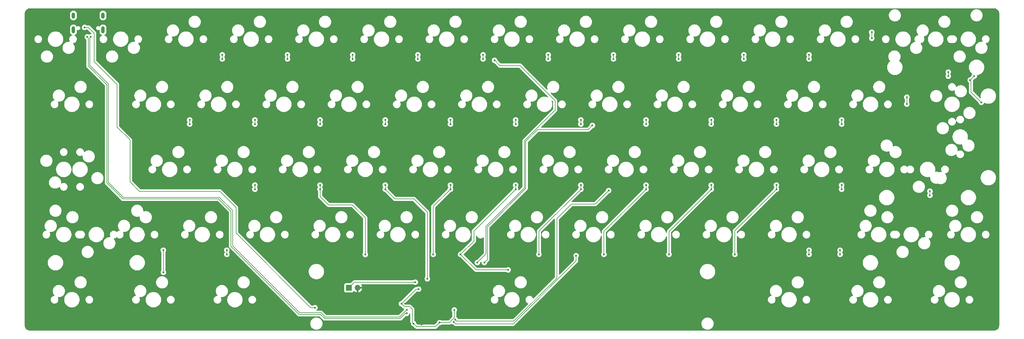
<source format=gbr>
%TF.GenerationSoftware,KiCad,Pcbnew,8.0.4*%
%TF.CreationDate,2024-09-09T16:00:28+08:00*%
%TF.ProjectId,PH60_Rev3,50483630-5f52-4657-9633-2e6b69636164,rev?*%
%TF.SameCoordinates,PX1b40518PY1b40518*%
%TF.FileFunction,Copper,L1,Top*%
%TF.FilePolarity,Positive*%
%FSLAX46Y46*%
G04 Gerber Fmt 4.6, Leading zero omitted, Abs format (unit mm)*
G04 Created by KiCad (PCBNEW 8.0.4) date 2024-09-09 16:00:28*
%MOMM*%
%LPD*%
G01*
G04 APERTURE LIST*
%TA.AperFunction,ComponentPad*%
%ADD10R,1.700000X1.700000*%
%TD*%
%TA.AperFunction,ComponentPad*%
%ADD11O,1.700000X1.700000*%
%TD*%
%TA.AperFunction,ComponentPad*%
%ADD12O,1.000000X1.800000*%
%TD*%
%TA.AperFunction,ComponentPad*%
%ADD13O,1.000000X2.100000*%
%TD*%
%TA.AperFunction,ViaPad*%
%ADD14C,0.600000*%
%TD*%
%TA.AperFunction,Conductor*%
%ADD15C,0.200000*%
%TD*%
G04 APERTURE END LIST*
D10*
%TO.P,J2,1,Pin_1*%
%TO.N,/~{USB_BOOT}*%
X95225000Y-82250000D03*
D11*
%TO.P,J2,2,Pin_2*%
%TO.N,GND*%
X97765000Y-82250000D03*
%TD*%
D12*
%TO.P,J1,S1,SHIELD*%
%TO.N,unconnected-(J1-SHIELD-PadS1)_1*%
X14730000Y-2600000D03*
D13*
%TO.N,unconnected-(J1-SHIELD-PadS1)*%
X14730000Y-6780000D03*
D12*
%TO.N,unconnected-(J1-SHIELD-PadS1)_2*%
X23370000Y-2600000D03*
D13*
%TO.N,unconnected-(J1-SHIELD-PadS1)_3*%
X23370000Y-6780000D03*
%TD*%
D14*
%TO.N,GND*%
X108632500Y-87900000D03*
X91092500Y-89900000D03*
X24750000Y-11750000D03*
X121300000Y-80420000D03*
X113145000Y-92700000D03*
X115612500Y-81670000D03*
X120062500Y-87700000D03*
X116500000Y-93010000D03*
X111632500Y-86900000D03*
X126165861Y-87182668D03*
X111750000Y-84420000D03*
X131550000Y-85050000D03*
%TO.N,VBUS*%
X85312500Y-88050000D03*
X18000000Y-6080000D03*
%TO.N,+3V3*%
X121730000Y-92400000D03*
X115612500Y-82630000D03*
X114105000Y-92700000D03*
X126018067Y-88731933D03*
X110592500Y-86900000D03*
%TO.N,row_0*%
X137795000Y-15705000D03*
X132750000Y-74855000D03*
%TO.N,row_1*%
X134800000Y-74855000D03*
X166370000Y-34755000D03*
%TO.N,row_2*%
X171132500Y-53805000D03*
X126299265Y-91549265D03*
%TO.N,row_3*%
X125856758Y-92215742D03*
X161607500Y-72855000D03*
%TO.N,/USB_D+*%
X19800000Y-8855000D03*
X112115000Y-88700000D03*
%TO.N,/USB_D-*%
X18800000Y-8855000D03*
X112115000Y-89700000D03*
%TO.N,/~{USB_BOOT}*%
X114622500Y-80610000D03*
%TO.N,col_1*%
X48704500Y-34355000D03*
X41000000Y-71255000D03*
X41023500Y-77726500D03*
X48704500Y-33155000D03*
%TO.N,col_2*%
X67754500Y-52205000D03*
X59564500Y-72455000D03*
X58229500Y-15305000D03*
X67754500Y-33155000D03*
X67754500Y-34355000D03*
X58229500Y-14105000D03*
X59564500Y-71255000D03*
X67754500Y-53405000D03*
%TO.N,col_3*%
X77279500Y-14105000D03*
X86804500Y-53405000D03*
X77279500Y-15305000D03*
X86804500Y-52205000D03*
X100000000Y-72500000D03*
X86804500Y-34355000D03*
X86804500Y-33155000D03*
%TO.N,col_4*%
X105854500Y-52205000D03*
X96329500Y-15305000D03*
X118147794Y-79602206D03*
X96329500Y-14105000D03*
X105854500Y-33155000D03*
X105854500Y-34355000D03*
X105854500Y-53405000D03*
%TO.N,col_5*%
X119859785Y-72455000D03*
X124904500Y-34355000D03*
X124904500Y-53405000D03*
X115379500Y-14105000D03*
X124904500Y-52205000D03*
X115379500Y-15305000D03*
X124904500Y-33155000D03*
%TO.N,col_6*%
X143954500Y-34355000D03*
X143954500Y-52205000D03*
X141750000Y-77000000D03*
X143954500Y-33155000D03*
X127850785Y-72455000D03*
X143954500Y-53405000D03*
X134429500Y-14105000D03*
X134429500Y-15305000D03*
%TO.N,col_7*%
X153479500Y-14105000D03*
X153479500Y-15305000D03*
X163004500Y-34355000D03*
X163004500Y-53405000D03*
X163004500Y-52205000D03*
X163004500Y-33155000D03*
X150750000Y-72455000D03*
%TO.N,col_8*%
X182054500Y-34355000D03*
X182054500Y-33155000D03*
X182054500Y-52205000D03*
X172529500Y-15305000D03*
X169750000Y-72455000D03*
X172529500Y-14105000D03*
X182054500Y-53405000D03*
%TO.N,col_9*%
X201104500Y-33155000D03*
X201104500Y-34355000D03*
X188750000Y-72455000D03*
X201104500Y-53405000D03*
X201104500Y-52205000D03*
X191579500Y-15305000D03*
X191579500Y-14105000D03*
%TO.N,col_10*%
X220154500Y-34355000D03*
X210629500Y-14105000D03*
X208000000Y-72455000D03*
X220154500Y-53405000D03*
X220154500Y-33155000D03*
X220154500Y-52205000D03*
X210629500Y-15305000D03*
%TO.N,col_11*%
X239204500Y-53405000D03*
X239204500Y-33155000D03*
X229679500Y-15305000D03*
X239204500Y-52205000D03*
X229679500Y-72455000D03*
X229679500Y-14105000D03*
X229679500Y-71255000D03*
X239204500Y-34355000D03*
%TO.N,col_12*%
X238750000Y-71255000D03*
X248019265Y-9269265D03*
X258250000Y-28500000D03*
X248000000Y-7500000D03*
X265000000Y-55180000D03*
X258250000Y-26500000D03*
X238750000Y-72455000D03*
X265000000Y-53980000D03*
%TO.N,col_13*%
X270383000Y-19150000D03*
X270383000Y-20350000D03*
X280023750Y-28000000D03*
X277957108Y-20292892D03*
X276750000Y-21500000D03*
%TD*%
D15*
%TO.N,VBUS*%
X62250000Y-58750000D02*
X62250000Y-66250000D01*
X34000000Y-54000000D02*
X57500000Y-54000000D01*
X31250000Y-51250000D02*
X34000000Y-54000000D01*
X31250000Y-39000000D02*
X31250000Y-51250000D01*
X84050000Y-88050000D02*
X85312500Y-88050000D01*
X20816943Y-7816943D02*
X20816943Y-16066943D01*
X27500000Y-35250000D02*
X31250000Y-39000000D01*
X18000000Y-6080000D02*
X19080000Y-6080000D01*
X20816943Y-16066943D02*
X27500000Y-22750000D01*
X57500000Y-54000000D02*
X62250000Y-58750000D01*
X19080000Y-6080000D02*
X20816943Y-7816943D01*
X62250000Y-66250000D02*
X84050000Y-88050000D01*
X27500000Y-22750000D02*
X27500000Y-35250000D01*
%TO.N,+3V3*%
X126018067Y-90981933D02*
X126018067Y-88731933D01*
X114105000Y-92700000D02*
X115015000Y-93610000D01*
X115015000Y-93610000D02*
X120520000Y-93610000D01*
X115612500Y-82630000D02*
X114862500Y-82630000D01*
X113750000Y-88500000D02*
X113000000Y-87750000D01*
X120520000Y-93610000D02*
X121730000Y-92400000D01*
X114105000Y-92700000D02*
X113750000Y-92345000D01*
X113000000Y-87750000D02*
X111442500Y-87750000D01*
X113750000Y-92345000D02*
X113750000Y-88500000D01*
X124600000Y-92400000D02*
X126018067Y-90981933D01*
X114862500Y-82630000D02*
X110592500Y-86900000D01*
X111442500Y-87750000D02*
X110592500Y-86900000D01*
X121730000Y-92400000D02*
X124600000Y-92400000D01*
%TO.N,row_0*%
X135250000Y-64250000D02*
X146500000Y-53000000D01*
X146500000Y-39250000D02*
X155500000Y-30250000D01*
X146500000Y-53000000D02*
X146500000Y-39250000D01*
X145250000Y-17250000D02*
X139340000Y-17250000D01*
X155500000Y-27500000D02*
X145250000Y-17250000D01*
X139340000Y-17250000D02*
X137795000Y-15705000D01*
X132750000Y-74855000D02*
X135250000Y-72355000D01*
X135250000Y-72355000D02*
X135250000Y-64250000D01*
X155500000Y-30250000D02*
X155500000Y-27500000D01*
%TO.N,row_1*%
X146900000Y-53165686D02*
X146900000Y-39415686D01*
X135650000Y-74005000D02*
X135650000Y-64415686D01*
X150315686Y-36000000D02*
X165125000Y-36000000D01*
X135650000Y-64415686D02*
X146900000Y-53165686D01*
X134800000Y-74855000D02*
X135650000Y-74005000D01*
X165125000Y-36000000D02*
X166370000Y-34755000D01*
X146900000Y-39415686D02*
X150315686Y-36000000D01*
%TO.N,row_2*%
X160250000Y-57750000D02*
X167187500Y-57750000D01*
X167187500Y-57750000D02*
X171132500Y-53805000D01*
X156000000Y-62000000D02*
X160250000Y-57750000D01*
X143412412Y-92000000D02*
X156000000Y-79412412D01*
X156000000Y-79412412D02*
X156000000Y-62000000D01*
X126299265Y-91549265D02*
X126750000Y-92000000D01*
X126750000Y-92000000D02*
X143412412Y-92000000D01*
%TO.N,row_3*%
X125856758Y-92215742D02*
X126441016Y-92800000D01*
X161607500Y-74392500D02*
X161607500Y-72855000D01*
X143200000Y-92800000D02*
X161607500Y-74392500D01*
X126441016Y-92800000D02*
X143200000Y-92800000D01*
%TO.N,/USB_D+*%
X29343200Y-55775000D02*
X57343200Y-55775000D01*
X19525001Y-9129999D02*
X19525001Y-17206801D01*
X24975000Y-51406800D02*
X29343200Y-55775000D01*
X61225000Y-69906800D02*
X80843200Y-89525000D01*
X24975000Y-22656800D02*
X24975000Y-51406800D01*
X80843200Y-89525000D02*
X87093200Y-89525000D01*
X19800000Y-8855000D02*
X19525001Y-9129999D01*
X57343200Y-55775000D02*
X61225000Y-59656800D01*
X19525001Y-17206801D02*
X24975000Y-22656800D01*
X110040000Y-90775000D02*
X112115000Y-88700000D01*
X88343200Y-90775000D02*
X110040000Y-90775000D01*
X61225000Y-59656800D02*
X61225000Y-69906800D01*
X87093200Y-89525000D02*
X88343200Y-90775000D01*
%TO.N,/USB_D-*%
X86906800Y-89975000D02*
X88156800Y-91225000D01*
X18800000Y-8855000D02*
X19074999Y-9129999D01*
X24525000Y-22843200D02*
X24525000Y-51593200D01*
X29156800Y-56225000D02*
X57156800Y-56225000D01*
X80656800Y-89975000D02*
X86906800Y-89975000D01*
X57156800Y-56225000D02*
X60775000Y-59843200D01*
X110226397Y-91225000D02*
X111751397Y-89700000D01*
X111751397Y-89700000D02*
X112115000Y-89700000D01*
X60775000Y-70093200D02*
X80656800Y-89975000D01*
X19074999Y-9129999D02*
X19074999Y-17393199D01*
X88156800Y-91225000D02*
X110226397Y-91225000D01*
X60775000Y-59843200D02*
X60775000Y-70093200D01*
X24525000Y-51593200D02*
X29156800Y-56225000D01*
X19074999Y-17393199D02*
X24525000Y-22843200D01*
%TO.N,/~{USB_BOOT}*%
X96865000Y-80610000D02*
X95225000Y-82250000D01*
X114622500Y-80610000D02*
X96865000Y-80610000D01*
%TO.N,col_1*%
X41000000Y-77703000D02*
X41023500Y-77726500D01*
X41000000Y-71255000D02*
X41000000Y-77703000D01*
X48704500Y-34355000D02*
X48704500Y-33155000D01*
%TO.N,col_2*%
X67754500Y-53405000D02*
X67754500Y-52205000D01*
X59564500Y-71255000D02*
X59564500Y-72455000D01*
X67754500Y-33155000D02*
X67754500Y-34355000D01*
X58229500Y-14105000D02*
X58229500Y-15305000D01*
%TO.N,col_3*%
X89250000Y-58000000D02*
X86804500Y-55554500D01*
X100000000Y-61750000D02*
X96250000Y-58000000D01*
X86804500Y-55554500D02*
X86804500Y-53405000D01*
X96250000Y-58000000D02*
X89250000Y-58000000D01*
X100000000Y-72500000D02*
X100000000Y-61750000D01*
X86804500Y-53405000D02*
X86804500Y-52205000D01*
X86804500Y-33155000D02*
X86804500Y-34355000D01*
X77279500Y-14105000D02*
X77279500Y-15305000D01*
%TO.N,col_4*%
X105854500Y-33155000D02*
X105854500Y-34355000D01*
X118147794Y-79602206D02*
X118147794Y-60147794D01*
X118147794Y-60147794D02*
X114250000Y-56250000D01*
X108699500Y-56250000D02*
X105854500Y-53405000D01*
X114250000Y-56250000D02*
X108699500Y-56250000D01*
X96329500Y-14105000D02*
X96329500Y-15305000D01*
X105854500Y-52205000D02*
X105854500Y-53405000D01*
%TO.N,col_5*%
X119859785Y-58449715D02*
X119859785Y-72455000D01*
X124904500Y-53405000D02*
X119859785Y-58449715D01*
X124904500Y-33155000D02*
X124904500Y-34355000D01*
X124904500Y-53405000D02*
X124904500Y-52205000D01*
X115379500Y-14105000D02*
X115379500Y-15305000D01*
%TO.N,col_6*%
X131750000Y-68555785D02*
X127850785Y-72455000D01*
X143954500Y-53405000D02*
X143954500Y-52205000D01*
X143954500Y-53405000D02*
X131750000Y-65609500D01*
X131750000Y-65609500D02*
X131750000Y-68555785D01*
X134429500Y-15305000D02*
X134429500Y-14105000D01*
X132395785Y-77000000D02*
X141750000Y-77000000D01*
X127850785Y-72455000D02*
X132395785Y-77000000D01*
X143954500Y-33155000D02*
X143954500Y-34355000D01*
%TO.N,col_7*%
X150750000Y-72455000D02*
X150750000Y-65659500D01*
X163004500Y-33155000D02*
X163004500Y-34355000D01*
X153479500Y-14105000D02*
X153479500Y-15305000D01*
X163004500Y-53405000D02*
X163004500Y-52205000D01*
X150750000Y-65659500D02*
X163004500Y-53405000D01*
%TO.N,col_8*%
X182054500Y-53405000D02*
X182054500Y-52205000D01*
X182054500Y-33155000D02*
X182054500Y-34355000D01*
X169750000Y-65709500D02*
X169750000Y-72455000D01*
X182054500Y-53405000D02*
X169750000Y-65709500D01*
X172529500Y-14105000D02*
X172529500Y-15305000D01*
%TO.N,col_9*%
X188750000Y-72455000D02*
X188750000Y-65759500D01*
X191579500Y-14105000D02*
X191579500Y-15305000D01*
X201104500Y-53405000D02*
X201104500Y-52205000D01*
X188750000Y-65759500D02*
X201104500Y-53405000D01*
X201104500Y-33155000D02*
X201104500Y-34355000D01*
%TO.N,col_10*%
X210629500Y-14105000D02*
X210629500Y-15305000D01*
X220154500Y-33155000D02*
X220154500Y-34355000D01*
X220154500Y-52205000D02*
X220154500Y-53405000D01*
X220154500Y-53405000D02*
X208000000Y-65559500D01*
X208000000Y-65559500D02*
X208000000Y-72455000D01*
%TO.N,col_11*%
X239204500Y-33155000D02*
X239204500Y-34355000D01*
X229679500Y-14105000D02*
X229679500Y-15305000D01*
X229679500Y-71255000D02*
X229679500Y-72455000D01*
X239204500Y-53405000D02*
X239204500Y-52205000D01*
%TO.N,col_12*%
X248000000Y-7500000D02*
X248000000Y-9250000D01*
X258250000Y-26500000D02*
X258250000Y-28500000D01*
X248000000Y-9250000D02*
X248019265Y-9269265D01*
X238750000Y-71255000D02*
X238750000Y-72455000D01*
X265000000Y-53980000D02*
X265000000Y-55180000D01*
%TO.N,col_13*%
X276750000Y-21500000D02*
X277957108Y-20292892D01*
X277000000Y-21750000D02*
X277000000Y-24976250D01*
X270383000Y-20350000D02*
X270383000Y-19150000D01*
X277000000Y-24976250D02*
X280023750Y-28000000D01*
X276750000Y-21500000D02*
X277000000Y-21750000D01*
%TD*%
%TA.AperFunction,Conductor*%
%TO.N,GND*%
G36*
X283754418Y-500816D02*
G01*
X283954561Y-515130D01*
X283972063Y-517647D01*
X284163797Y-559355D01*
X284180755Y-564334D01*
X284364609Y-632909D01*
X284380701Y-640259D01*
X284552904Y-734288D01*
X284567784Y-743849D01*
X284724867Y-861441D01*
X284738237Y-873027D01*
X284876972Y-1011762D01*
X284888558Y-1025132D01*
X285006146Y-1182210D01*
X285015711Y-1197095D01*
X285109740Y-1369298D01*
X285117090Y-1385390D01*
X285185662Y-1569236D01*
X285190646Y-1586212D01*
X285232351Y-1777931D01*
X285234869Y-1795442D01*
X285249184Y-1995580D01*
X285249500Y-2004427D01*
X285249500Y-93245572D01*
X285249184Y-93254419D01*
X285234869Y-93454557D01*
X285232351Y-93472068D01*
X285190646Y-93663787D01*
X285185662Y-93680763D01*
X285117090Y-93864609D01*
X285109740Y-93880701D01*
X285015711Y-94052904D01*
X285006146Y-94067789D01*
X284888558Y-94224867D01*
X284876972Y-94238237D01*
X284738237Y-94376972D01*
X284724867Y-94388558D01*
X284567789Y-94506146D01*
X284552904Y-94515711D01*
X284380701Y-94609740D01*
X284364609Y-94617090D01*
X284180763Y-94685662D01*
X284163787Y-94690646D01*
X283972068Y-94732351D01*
X283954557Y-94734869D01*
X283773779Y-94747799D01*
X283754417Y-94749184D01*
X283745572Y-94749500D01*
X2004428Y-94749500D01*
X1995582Y-94749184D01*
X1973622Y-94747613D01*
X1795442Y-94734869D01*
X1777931Y-94732351D01*
X1586212Y-94690646D01*
X1569236Y-94685662D01*
X1385390Y-94617090D01*
X1369298Y-94609740D01*
X1197095Y-94515711D01*
X1182210Y-94506146D01*
X1025132Y-94388558D01*
X1011762Y-94376972D01*
X873027Y-94238237D01*
X861441Y-94224867D01*
X834298Y-94188608D01*
X743849Y-94067784D01*
X734288Y-94052904D01*
X640259Y-93880701D01*
X632909Y-93864609D01*
X572091Y-93701551D01*
X564334Y-93680755D01*
X559355Y-93663797D01*
X517647Y-93472063D01*
X515130Y-93454556D01*
X506208Y-93329815D01*
X500816Y-93254418D01*
X500500Y-93245572D01*
X500500Y-92593685D01*
X83950500Y-92593685D01*
X83950500Y-92826314D01*
X83968046Y-92959577D01*
X83980863Y-93056930D01*
X83999314Y-93125789D01*
X84041068Y-93281620D01*
X84130083Y-93496521D01*
X84130088Y-93496532D01*
X84246387Y-93697966D01*
X84246398Y-93697982D01*
X84387996Y-93882517D01*
X84388002Y-93882524D01*
X84552475Y-94046997D01*
X84552482Y-94047003D01*
X84609195Y-94090520D01*
X84737026Y-94188608D01*
X84737033Y-94188612D01*
X84938467Y-94304911D01*
X84938472Y-94304913D01*
X84938475Y-94304915D01*
X85045928Y-94349423D01*
X85153379Y-94393931D01*
X85153380Y-94393931D01*
X85153382Y-94393932D01*
X85378070Y-94454137D01*
X85608693Y-94484500D01*
X85608700Y-94484500D01*
X85841300Y-94484500D01*
X85841307Y-94484500D01*
X86071930Y-94454137D01*
X86296618Y-94393932D01*
X86511525Y-94304915D01*
X86712974Y-94188608D01*
X86897519Y-94047002D01*
X87062002Y-93882519D01*
X87203608Y-93697974D01*
X87319915Y-93496525D01*
X87408932Y-93281618D01*
X87469137Y-93056930D01*
X87499500Y-92826307D01*
X87499500Y-92593693D01*
X87469137Y-92363070D01*
X87408932Y-92138382D01*
X87319915Y-91923475D01*
X87319913Y-91923472D01*
X87319911Y-91923467D01*
X87203612Y-91722033D01*
X87203608Y-91722026D01*
X87062002Y-91537481D01*
X87061997Y-91537475D01*
X86897524Y-91373002D01*
X86897517Y-91372996D01*
X86712982Y-91231398D01*
X86712980Y-91231396D01*
X86712974Y-91231392D01*
X86712969Y-91231389D01*
X86712966Y-91231387D01*
X86511532Y-91115088D01*
X86511521Y-91115083D01*
X86296620Y-91026068D01*
X86184274Y-90995965D01*
X86071930Y-90965863D01*
X86020680Y-90959115D01*
X85841314Y-90935500D01*
X85841307Y-90935500D01*
X85608693Y-90935500D01*
X85608685Y-90935500D01*
X85403694Y-90962489D01*
X85378070Y-90965863D01*
X85321898Y-90980914D01*
X85153379Y-91026068D01*
X84938478Y-91115083D01*
X84938467Y-91115088D01*
X84737033Y-91231387D01*
X84737017Y-91231398D01*
X84552482Y-91372996D01*
X84552475Y-91373002D01*
X84388002Y-91537475D01*
X84387996Y-91537482D01*
X84246398Y-91722017D01*
X84246387Y-91722033D01*
X84130088Y-91923467D01*
X84130083Y-91923478D01*
X84041068Y-92138379D01*
X83980863Y-92363071D01*
X83950500Y-92593685D01*
X500500Y-92593685D01*
X500500Y-85636421D01*
X8082000Y-85636421D01*
X8082000Y-85813578D01*
X8109714Y-85988556D01*
X8164456Y-86157039D01*
X8164457Y-86157042D01*
X8222107Y-86270184D01*
X8244886Y-86314890D01*
X8349017Y-86458214D01*
X8474286Y-86583483D01*
X8617610Y-86687614D01*
X8682633Y-86720745D01*
X8775457Y-86768042D01*
X8775460Y-86768043D01*
X8859701Y-86795414D01*
X8943945Y-86822786D01*
X9118921Y-86850500D01*
X9118922Y-86850500D01*
X9296078Y-86850500D01*
X9296079Y-86850500D01*
X9471055Y-86822786D01*
X9639542Y-86768042D01*
X9797390Y-86687614D01*
X9940714Y-86583483D01*
X10065983Y-86458214D01*
X10170114Y-86314890D01*
X10250542Y-86157042D01*
X10305286Y-85988555D01*
X10333000Y-85813579D01*
X10333000Y-85636421D01*
X10323665Y-85577486D01*
X12037000Y-85577486D01*
X12037000Y-85872513D01*
X12052278Y-85988555D01*
X12075507Y-86164993D01*
X12151861Y-86449951D01*
X12151864Y-86449961D01*
X12264754Y-86722500D01*
X12264758Y-86722510D01*
X12412261Y-86977993D01*
X12591852Y-87212040D01*
X12591858Y-87212047D01*
X12800452Y-87420641D01*
X12800459Y-87420647D01*
X13034506Y-87600238D01*
X13289989Y-87747741D01*
X13289990Y-87747741D01*
X13289993Y-87747743D01*
X13562548Y-87860639D01*
X13847507Y-87936993D01*
X14139994Y-87975500D01*
X14140001Y-87975500D01*
X14434999Y-87975500D01*
X14435006Y-87975500D01*
X14727493Y-87936993D01*
X15012452Y-87860639D01*
X15285007Y-87747743D01*
X15540494Y-87600238D01*
X15774542Y-87420646D01*
X15983146Y-87212042D01*
X16162738Y-86977994D01*
X16310243Y-86722507D01*
X16423139Y-86449952D01*
X16499493Y-86164993D01*
X16538000Y-85872506D01*
X16538000Y-85636421D01*
X18242000Y-85636421D01*
X18242000Y-85813578D01*
X18269714Y-85988556D01*
X18324456Y-86157039D01*
X18324457Y-86157042D01*
X18382107Y-86270184D01*
X18404886Y-86314890D01*
X18509017Y-86458214D01*
X18634286Y-86583483D01*
X18777610Y-86687614D01*
X18842633Y-86720745D01*
X18935457Y-86768042D01*
X18935460Y-86768043D01*
X19019701Y-86795414D01*
X19103945Y-86822786D01*
X19278921Y-86850500D01*
X19278922Y-86850500D01*
X19456078Y-86850500D01*
X19456079Y-86850500D01*
X19631055Y-86822786D01*
X19799542Y-86768042D01*
X19957390Y-86687614D01*
X20100714Y-86583483D01*
X20225983Y-86458214D01*
X20330114Y-86314890D01*
X20410542Y-86157042D01*
X20465286Y-85988555D01*
X20493000Y-85813579D01*
X20493000Y-85636421D01*
X31894500Y-85636421D01*
X31894500Y-85813578D01*
X31922214Y-85988556D01*
X31976956Y-86157039D01*
X31976957Y-86157042D01*
X32034607Y-86270184D01*
X32057386Y-86314890D01*
X32161517Y-86458214D01*
X32286786Y-86583483D01*
X32430110Y-86687614D01*
X32495133Y-86720745D01*
X32587957Y-86768042D01*
X32587960Y-86768043D01*
X32672201Y-86795414D01*
X32756445Y-86822786D01*
X32931421Y-86850500D01*
X32931422Y-86850500D01*
X33108578Y-86850500D01*
X33108579Y-86850500D01*
X33283555Y-86822786D01*
X33452042Y-86768042D01*
X33609890Y-86687614D01*
X33753214Y-86583483D01*
X33878483Y-86458214D01*
X33982614Y-86314890D01*
X34063042Y-86157042D01*
X34117786Y-85988555D01*
X34145500Y-85813579D01*
X34145500Y-85636421D01*
X34136165Y-85577486D01*
X35849500Y-85577486D01*
X35849500Y-85872513D01*
X35864778Y-85988555D01*
X35888007Y-86164993D01*
X35964361Y-86449951D01*
X35964364Y-86449961D01*
X36077254Y-86722500D01*
X36077258Y-86722510D01*
X36224761Y-86977993D01*
X36404352Y-87212040D01*
X36404358Y-87212047D01*
X36612952Y-87420641D01*
X36612959Y-87420647D01*
X36847006Y-87600238D01*
X37102489Y-87747741D01*
X37102490Y-87747741D01*
X37102493Y-87747743D01*
X37375048Y-87860639D01*
X37660007Y-87936993D01*
X37952494Y-87975500D01*
X37952501Y-87975500D01*
X38247499Y-87975500D01*
X38247506Y-87975500D01*
X38539993Y-87936993D01*
X38824952Y-87860639D01*
X39097507Y-87747743D01*
X39352994Y-87600238D01*
X39587042Y-87420646D01*
X39795646Y-87212042D01*
X39975238Y-86977994D01*
X40122743Y-86722507D01*
X40235639Y-86449952D01*
X40311993Y-86164993D01*
X40350500Y-85872506D01*
X40350500Y-85636421D01*
X42054500Y-85636421D01*
X42054500Y-85813578D01*
X42082214Y-85988556D01*
X42136956Y-86157039D01*
X42136957Y-86157042D01*
X42194607Y-86270184D01*
X42217386Y-86314890D01*
X42321517Y-86458214D01*
X42446786Y-86583483D01*
X42590110Y-86687614D01*
X42655133Y-86720745D01*
X42747957Y-86768042D01*
X42747960Y-86768043D01*
X42832201Y-86795414D01*
X42916445Y-86822786D01*
X43091421Y-86850500D01*
X43091422Y-86850500D01*
X43268578Y-86850500D01*
X43268579Y-86850500D01*
X43443555Y-86822786D01*
X43612042Y-86768042D01*
X43769890Y-86687614D01*
X43913214Y-86583483D01*
X44038483Y-86458214D01*
X44142614Y-86314890D01*
X44223042Y-86157042D01*
X44277786Y-85988555D01*
X44305500Y-85813579D01*
X44305500Y-85636421D01*
X55707000Y-85636421D01*
X55707000Y-85813578D01*
X55734714Y-85988556D01*
X55789456Y-86157039D01*
X55789457Y-86157042D01*
X55847107Y-86270184D01*
X55869886Y-86314890D01*
X55974017Y-86458214D01*
X56099286Y-86583483D01*
X56242610Y-86687614D01*
X56307633Y-86720745D01*
X56400457Y-86768042D01*
X56400460Y-86768043D01*
X56484701Y-86795414D01*
X56568945Y-86822786D01*
X56743921Y-86850500D01*
X56743922Y-86850500D01*
X56921078Y-86850500D01*
X56921079Y-86850500D01*
X57096055Y-86822786D01*
X57264542Y-86768042D01*
X57422390Y-86687614D01*
X57565714Y-86583483D01*
X57690983Y-86458214D01*
X57795114Y-86314890D01*
X57875542Y-86157042D01*
X57930286Y-85988555D01*
X57958000Y-85813579D01*
X57958000Y-85636421D01*
X57948665Y-85577486D01*
X59662000Y-85577486D01*
X59662000Y-85872513D01*
X59677278Y-85988555D01*
X59700507Y-86164993D01*
X59776861Y-86449951D01*
X59776864Y-86449961D01*
X59889754Y-86722500D01*
X59889758Y-86722510D01*
X60037261Y-86977993D01*
X60216852Y-87212040D01*
X60216858Y-87212047D01*
X60425452Y-87420641D01*
X60425459Y-87420647D01*
X60659506Y-87600238D01*
X60914989Y-87747741D01*
X60914990Y-87747741D01*
X60914993Y-87747743D01*
X61187548Y-87860639D01*
X61472507Y-87936993D01*
X61764994Y-87975500D01*
X61765001Y-87975500D01*
X62059999Y-87975500D01*
X62060006Y-87975500D01*
X62352493Y-87936993D01*
X62637452Y-87860639D01*
X62910007Y-87747743D01*
X63165494Y-87600238D01*
X63399542Y-87420646D01*
X63608146Y-87212042D01*
X63787738Y-86977994D01*
X63935243Y-86722507D01*
X64048139Y-86449952D01*
X64124493Y-86164993D01*
X64163000Y-85872506D01*
X64163000Y-85636421D01*
X65867000Y-85636421D01*
X65867000Y-85813578D01*
X65894714Y-85988556D01*
X65949456Y-86157039D01*
X65949457Y-86157042D01*
X66007107Y-86270184D01*
X66029886Y-86314890D01*
X66134017Y-86458214D01*
X66259286Y-86583483D01*
X66402610Y-86687614D01*
X66467633Y-86720745D01*
X66560457Y-86768042D01*
X66560460Y-86768043D01*
X66644701Y-86795414D01*
X66728945Y-86822786D01*
X66903921Y-86850500D01*
X66903922Y-86850500D01*
X67081078Y-86850500D01*
X67081079Y-86850500D01*
X67256055Y-86822786D01*
X67424542Y-86768042D01*
X67582390Y-86687614D01*
X67725714Y-86583483D01*
X67850983Y-86458214D01*
X67955114Y-86314890D01*
X68035542Y-86157042D01*
X68090286Y-85988555D01*
X68118000Y-85813579D01*
X68118000Y-85636421D01*
X68090286Y-85461445D01*
X68055799Y-85355303D01*
X68035543Y-85292960D01*
X68035542Y-85292957D01*
X67955113Y-85135109D01*
X67952118Y-85130987D01*
X67850983Y-84991786D01*
X67725714Y-84866517D01*
X67582390Y-84762386D01*
X67424542Y-84681957D01*
X67424539Y-84681956D01*
X67256056Y-84627214D01*
X67168567Y-84613357D01*
X67081079Y-84599500D01*
X66903921Y-84599500D01*
X66845595Y-84608738D01*
X66728943Y-84627214D01*
X66560460Y-84681956D01*
X66560457Y-84681957D01*
X66402609Y-84762386D01*
X66320838Y-84821796D01*
X66259286Y-84866517D01*
X66259284Y-84866519D01*
X66259283Y-84866519D01*
X66134019Y-84991783D01*
X66134019Y-84991784D01*
X66134017Y-84991786D01*
X66089296Y-85053338D01*
X66029886Y-85135109D01*
X65949457Y-85292957D01*
X65949456Y-85292960D01*
X65894714Y-85461443D01*
X65867000Y-85636421D01*
X64163000Y-85636421D01*
X64163000Y-85577494D01*
X64124493Y-85285007D01*
X64048139Y-85000048D01*
X64047115Y-84997577D01*
X63992829Y-84866519D01*
X63935243Y-84727493D01*
X63908953Y-84681958D01*
X63787738Y-84472006D01*
X63608147Y-84237959D01*
X63608141Y-84237952D01*
X63399547Y-84029358D01*
X63399540Y-84029352D01*
X63165493Y-83849761D01*
X62910010Y-83702258D01*
X62910000Y-83702254D01*
X62637461Y-83589364D01*
X62637454Y-83589362D01*
X62637452Y-83589361D01*
X62352493Y-83513007D01*
X62303613Y-83506571D01*
X62060013Y-83474500D01*
X62060006Y-83474500D01*
X61764994Y-83474500D01*
X61764986Y-83474500D01*
X61486585Y-83511153D01*
X61472507Y-83513007D01*
X61220122Y-83580633D01*
X61187548Y-83589361D01*
X61187538Y-83589364D01*
X60914999Y-83702254D01*
X60914989Y-83702258D01*
X60659506Y-83849761D01*
X60425459Y-84029352D01*
X60425452Y-84029358D01*
X60216858Y-84237952D01*
X60216852Y-84237959D01*
X60037261Y-84472006D01*
X59889758Y-84727489D01*
X59889754Y-84727499D01*
X59776864Y-85000038D01*
X59776861Y-85000048D01*
X59740672Y-85135110D01*
X59700508Y-85285004D01*
X59700506Y-85285015D01*
X59662000Y-85577486D01*
X57948665Y-85577486D01*
X57930286Y-85461445D01*
X57895799Y-85355303D01*
X57875543Y-85292960D01*
X57875540Y-85292952D01*
X57793013Y-85130987D01*
X57780116Y-85062317D01*
X57806392Y-84997577D01*
X57863498Y-84957319D01*
X57919681Y-84951752D01*
X57979064Y-84959570D01*
X57986112Y-84960498D01*
X57986128Y-84960500D01*
X57986135Y-84960500D01*
X58218865Y-84960500D01*
X58218872Y-84960500D01*
X58449626Y-84930121D01*
X58674440Y-84869882D01*
X58732453Y-84845852D01*
X58889460Y-84780819D01*
X58889463Y-84780817D01*
X58889469Y-84780815D01*
X59091032Y-84664442D01*
X59275681Y-84522756D01*
X59440256Y-84358181D01*
X59581942Y-84173532D01*
X59698315Y-83971969D01*
X59787382Y-83756940D01*
X59847621Y-83532126D01*
X59878000Y-83301372D01*
X59878000Y-83068628D01*
X59847621Y-82837874D01*
X59787382Y-82613060D01*
X59787379Y-82613052D01*
X59698319Y-82398039D01*
X59698311Y-82398023D01*
X59581946Y-82196475D01*
X59581942Y-82196468D01*
X59526335Y-82124000D01*
X59440257Y-82011820D01*
X59440251Y-82011813D01*
X59275686Y-81847248D01*
X59275679Y-81847242D01*
X59091040Y-81705564D01*
X59091038Y-81705562D01*
X59091032Y-81705558D01*
X59091027Y-81705555D01*
X59091024Y-81705553D01*
X58889476Y-81589188D01*
X58889460Y-81589180D01*
X58674447Y-81500120D01*
X58449622Y-81439878D01*
X58218882Y-81409501D01*
X58218877Y-81409500D01*
X58218872Y-81409500D01*
X57986128Y-81409500D01*
X57986122Y-81409500D01*
X57986117Y-81409501D01*
X57755377Y-81439878D01*
X57530552Y-81500120D01*
X57315539Y-81589180D01*
X57315523Y-81589188D01*
X57113975Y-81705553D01*
X57113959Y-81705564D01*
X56929320Y-81847242D01*
X56929313Y-81847248D01*
X56764748Y-82011813D01*
X56764742Y-82011820D01*
X56623064Y-82196459D01*
X56623053Y-82196475D01*
X56506688Y-82398023D01*
X56506680Y-82398039D01*
X56417620Y-82613052D01*
X56357378Y-82837877D01*
X56327001Y-83068617D01*
X56327000Y-83068634D01*
X56327000Y-83301365D01*
X56327001Y-83301382D01*
X56356234Y-83523433D01*
X56357379Y-83532126D01*
X56370376Y-83580633D01*
X56417620Y-83756947D01*
X56506680Y-83971960D01*
X56506688Y-83971976D01*
X56623053Y-84173524D01*
X56623064Y-84173540D01*
X56764742Y-84358179D01*
X56764748Y-84358186D01*
X56798136Y-84391574D01*
X56831621Y-84452897D01*
X56826637Y-84522589D01*
X56784765Y-84578522D01*
X56729853Y-84601728D01*
X56568943Y-84627214D01*
X56400460Y-84681956D01*
X56400457Y-84681957D01*
X56242609Y-84762386D01*
X56160838Y-84821796D01*
X56099286Y-84866517D01*
X56099284Y-84866519D01*
X56099283Y-84866519D01*
X55974019Y-84991783D01*
X55974019Y-84991784D01*
X55974017Y-84991786D01*
X55929296Y-85053338D01*
X55869886Y-85135109D01*
X55789457Y-85292957D01*
X55789456Y-85292960D01*
X55734714Y-85461443D01*
X55707000Y-85636421D01*
X44305500Y-85636421D01*
X44277786Y-85461445D01*
X44243299Y-85355303D01*
X44223043Y-85292960D01*
X44223042Y-85292957D01*
X44142613Y-85135109D01*
X44139618Y-85130987D01*
X44038483Y-84991786D01*
X43913214Y-84866517D01*
X43769890Y-84762386D01*
X43612042Y-84681957D01*
X43612039Y-84681956D01*
X43443556Y-84627214D01*
X43356067Y-84613357D01*
X43268579Y-84599500D01*
X43091421Y-84599500D01*
X43033095Y-84608738D01*
X42916443Y-84627214D01*
X42747960Y-84681956D01*
X42747957Y-84681957D01*
X42590109Y-84762386D01*
X42508338Y-84821796D01*
X42446786Y-84866517D01*
X42446784Y-84866519D01*
X42446783Y-84866519D01*
X42321519Y-84991783D01*
X42321519Y-84991784D01*
X42321517Y-84991786D01*
X42276796Y-85053338D01*
X42217386Y-85135109D01*
X42136957Y-85292957D01*
X42136956Y-85292960D01*
X42082214Y-85461443D01*
X42054500Y-85636421D01*
X40350500Y-85636421D01*
X40350500Y-85577494D01*
X40311993Y-85285007D01*
X40235639Y-85000048D01*
X40234615Y-84997577D01*
X40180329Y-84866519D01*
X40122743Y-84727493D01*
X40096453Y-84681958D01*
X39975238Y-84472006D01*
X39795647Y-84237959D01*
X39795641Y-84237952D01*
X39587047Y-84029358D01*
X39587040Y-84029352D01*
X39352993Y-83849761D01*
X39097510Y-83702258D01*
X39097500Y-83702254D01*
X38824961Y-83589364D01*
X38824954Y-83589362D01*
X38824952Y-83589361D01*
X38539993Y-83513007D01*
X38491113Y-83506571D01*
X38247513Y-83474500D01*
X38247506Y-83474500D01*
X37952494Y-83474500D01*
X37952486Y-83474500D01*
X37674085Y-83511153D01*
X37660007Y-83513007D01*
X37407622Y-83580633D01*
X37375048Y-83589361D01*
X37375038Y-83589364D01*
X37102499Y-83702254D01*
X37102489Y-83702258D01*
X36847006Y-83849761D01*
X36612959Y-84029352D01*
X36612952Y-84029358D01*
X36404358Y-84237952D01*
X36404352Y-84237959D01*
X36224761Y-84472006D01*
X36077258Y-84727489D01*
X36077254Y-84727499D01*
X35964364Y-85000038D01*
X35964361Y-85000048D01*
X35928172Y-85135110D01*
X35888008Y-85285004D01*
X35888006Y-85285015D01*
X35849500Y-85577486D01*
X34136165Y-85577486D01*
X34117786Y-85461445D01*
X34083299Y-85355303D01*
X34063043Y-85292960D01*
X34063040Y-85292952D01*
X33980513Y-85130987D01*
X33967616Y-85062317D01*
X33993892Y-84997577D01*
X34050998Y-84957319D01*
X34107181Y-84951752D01*
X34166564Y-84959570D01*
X34173612Y-84960498D01*
X34173628Y-84960500D01*
X34173635Y-84960500D01*
X34406365Y-84960500D01*
X34406372Y-84960500D01*
X34637126Y-84930121D01*
X34861940Y-84869882D01*
X34919953Y-84845852D01*
X35076960Y-84780819D01*
X35076963Y-84780817D01*
X35076969Y-84780815D01*
X35278532Y-84664442D01*
X35463181Y-84522756D01*
X35627756Y-84358181D01*
X35769442Y-84173532D01*
X35885815Y-83971969D01*
X35974882Y-83756940D01*
X36035121Y-83532126D01*
X36065500Y-83301372D01*
X36065500Y-83068628D01*
X36035121Y-82837874D01*
X35974882Y-82613060D01*
X35974879Y-82613052D01*
X35885819Y-82398039D01*
X35885811Y-82398023D01*
X35769446Y-82196475D01*
X35769442Y-82196468D01*
X35713835Y-82124000D01*
X35627757Y-82011820D01*
X35627751Y-82011813D01*
X35463186Y-81847248D01*
X35463179Y-81847242D01*
X35278540Y-81705564D01*
X35278538Y-81705562D01*
X35278532Y-81705558D01*
X35278527Y-81705555D01*
X35278524Y-81705553D01*
X35076976Y-81589188D01*
X35076960Y-81589180D01*
X34861947Y-81500120D01*
X34637122Y-81439878D01*
X34406382Y-81409501D01*
X34406377Y-81409500D01*
X34406372Y-81409500D01*
X34173628Y-81409500D01*
X34173622Y-81409500D01*
X34173617Y-81409501D01*
X33942877Y-81439878D01*
X33718052Y-81500120D01*
X33503039Y-81589180D01*
X33503023Y-81589188D01*
X33301475Y-81705553D01*
X33301459Y-81705564D01*
X33116820Y-81847242D01*
X33116813Y-81847248D01*
X32952248Y-82011813D01*
X32952242Y-82011820D01*
X32810564Y-82196459D01*
X32810553Y-82196475D01*
X32694188Y-82398023D01*
X32694180Y-82398039D01*
X32605120Y-82613052D01*
X32544878Y-82837877D01*
X32514501Y-83068617D01*
X32514500Y-83068634D01*
X32514500Y-83301365D01*
X32514501Y-83301382D01*
X32543734Y-83523433D01*
X32544879Y-83532126D01*
X32557876Y-83580633D01*
X32605120Y-83756947D01*
X32694180Y-83971960D01*
X32694188Y-83971976D01*
X32810553Y-84173524D01*
X32810564Y-84173540D01*
X32952242Y-84358179D01*
X32952248Y-84358186D01*
X32985636Y-84391574D01*
X33019121Y-84452897D01*
X33014137Y-84522589D01*
X32972265Y-84578522D01*
X32917353Y-84601728D01*
X32756443Y-84627214D01*
X32587960Y-84681956D01*
X32587957Y-84681957D01*
X32430109Y-84762386D01*
X32348338Y-84821796D01*
X32286786Y-84866517D01*
X32286784Y-84866519D01*
X32286783Y-84866519D01*
X32161519Y-84991783D01*
X32161519Y-84991784D01*
X32161517Y-84991786D01*
X32116796Y-85053338D01*
X32057386Y-85135109D01*
X31976957Y-85292957D01*
X31976956Y-85292960D01*
X31922214Y-85461443D01*
X31894500Y-85636421D01*
X20493000Y-85636421D01*
X20465286Y-85461445D01*
X20430799Y-85355303D01*
X20410543Y-85292960D01*
X20410542Y-85292957D01*
X20330113Y-85135109D01*
X20327118Y-85130987D01*
X20225983Y-84991786D01*
X20100714Y-84866517D01*
X19957390Y-84762386D01*
X19799542Y-84681957D01*
X19799539Y-84681956D01*
X19631056Y-84627214D01*
X19543567Y-84613357D01*
X19456079Y-84599500D01*
X19278921Y-84599500D01*
X19220595Y-84608738D01*
X19103943Y-84627214D01*
X18935460Y-84681956D01*
X18935457Y-84681957D01*
X18777609Y-84762386D01*
X18695838Y-84821796D01*
X18634286Y-84866517D01*
X18634284Y-84866519D01*
X18634283Y-84866519D01*
X18509019Y-84991783D01*
X18509019Y-84991784D01*
X18509017Y-84991786D01*
X18464296Y-85053338D01*
X18404886Y-85135109D01*
X18324457Y-85292957D01*
X18324456Y-85292960D01*
X18269714Y-85461443D01*
X18242000Y-85636421D01*
X16538000Y-85636421D01*
X16538000Y-85577494D01*
X16499493Y-85285007D01*
X16423139Y-85000048D01*
X16422115Y-84997577D01*
X16367829Y-84866519D01*
X16310243Y-84727493D01*
X16283953Y-84681958D01*
X16162738Y-84472006D01*
X15983147Y-84237959D01*
X15983141Y-84237952D01*
X15774547Y-84029358D01*
X15774540Y-84029352D01*
X15540493Y-83849761D01*
X15285010Y-83702258D01*
X15285000Y-83702254D01*
X15012461Y-83589364D01*
X15012454Y-83589362D01*
X15012452Y-83589361D01*
X14727493Y-83513007D01*
X14678613Y-83506571D01*
X14435013Y-83474500D01*
X14435006Y-83474500D01*
X14139994Y-83474500D01*
X14139986Y-83474500D01*
X13861585Y-83511153D01*
X13847507Y-83513007D01*
X13595122Y-83580633D01*
X13562548Y-83589361D01*
X13562538Y-83589364D01*
X13289999Y-83702254D01*
X13289989Y-83702258D01*
X13034506Y-83849761D01*
X12800459Y-84029352D01*
X12800452Y-84029358D01*
X12591858Y-84237952D01*
X12591852Y-84237959D01*
X12412261Y-84472006D01*
X12264758Y-84727489D01*
X12264754Y-84727499D01*
X12151864Y-85000038D01*
X12151861Y-85000048D01*
X12115672Y-85135110D01*
X12075508Y-85285004D01*
X12075506Y-85285015D01*
X12037000Y-85577486D01*
X10323665Y-85577486D01*
X10305286Y-85461445D01*
X10270799Y-85355303D01*
X10250543Y-85292960D01*
X10250540Y-85292952D01*
X10168013Y-85130987D01*
X10155116Y-85062317D01*
X10181392Y-84997577D01*
X10238498Y-84957319D01*
X10294681Y-84951752D01*
X10354064Y-84959570D01*
X10361112Y-84960498D01*
X10361128Y-84960500D01*
X10361135Y-84960500D01*
X10593865Y-84960500D01*
X10593872Y-84960500D01*
X10824626Y-84930121D01*
X11049440Y-84869882D01*
X11107453Y-84845852D01*
X11264460Y-84780819D01*
X11264463Y-84780817D01*
X11264469Y-84780815D01*
X11466032Y-84664442D01*
X11650681Y-84522756D01*
X11815256Y-84358181D01*
X11956942Y-84173532D01*
X12073315Y-83971969D01*
X12162382Y-83756940D01*
X12222621Y-83532126D01*
X12253000Y-83301372D01*
X12253000Y-83068628D01*
X12222621Y-82837874D01*
X12162382Y-82613060D01*
X12162379Y-82613052D01*
X12073319Y-82398039D01*
X12073311Y-82398023D01*
X11956946Y-82196475D01*
X11956942Y-82196468D01*
X11901335Y-82124000D01*
X11815257Y-82011820D01*
X11815251Y-82011813D01*
X11650686Y-81847248D01*
X11650679Y-81847242D01*
X11466040Y-81705564D01*
X11466038Y-81705562D01*
X11466032Y-81705558D01*
X11466027Y-81705555D01*
X11466024Y-81705553D01*
X11264476Y-81589188D01*
X11264460Y-81589180D01*
X11049447Y-81500120D01*
X10824622Y-81439878D01*
X10593882Y-81409501D01*
X10593877Y-81409500D01*
X10593872Y-81409500D01*
X10361128Y-81409500D01*
X10361122Y-81409500D01*
X10361117Y-81409501D01*
X10130377Y-81439878D01*
X9905552Y-81500120D01*
X9690539Y-81589180D01*
X9690523Y-81589188D01*
X9488975Y-81705553D01*
X9488959Y-81705564D01*
X9304320Y-81847242D01*
X9304313Y-81847248D01*
X9139748Y-82011813D01*
X9139742Y-82011820D01*
X8998064Y-82196459D01*
X8998053Y-82196475D01*
X8881688Y-82398023D01*
X8881680Y-82398039D01*
X8792620Y-82613052D01*
X8732378Y-82837877D01*
X8702001Y-83068617D01*
X8702000Y-83068634D01*
X8702000Y-83301365D01*
X8702001Y-83301382D01*
X8731234Y-83523433D01*
X8732379Y-83532126D01*
X8745376Y-83580633D01*
X8792620Y-83756947D01*
X8881680Y-83971960D01*
X8881688Y-83971976D01*
X8998053Y-84173524D01*
X8998064Y-84173540D01*
X9139742Y-84358179D01*
X9139748Y-84358186D01*
X9173136Y-84391574D01*
X9206621Y-84452897D01*
X9201637Y-84522589D01*
X9159765Y-84578522D01*
X9104853Y-84601728D01*
X8943943Y-84627214D01*
X8775460Y-84681956D01*
X8775457Y-84681957D01*
X8617609Y-84762386D01*
X8535838Y-84821796D01*
X8474286Y-84866517D01*
X8474284Y-84866519D01*
X8474283Y-84866519D01*
X8349019Y-84991783D01*
X8349019Y-84991784D01*
X8349017Y-84991786D01*
X8304296Y-85053338D01*
X8244886Y-85135109D01*
X8164457Y-85292957D01*
X8164456Y-85292960D01*
X8109714Y-85461443D01*
X8082000Y-85636421D01*
X500500Y-85636421D01*
X500500Y-80528634D01*
X15052000Y-80528634D01*
X15052000Y-80761365D01*
X15052001Y-80761382D01*
X15078086Y-80959523D01*
X15082379Y-80992126D01*
X15140892Y-81210500D01*
X15142620Y-81216947D01*
X15231680Y-81431960D01*
X15231688Y-81431976D01*
X15348053Y-81633524D01*
X15348064Y-81633540D01*
X15489742Y-81818179D01*
X15489748Y-81818186D01*
X15654313Y-81982751D01*
X15654320Y-81982757D01*
X15692196Y-82011820D01*
X15838968Y-82124442D01*
X15838975Y-82124446D01*
X16040523Y-82240811D01*
X16040539Y-82240819D01*
X16255552Y-82329879D01*
X16255554Y-82329879D01*
X16255560Y-82329882D01*
X16480374Y-82390121D01*
X16711128Y-82420500D01*
X16711135Y-82420500D01*
X16943865Y-82420500D01*
X16943872Y-82420500D01*
X17174626Y-82390121D01*
X17399440Y-82329882D01*
X17518718Y-82280476D01*
X17614460Y-82240819D01*
X17614463Y-82240817D01*
X17614469Y-82240815D01*
X17816032Y-82124442D01*
X18000681Y-81982756D01*
X18165256Y-81818181D01*
X18306942Y-81633532D01*
X18423315Y-81431969D01*
X18432622Y-81409501D01*
X18489721Y-81271650D01*
X18512382Y-81216940D01*
X18572621Y-80992126D01*
X18603000Y-80761372D01*
X18603000Y-80528634D01*
X38864500Y-80528634D01*
X38864500Y-80761365D01*
X38864501Y-80761382D01*
X38890586Y-80959523D01*
X38894879Y-80992126D01*
X38953392Y-81210500D01*
X38955120Y-81216947D01*
X39044180Y-81431960D01*
X39044188Y-81431976D01*
X39160553Y-81633524D01*
X39160564Y-81633540D01*
X39302242Y-81818179D01*
X39302248Y-81818186D01*
X39466813Y-81982751D01*
X39466820Y-81982757D01*
X39504696Y-82011820D01*
X39651468Y-82124442D01*
X39651475Y-82124446D01*
X39853023Y-82240811D01*
X39853039Y-82240819D01*
X40068052Y-82329879D01*
X40068054Y-82329879D01*
X40068060Y-82329882D01*
X40292874Y-82390121D01*
X40523628Y-82420500D01*
X40523635Y-82420500D01*
X40756365Y-82420500D01*
X40756372Y-82420500D01*
X40987126Y-82390121D01*
X41211940Y-82329882D01*
X41331218Y-82280476D01*
X41426960Y-82240819D01*
X41426963Y-82240817D01*
X41426969Y-82240815D01*
X41628532Y-82124442D01*
X41813181Y-81982756D01*
X41977756Y-81818181D01*
X42119442Y-81633532D01*
X42235815Y-81431969D01*
X42245122Y-81409501D01*
X42302221Y-81271650D01*
X42324882Y-81216940D01*
X42385121Y-80992126D01*
X42415500Y-80761372D01*
X42415500Y-80528634D01*
X62677000Y-80528634D01*
X62677000Y-80761365D01*
X62677001Y-80761382D01*
X62703086Y-80959523D01*
X62707379Y-80992126D01*
X62765892Y-81210500D01*
X62767620Y-81216947D01*
X62856680Y-81431960D01*
X62856688Y-81431976D01*
X62973053Y-81633524D01*
X62973064Y-81633540D01*
X63114742Y-81818179D01*
X63114748Y-81818186D01*
X63279313Y-81982751D01*
X63279320Y-81982757D01*
X63317196Y-82011820D01*
X63463968Y-82124442D01*
X63463975Y-82124446D01*
X63665523Y-82240811D01*
X63665539Y-82240819D01*
X63880552Y-82329879D01*
X63880554Y-82329879D01*
X63880560Y-82329882D01*
X64105374Y-82390121D01*
X64336128Y-82420500D01*
X64336135Y-82420500D01*
X64568865Y-82420500D01*
X64568872Y-82420500D01*
X64799626Y-82390121D01*
X65024440Y-82329882D01*
X65143718Y-82280476D01*
X65239460Y-82240819D01*
X65239463Y-82240817D01*
X65239469Y-82240815D01*
X65441032Y-82124442D01*
X65625681Y-81982756D01*
X65790256Y-81818181D01*
X65931942Y-81633532D01*
X66048315Y-81431969D01*
X66057622Y-81409501D01*
X66114721Y-81271650D01*
X66137382Y-81216940D01*
X66197621Y-80992126D01*
X66228000Y-80761372D01*
X66228000Y-80528628D01*
X66197621Y-80297874D01*
X66137382Y-80073060D01*
X66136411Y-80070716D01*
X66048319Y-79858039D01*
X66048311Y-79858023D01*
X65931946Y-79656475D01*
X65931942Y-79656468D01*
X65790256Y-79471819D01*
X65790251Y-79471813D01*
X65625686Y-79307248D01*
X65625679Y-79307242D01*
X65441040Y-79165564D01*
X65441038Y-79165562D01*
X65441032Y-79165558D01*
X65441027Y-79165555D01*
X65441024Y-79165553D01*
X65239476Y-79049188D01*
X65239460Y-79049180D01*
X65024447Y-78960120D01*
X64799622Y-78899878D01*
X64568882Y-78869501D01*
X64568877Y-78869500D01*
X64568872Y-78869500D01*
X64336128Y-78869500D01*
X64336122Y-78869500D01*
X64336117Y-78869501D01*
X64105377Y-78899878D01*
X63880552Y-78960120D01*
X63665539Y-79049180D01*
X63665523Y-79049188D01*
X63463975Y-79165553D01*
X63463959Y-79165564D01*
X63279320Y-79307242D01*
X63279313Y-79307248D01*
X63114748Y-79471813D01*
X63114742Y-79471820D01*
X62973064Y-79656459D01*
X62973053Y-79656475D01*
X62856688Y-79858023D01*
X62856680Y-79858039D01*
X62767620Y-80073052D01*
X62707378Y-80297877D01*
X62677001Y-80528617D01*
X62677000Y-80528634D01*
X42415500Y-80528634D01*
X42415500Y-80528628D01*
X42385121Y-80297874D01*
X42324882Y-80073060D01*
X42323911Y-80070716D01*
X42235819Y-79858039D01*
X42235811Y-79858023D01*
X42119446Y-79656475D01*
X42119442Y-79656468D01*
X41977756Y-79471819D01*
X41977751Y-79471813D01*
X41813186Y-79307248D01*
X41813179Y-79307242D01*
X41628540Y-79165564D01*
X41628538Y-79165562D01*
X41628532Y-79165558D01*
X41628527Y-79165555D01*
X41628524Y-79165553D01*
X41426976Y-79049188D01*
X41426960Y-79049180D01*
X41211947Y-78960120D01*
X40987122Y-78899878D01*
X40756382Y-78869501D01*
X40756377Y-78869500D01*
X40756372Y-78869500D01*
X40523628Y-78869500D01*
X40523622Y-78869500D01*
X40523617Y-78869501D01*
X40292877Y-78899878D01*
X40068052Y-78960120D01*
X39853039Y-79049180D01*
X39853023Y-79049188D01*
X39651475Y-79165553D01*
X39651459Y-79165564D01*
X39466820Y-79307242D01*
X39466813Y-79307248D01*
X39302248Y-79471813D01*
X39302242Y-79471820D01*
X39160564Y-79656459D01*
X39160553Y-79656475D01*
X39044188Y-79858023D01*
X39044180Y-79858039D01*
X38955120Y-80073052D01*
X38894878Y-80297877D01*
X38864501Y-80528617D01*
X38864500Y-80528634D01*
X18603000Y-80528634D01*
X18603000Y-80528628D01*
X18572621Y-80297874D01*
X18512382Y-80073060D01*
X18511411Y-80070716D01*
X18423319Y-79858039D01*
X18423311Y-79858023D01*
X18306946Y-79656475D01*
X18306942Y-79656468D01*
X18165256Y-79471819D01*
X18165251Y-79471813D01*
X18000686Y-79307248D01*
X18000679Y-79307242D01*
X17816040Y-79165564D01*
X17816038Y-79165562D01*
X17816032Y-79165558D01*
X17816027Y-79165555D01*
X17816024Y-79165553D01*
X17614476Y-79049188D01*
X17614460Y-79049180D01*
X17399447Y-78960120D01*
X17174622Y-78899878D01*
X16943882Y-78869501D01*
X16943877Y-78869500D01*
X16943872Y-78869500D01*
X16711128Y-78869500D01*
X16711122Y-78869500D01*
X16711117Y-78869501D01*
X16480377Y-78899878D01*
X16255552Y-78960120D01*
X16040539Y-79049180D01*
X16040523Y-79049188D01*
X15838975Y-79165553D01*
X15838959Y-79165564D01*
X15654320Y-79307242D01*
X15654313Y-79307248D01*
X15489748Y-79471813D01*
X15489742Y-79471820D01*
X15348064Y-79656459D01*
X15348053Y-79656475D01*
X15231688Y-79858023D01*
X15231680Y-79858039D01*
X15142620Y-80073052D01*
X15082378Y-80297877D01*
X15052001Y-80528617D01*
X15052000Y-80528634D01*
X500500Y-80528634D01*
X500500Y-74752900D01*
X7248850Y-74752900D01*
X7248850Y-75047099D01*
X7248851Y-75047116D01*
X7287251Y-75338796D01*
X7363402Y-75622994D01*
X7475984Y-75894794D01*
X7475992Y-75894810D01*
X7623090Y-76149589D01*
X7623101Y-76149605D01*
X7802198Y-76383009D01*
X7802204Y-76383016D01*
X8010233Y-76591045D01*
X8010239Y-76591050D01*
X8243653Y-76770155D01*
X8255531Y-76777013D01*
X8498439Y-76917257D01*
X8498455Y-76917265D01*
X8770255Y-77029847D01*
X8770257Y-77029847D01*
X8770263Y-77029850D01*
X9054450Y-77105998D01*
X9346144Y-77144400D01*
X9346151Y-77144400D01*
X9640349Y-77144400D01*
X9640356Y-77144400D01*
X9932050Y-77105998D01*
X10216237Y-77029850D01*
X10289568Y-76999475D01*
X10488044Y-76917265D01*
X10488047Y-76917263D01*
X10488053Y-76917261D01*
X10742847Y-76770155D01*
X10976261Y-76591050D01*
X11184300Y-76383011D01*
X11363405Y-76149597D01*
X11510511Y-75894803D01*
X11623100Y-75622987D01*
X11699248Y-75338800D01*
X11737650Y-75047106D01*
X11737650Y-74752900D01*
X31124850Y-74752900D01*
X31124850Y-75047099D01*
X31124851Y-75047116D01*
X31163251Y-75338796D01*
X31239402Y-75622994D01*
X31351984Y-75894794D01*
X31351992Y-75894810D01*
X31499090Y-76149589D01*
X31499101Y-76149605D01*
X31678198Y-76383009D01*
X31678204Y-76383016D01*
X31886233Y-76591045D01*
X31886239Y-76591050D01*
X32119653Y-76770155D01*
X32131531Y-76777013D01*
X32374439Y-76917257D01*
X32374455Y-76917265D01*
X32646255Y-77029847D01*
X32646257Y-77029847D01*
X32646263Y-77029850D01*
X32930450Y-77105998D01*
X33222144Y-77144400D01*
X33222151Y-77144400D01*
X33516349Y-77144400D01*
X33516356Y-77144400D01*
X33808050Y-77105998D01*
X34092237Y-77029850D01*
X34165568Y-76999475D01*
X34364044Y-76917265D01*
X34364047Y-76917263D01*
X34364053Y-76917261D01*
X34618847Y-76770155D01*
X34852261Y-76591050D01*
X35060300Y-76383011D01*
X35239405Y-76149597D01*
X35386511Y-75894803D01*
X35499100Y-75622987D01*
X35575248Y-75338800D01*
X35613650Y-75047106D01*
X35613650Y-74752894D01*
X35575248Y-74461200D01*
X35499100Y-74177013D01*
X35491822Y-74159442D01*
X35386515Y-73905205D01*
X35386507Y-73905189D01*
X35239409Y-73650410D01*
X35239405Y-73650403D01*
X35147399Y-73530498D01*
X35060301Y-73416990D01*
X35060295Y-73416983D01*
X34852266Y-73208954D01*
X34852259Y-73208948D01*
X34618855Y-73029851D01*
X34618853Y-73029849D01*
X34618847Y-73029845D01*
X34618842Y-73029842D01*
X34618839Y-73029840D01*
X34364060Y-72882742D01*
X34364044Y-72882734D01*
X34092244Y-72770152D01*
X33992927Y-72743540D01*
X33808050Y-72694002D01*
X33808049Y-72694001D01*
X33808046Y-72694001D01*
X33516366Y-72655601D01*
X33516361Y-72655600D01*
X33516356Y-72655600D01*
X33222144Y-72655600D01*
X33222138Y-72655600D01*
X33222133Y-72655601D01*
X32930453Y-72694001D01*
X32646255Y-72770152D01*
X32374455Y-72882734D01*
X32374439Y-72882742D01*
X32119660Y-73029840D01*
X32119644Y-73029851D01*
X31886240Y-73208948D01*
X31886233Y-73208954D01*
X31678204Y-73416983D01*
X31678198Y-73416990D01*
X31499101Y-73650394D01*
X31499090Y-73650410D01*
X31351992Y-73905189D01*
X31351984Y-73905205D01*
X31239402Y-74177005D01*
X31163251Y-74461203D01*
X31124851Y-74752883D01*
X31124850Y-74752900D01*
X11737650Y-74752900D01*
X11737650Y-74752894D01*
X11699248Y-74461200D01*
X11623100Y-74177013D01*
X11615822Y-74159442D01*
X11510515Y-73905205D01*
X11510507Y-73905189D01*
X11363409Y-73650410D01*
X11363405Y-73650403D01*
X11271399Y-73530498D01*
X11184301Y-73416990D01*
X11184295Y-73416983D01*
X10976266Y-73208954D01*
X10976259Y-73208948D01*
X10742855Y-73029851D01*
X10742853Y-73029849D01*
X10742847Y-73029845D01*
X10742842Y-73029842D01*
X10742839Y-73029840D01*
X10488060Y-72882742D01*
X10488044Y-72882734D01*
X10216244Y-72770152D01*
X10116927Y-72743540D01*
X9932050Y-72694002D01*
X9932049Y-72694001D01*
X9932046Y-72694001D01*
X9640366Y-72655601D01*
X9640361Y-72655600D01*
X9640356Y-72655600D01*
X9346144Y-72655600D01*
X9346138Y-72655600D01*
X9346133Y-72655601D01*
X9054453Y-72694001D01*
X8770255Y-72770152D01*
X8498455Y-72882734D01*
X8498439Y-72882742D01*
X8243660Y-73029840D01*
X8243644Y-73029851D01*
X8010240Y-73208948D01*
X8010233Y-73208954D01*
X7802204Y-73416983D01*
X7802198Y-73416990D01*
X7623101Y-73650394D01*
X7623090Y-73650410D01*
X7475992Y-73905189D01*
X7475984Y-73905205D01*
X7363402Y-74177005D01*
X7287251Y-74461203D01*
X7248851Y-74752883D01*
X7248850Y-74752900D01*
X500500Y-74752900D01*
X500500Y-71638634D01*
X17115750Y-71638634D01*
X17115750Y-71871365D01*
X17115751Y-71871382D01*
X17141850Y-72069630D01*
X17146129Y-72102126D01*
X17204709Y-72320750D01*
X17206370Y-72326947D01*
X17295430Y-72541960D01*
X17295438Y-72541976D01*
X17411803Y-72743524D01*
X17411814Y-72743540D01*
X17553492Y-72928179D01*
X17553498Y-72928186D01*
X17718063Y-73092751D01*
X17718070Y-73092757D01*
X17832795Y-73180788D01*
X17902718Y-73234442D01*
X17902725Y-73234446D01*
X18104273Y-73350811D01*
X18104289Y-73350819D01*
X18319302Y-73439879D01*
X18319304Y-73439879D01*
X18319310Y-73439882D01*
X18544124Y-73500121D01*
X18774878Y-73530500D01*
X18774885Y-73530500D01*
X19007615Y-73530500D01*
X19007622Y-73530500D01*
X19238376Y-73500121D01*
X19463190Y-73439882D01*
X19591879Y-73386578D01*
X19678210Y-73350819D01*
X19678213Y-73350817D01*
X19678219Y-73350815D01*
X19879782Y-73234442D01*
X20064431Y-73092756D01*
X20229006Y-72928181D01*
X20370692Y-72743532D01*
X20487065Y-72541969D01*
X20576132Y-72326940D01*
X20636371Y-72102126D01*
X20666750Y-71871372D01*
X20666750Y-71638628D01*
X20636371Y-71407874D01*
X20595407Y-71254996D01*
X40194435Y-71254996D01*
X40194435Y-71255003D01*
X40214630Y-71434249D01*
X40214631Y-71434254D01*
X40274211Y-71604523D01*
X40315121Y-71669630D01*
X40352558Y-71729211D01*
X40370185Y-71757263D01*
X40372445Y-71760097D01*
X40373334Y-71762275D01*
X40373889Y-71763158D01*
X40373734Y-71763255D01*
X40398855Y-71824783D01*
X40399500Y-71837412D01*
X40399500Y-77179258D01*
X40380494Y-77245230D01*
X40297711Y-77376976D01*
X40238131Y-77547245D01*
X40238130Y-77547250D01*
X40217935Y-77726496D01*
X40217935Y-77726503D01*
X40238130Y-77905749D01*
X40238131Y-77905754D01*
X40297711Y-78076023D01*
X40390055Y-78222987D01*
X40393684Y-78228762D01*
X40521238Y-78356316D01*
X40673978Y-78452289D01*
X40795476Y-78494803D01*
X40844245Y-78511868D01*
X40844250Y-78511869D01*
X41023496Y-78532065D01*
X41023500Y-78532065D01*
X41023504Y-78532065D01*
X41202749Y-78511869D01*
X41202752Y-78511868D01*
X41202755Y-78511868D01*
X41373022Y-78452289D01*
X41525762Y-78356316D01*
X41653316Y-78228762D01*
X41749289Y-78076022D01*
X41808868Y-77905755D01*
X41822432Y-77785369D01*
X41829065Y-77726503D01*
X41829065Y-77726496D01*
X41808869Y-77547250D01*
X41808868Y-77547245D01*
X41749288Y-77376976D01*
X41653315Y-77224237D01*
X41636819Y-77207741D01*
X41603334Y-77146418D01*
X41600500Y-77120060D01*
X41600500Y-71837412D01*
X41620185Y-71770373D01*
X41627555Y-71760097D01*
X41629810Y-71757267D01*
X41629816Y-71757262D01*
X41725789Y-71604522D01*
X41785368Y-71434255D01*
X41788340Y-71407877D01*
X41805565Y-71255003D01*
X41805565Y-71254996D01*
X58758935Y-71254996D01*
X58758935Y-71255003D01*
X58779130Y-71434249D01*
X58779131Y-71434254D01*
X58838711Y-71604523D01*
X58879621Y-71669630D01*
X58917058Y-71729211D01*
X58934685Y-71757263D01*
X58936945Y-71760097D01*
X58937834Y-71762275D01*
X58938389Y-71763158D01*
X58938234Y-71763255D01*
X58963355Y-71824783D01*
X58964000Y-71837412D01*
X58964000Y-71872587D01*
X58944315Y-71939626D01*
X58936950Y-71949896D01*
X58934686Y-71952734D01*
X58838711Y-72105476D01*
X58779131Y-72275745D01*
X58779130Y-72275750D01*
X58758935Y-72454996D01*
X58758935Y-72455003D01*
X58779130Y-72634249D01*
X58779131Y-72634254D01*
X58838711Y-72804523D01*
X58866986Y-72849522D01*
X58934684Y-72957262D01*
X59062238Y-73084816D01*
X59214978Y-73180789D01*
X59368321Y-73234446D01*
X59385245Y-73240368D01*
X59385250Y-73240369D01*
X59564496Y-73260565D01*
X59564500Y-73260565D01*
X59564504Y-73260565D01*
X59743749Y-73240369D01*
X59743752Y-73240368D01*
X59743755Y-73240368D01*
X59914022Y-73180789D01*
X60066762Y-73084816D01*
X60194316Y-72957262D01*
X60290289Y-72804522D01*
X60349868Y-72634255D01*
X60360186Y-72542681D01*
X60370065Y-72455003D01*
X60370065Y-72454996D01*
X60349869Y-72275750D01*
X60349868Y-72275745D01*
X60306034Y-72150476D01*
X60290289Y-72105478D01*
X60288180Y-72102122D01*
X60222589Y-71997734D01*
X60194316Y-71952738D01*
X60194314Y-71952736D01*
X60194313Y-71952734D01*
X60192050Y-71949896D01*
X60191159Y-71947715D01*
X60190611Y-71946842D01*
X60190764Y-71946745D01*
X60165644Y-71885209D01*
X60165000Y-71872587D01*
X60165000Y-71837412D01*
X60184685Y-71770373D01*
X60192055Y-71760097D01*
X60194310Y-71757267D01*
X60194316Y-71757262D01*
X60290289Y-71604522D01*
X60349868Y-71434255D01*
X60352840Y-71407877D01*
X60370065Y-71255003D01*
X60370065Y-71254996D01*
X60349869Y-71075750D01*
X60349868Y-71075745D01*
X60290288Y-70905476D01*
X60230806Y-70810811D01*
X60194316Y-70752738D01*
X60066762Y-70625184D01*
X59997749Y-70581820D01*
X59914023Y-70529211D01*
X59743754Y-70469631D01*
X59743749Y-70469630D01*
X59564504Y-70449435D01*
X59564496Y-70449435D01*
X59385250Y-70469630D01*
X59385245Y-70469631D01*
X59214976Y-70529211D01*
X59062237Y-70625184D01*
X58934684Y-70752737D01*
X58838711Y-70905476D01*
X58779131Y-71075745D01*
X58779130Y-71075750D01*
X58758935Y-71254996D01*
X41805565Y-71254996D01*
X41785369Y-71075750D01*
X41785368Y-71075745D01*
X41725788Y-70905476D01*
X41666306Y-70810811D01*
X41629816Y-70752738D01*
X41502262Y-70625184D01*
X41433249Y-70581820D01*
X41349523Y-70529211D01*
X41179254Y-70469631D01*
X41179249Y-70469630D01*
X41000004Y-70449435D01*
X40999996Y-70449435D01*
X40820750Y-70469630D01*
X40820745Y-70469631D01*
X40650476Y-70529211D01*
X40497737Y-70625184D01*
X40370184Y-70752737D01*
X40274211Y-70905476D01*
X40214631Y-71075745D01*
X40214630Y-71075750D01*
X40194435Y-71254996D01*
X20595407Y-71254996D01*
X20576132Y-71183060D01*
X20576129Y-71183052D01*
X20487069Y-70968039D01*
X20487061Y-70968023D01*
X20370696Y-70766475D01*
X20370692Y-70766468D01*
X20229006Y-70581819D01*
X20229001Y-70581813D01*
X20064436Y-70417248D01*
X20064429Y-70417242D01*
X19879790Y-70275564D01*
X19879788Y-70275562D01*
X19879782Y-70275558D01*
X19879777Y-70275555D01*
X19879774Y-70275553D01*
X19678226Y-70159188D01*
X19678210Y-70159180D01*
X19463197Y-70070120D01*
X19238372Y-70009878D01*
X19007632Y-69979501D01*
X19007627Y-69979500D01*
X19007622Y-69979500D01*
X18774878Y-69979500D01*
X18774872Y-69979500D01*
X18774867Y-69979501D01*
X18544127Y-70009878D01*
X18319302Y-70070120D01*
X18104289Y-70159180D01*
X18104273Y-70159188D01*
X17902725Y-70275553D01*
X17902709Y-70275564D01*
X17718070Y-70417242D01*
X17718063Y-70417248D01*
X17553498Y-70581813D01*
X17553492Y-70581820D01*
X17411814Y-70766459D01*
X17411803Y-70766475D01*
X17295438Y-70968023D01*
X17295430Y-70968039D01*
X17206370Y-71183052D01*
X17146128Y-71407877D01*
X17115751Y-71638617D01*
X17115750Y-71638634D01*
X500500Y-71638634D01*
X500500Y-69098634D01*
X23465750Y-69098634D01*
X23465750Y-69331365D01*
X23465751Y-69331382D01*
X23496128Y-69562122D01*
X23556370Y-69786947D01*
X23645430Y-70001960D01*
X23645438Y-70001976D01*
X23761803Y-70203524D01*
X23761814Y-70203540D01*
X23903492Y-70388179D01*
X23903498Y-70388186D01*
X24068063Y-70552751D01*
X24068070Y-70552757D01*
X24105946Y-70581820D01*
X24252718Y-70694442D01*
X24252725Y-70694446D01*
X24454273Y-70810811D01*
X24454289Y-70810819D01*
X24669302Y-70899879D01*
X24669304Y-70899879D01*
X24669310Y-70899882D01*
X24894124Y-70960121D01*
X25124878Y-70990500D01*
X25124885Y-70990500D01*
X25357615Y-70990500D01*
X25357622Y-70990500D01*
X25588376Y-70960121D01*
X25813190Y-70899882D01*
X25871203Y-70875852D01*
X26028210Y-70810819D01*
X26028213Y-70810817D01*
X26028219Y-70810815D01*
X26229782Y-70694442D01*
X26414431Y-70552756D01*
X26579006Y-70388181D01*
X26720692Y-70203532D01*
X26837065Y-70001969D01*
X26846372Y-69979501D01*
X26926129Y-69786947D01*
X26926128Y-69786947D01*
X26926132Y-69786940D01*
X26986371Y-69562126D01*
X27016750Y-69331372D01*
X27016750Y-69098628D01*
X26986371Y-68867874D01*
X26926132Y-68643060D01*
X26922728Y-68634842D01*
X26837069Y-68428039D01*
X26837061Y-68428023D01*
X26720696Y-68226475D01*
X26720692Y-68226468D01*
X26579006Y-68041819D01*
X26579001Y-68041813D01*
X26545613Y-68008425D01*
X26512128Y-67947102D01*
X26517112Y-67877410D01*
X26558984Y-67821477D01*
X26613893Y-67798272D01*
X26774805Y-67772786D01*
X26943292Y-67718042D01*
X27101140Y-67637614D01*
X27244464Y-67533483D01*
X27296694Y-67481253D01*
X27358017Y-67447768D01*
X27427709Y-67452752D01*
X27472056Y-67481253D01*
X27524286Y-67533483D01*
X27667610Y-67637614D01*
X27736077Y-67672500D01*
X27825457Y-67718042D01*
X27825460Y-67718043D01*
X27879352Y-67735553D01*
X27993945Y-67772786D01*
X28168921Y-67800500D01*
X28168922Y-67800500D01*
X28346078Y-67800500D01*
X28346079Y-67800500D01*
X28521055Y-67772786D01*
X28689542Y-67718042D01*
X28847390Y-67637614D01*
X28990714Y-67533483D01*
X29115983Y-67408214D01*
X29220114Y-67264890D01*
X29300542Y-67107042D01*
X29355286Y-66938555D01*
X29383000Y-66763579D01*
X29383000Y-66586421D01*
X29373665Y-66527486D01*
X31087000Y-66527486D01*
X31087000Y-66822513D01*
X31116528Y-67046790D01*
X31125507Y-67114993D01*
X31177083Y-67307478D01*
X31201861Y-67399951D01*
X31201864Y-67399961D01*
X31314754Y-67672500D01*
X31314758Y-67672510D01*
X31462261Y-67927993D01*
X31641852Y-68162040D01*
X31641858Y-68162047D01*
X31850452Y-68370641D01*
X31850459Y-68370647D01*
X32084506Y-68550238D01*
X32339989Y-68697741D01*
X32339990Y-68697741D01*
X32339993Y-68697743D01*
X32550796Y-68785060D01*
X32556854Y-68787570D01*
X32612548Y-68810639D01*
X32897507Y-68886993D01*
X33175915Y-68923646D01*
X33182413Y-68924502D01*
X33189994Y-68925500D01*
X33190001Y-68925500D01*
X33484999Y-68925500D01*
X33485006Y-68925500D01*
X33777493Y-68886993D01*
X34062452Y-68810639D01*
X34335007Y-68697743D01*
X34590494Y-68550238D01*
X34824542Y-68370646D01*
X35033146Y-68162042D01*
X35212738Y-67927994D01*
X35360243Y-67672507D01*
X35473139Y-67399952D01*
X35549493Y-67114993D01*
X35588000Y-66822506D01*
X35588000Y-66586421D01*
X37292000Y-66586421D01*
X37292000Y-66763578D01*
X37319714Y-66938556D01*
X37374456Y-67107039D01*
X37374457Y-67107042D01*
X37420009Y-67196441D01*
X37454886Y-67264890D01*
X37559017Y-67408214D01*
X37684286Y-67533483D01*
X37827610Y-67637614D01*
X37896077Y-67672500D01*
X37985457Y-67718042D01*
X37985460Y-67718043D01*
X38039352Y-67735553D01*
X38153945Y-67772786D01*
X38328921Y-67800500D01*
X38328922Y-67800500D01*
X38506078Y-67800500D01*
X38506079Y-67800500D01*
X38681055Y-67772786D01*
X38849542Y-67718042D01*
X39007390Y-67637614D01*
X39150714Y-67533483D01*
X39275983Y-67408214D01*
X39380114Y-67264890D01*
X39460542Y-67107042D01*
X39515286Y-66938555D01*
X39543000Y-66763579D01*
X39543000Y-66586421D01*
X46182000Y-66586421D01*
X46182000Y-66763578D01*
X46209714Y-66938556D01*
X46264456Y-67107039D01*
X46264457Y-67107042D01*
X46310009Y-67196441D01*
X46344886Y-67264890D01*
X46449017Y-67408214D01*
X46574286Y-67533483D01*
X46717610Y-67637614D01*
X46786077Y-67672500D01*
X46875457Y-67718042D01*
X46875460Y-67718043D01*
X46929352Y-67735553D01*
X47043945Y-67772786D01*
X47218921Y-67800500D01*
X47218922Y-67800500D01*
X47396078Y-67800500D01*
X47396079Y-67800500D01*
X47571055Y-67772786D01*
X47739542Y-67718042D01*
X47897390Y-67637614D01*
X48040714Y-67533483D01*
X48165983Y-67408214D01*
X48270114Y-67264890D01*
X48350542Y-67107042D01*
X48405286Y-66938555D01*
X48433000Y-66763579D01*
X48433000Y-66586421D01*
X48423665Y-66527486D01*
X50137000Y-66527486D01*
X50137000Y-66822513D01*
X50166528Y-67046790D01*
X50175507Y-67114993D01*
X50227083Y-67307478D01*
X50251861Y-67399951D01*
X50251864Y-67399961D01*
X50364754Y-67672500D01*
X50364758Y-67672510D01*
X50512261Y-67927993D01*
X50691852Y-68162040D01*
X50691858Y-68162047D01*
X50900452Y-68370641D01*
X50900459Y-68370647D01*
X51134506Y-68550238D01*
X51389989Y-68697741D01*
X51389990Y-68697741D01*
X51389993Y-68697743D01*
X51600796Y-68785060D01*
X51606854Y-68787570D01*
X51662548Y-68810639D01*
X51947507Y-68886993D01*
X52225915Y-68923646D01*
X52232413Y-68924502D01*
X52239994Y-68925500D01*
X52240001Y-68925500D01*
X52534999Y-68925500D01*
X52535006Y-68925500D01*
X52827493Y-68886993D01*
X53112452Y-68810639D01*
X53385007Y-68697743D01*
X53640494Y-68550238D01*
X53874542Y-68370646D01*
X54083146Y-68162042D01*
X54262738Y-67927994D01*
X54410243Y-67672507D01*
X54523139Y-67399952D01*
X54599493Y-67114993D01*
X54638000Y-66822506D01*
X54638000Y-66586421D01*
X56342000Y-66586421D01*
X56342000Y-66763578D01*
X56369714Y-66938556D01*
X56424456Y-67107039D01*
X56424457Y-67107042D01*
X56470009Y-67196441D01*
X56504886Y-67264890D01*
X56609017Y-67408214D01*
X56734286Y-67533483D01*
X56877610Y-67637614D01*
X56946077Y-67672500D01*
X57035457Y-67718042D01*
X57035460Y-67718043D01*
X57089352Y-67735553D01*
X57203945Y-67772786D01*
X57378921Y-67800500D01*
X57378922Y-67800500D01*
X57556078Y-67800500D01*
X57556079Y-67800500D01*
X57731055Y-67772786D01*
X57899542Y-67718042D01*
X58057390Y-67637614D01*
X58200714Y-67533483D01*
X58325983Y-67408214D01*
X58430114Y-67264890D01*
X58510542Y-67107042D01*
X58565286Y-66938555D01*
X58593000Y-66763579D01*
X58593000Y-66586421D01*
X58565286Y-66411445D01*
X58532054Y-66309165D01*
X58510543Y-66242960D01*
X58510542Y-66242957D01*
X58454659Y-66133283D01*
X58430114Y-66085110D01*
X58325983Y-65941786D01*
X58200714Y-65816517D01*
X58057390Y-65712386D01*
X58030228Y-65698546D01*
X57899542Y-65631957D01*
X57899539Y-65631956D01*
X57731056Y-65577214D01*
X57643567Y-65563357D01*
X57556079Y-65549500D01*
X57378921Y-65549500D01*
X57320595Y-65558738D01*
X57203943Y-65577214D01*
X57035460Y-65631956D01*
X57035457Y-65631957D01*
X56877609Y-65712386D01*
X56827840Y-65748546D01*
X56734286Y-65816517D01*
X56734284Y-65816519D01*
X56734283Y-65816519D01*
X56609019Y-65941783D01*
X56609019Y-65941784D01*
X56609017Y-65941786D01*
X56594376Y-65961938D01*
X56504886Y-66085109D01*
X56424457Y-66242957D01*
X56424456Y-66242960D01*
X56369714Y-66411443D01*
X56342000Y-66586421D01*
X54638000Y-66586421D01*
X54638000Y-66527494D01*
X54599493Y-66235007D01*
X54523139Y-65950048D01*
X54522115Y-65947577D01*
X54474648Y-65832980D01*
X54410243Y-65677493D01*
X54393530Y-65648546D01*
X54262738Y-65422006D01*
X54083147Y-65187959D01*
X54083141Y-65187952D01*
X53874547Y-64979358D01*
X53874540Y-64979352D01*
X53640493Y-64799761D01*
X53385010Y-64652258D01*
X53385000Y-64652254D01*
X53112461Y-64539364D01*
X53112454Y-64539362D01*
X53112452Y-64539361D01*
X52827493Y-64463007D01*
X52778613Y-64456571D01*
X52535013Y-64424500D01*
X52535006Y-64424500D01*
X52239994Y-64424500D01*
X52239986Y-64424500D01*
X51961585Y-64461153D01*
X51947507Y-64463007D01*
X51662548Y-64539361D01*
X51662538Y-64539364D01*
X51389999Y-64652254D01*
X51389989Y-64652258D01*
X51134506Y-64799761D01*
X50900459Y-64979352D01*
X50900452Y-64979358D01*
X50691858Y-65187952D01*
X50691852Y-65187959D01*
X50512261Y-65422006D01*
X50364758Y-65677489D01*
X50364754Y-65677499D01*
X50251864Y-65950038D01*
X50251861Y-65950048D01*
X50215672Y-66085110D01*
X50175508Y-66235004D01*
X50175506Y-66235015D01*
X50137000Y-66527486D01*
X48423665Y-66527486D01*
X48405286Y-66411445D01*
X48372054Y-66309165D01*
X48350543Y-66242960D01*
X48350540Y-66242952D01*
X48268013Y-66080987D01*
X48255116Y-66012317D01*
X48281392Y-65947577D01*
X48338498Y-65907319D01*
X48394681Y-65901752D01*
X48454064Y-65909570D01*
X48461112Y-65910498D01*
X48461128Y-65910500D01*
X48461135Y-65910500D01*
X48693865Y-65910500D01*
X48693872Y-65910500D01*
X48924626Y-65880121D01*
X49149440Y-65819882D01*
X49225066Y-65788557D01*
X49364460Y-65730819D01*
X49364463Y-65730817D01*
X49364469Y-65730815D01*
X49566032Y-65614442D01*
X49750681Y-65472756D01*
X49915256Y-65308181D01*
X50056942Y-65123532D01*
X50173315Y-64921969D01*
X50262382Y-64706940D01*
X50322621Y-64482126D01*
X50353000Y-64251372D01*
X50353000Y-64018628D01*
X50322621Y-63787874D01*
X50262382Y-63563060D01*
X50262379Y-63563052D01*
X50173319Y-63348039D01*
X50173311Y-63348023D01*
X50056946Y-63146475D01*
X50056942Y-63146468D01*
X49915256Y-62961819D01*
X49915251Y-62961813D01*
X49750686Y-62797248D01*
X49750679Y-62797242D01*
X49566040Y-62655564D01*
X49566038Y-62655562D01*
X49566032Y-62655558D01*
X49566027Y-62655555D01*
X49566024Y-62655553D01*
X49364476Y-62539188D01*
X49364460Y-62539180D01*
X49149447Y-62450120D01*
X48924622Y-62389878D01*
X48693882Y-62359501D01*
X48693877Y-62359500D01*
X48693872Y-62359500D01*
X48461128Y-62359500D01*
X48461122Y-62359500D01*
X48461117Y-62359501D01*
X48230377Y-62389878D01*
X48005552Y-62450120D01*
X47790539Y-62539180D01*
X47790523Y-62539188D01*
X47588975Y-62655553D01*
X47588959Y-62655564D01*
X47404320Y-62797242D01*
X47404313Y-62797248D01*
X47239748Y-62961813D01*
X47239742Y-62961820D01*
X47098064Y-63146459D01*
X47098053Y-63146475D01*
X46981688Y-63348023D01*
X46981680Y-63348039D01*
X46892620Y-63563052D01*
X46832378Y-63787877D01*
X46802001Y-64018617D01*
X46802000Y-64018634D01*
X46802000Y-64251365D01*
X46802001Y-64251382D01*
X46832378Y-64482122D01*
X46892620Y-64706947D01*
X46981680Y-64921960D01*
X46981688Y-64921976D01*
X47098053Y-65123524D01*
X47098064Y-65123540D01*
X47239742Y-65308179D01*
X47239748Y-65308186D01*
X47273136Y-65341574D01*
X47306621Y-65402897D01*
X47301637Y-65472589D01*
X47259765Y-65528522D01*
X47204853Y-65551728D01*
X47043943Y-65577214D01*
X46875460Y-65631956D01*
X46875457Y-65631957D01*
X46717609Y-65712386D01*
X46667840Y-65748546D01*
X46574286Y-65816517D01*
X46574284Y-65816519D01*
X46574283Y-65816519D01*
X46449019Y-65941783D01*
X46449019Y-65941784D01*
X46449017Y-65941786D01*
X46434376Y-65961938D01*
X46344886Y-66085109D01*
X46264457Y-66242957D01*
X46264456Y-66242960D01*
X46209714Y-66411443D01*
X46182000Y-66586421D01*
X39543000Y-66586421D01*
X39515286Y-66411445D01*
X39482054Y-66309165D01*
X39460543Y-66242960D01*
X39460542Y-66242957D01*
X39404659Y-66133283D01*
X39380114Y-66085110D01*
X39275983Y-65941786D01*
X39150714Y-65816517D01*
X39007390Y-65712386D01*
X38980228Y-65698546D01*
X38849542Y-65631957D01*
X38849539Y-65631956D01*
X38681056Y-65577214D01*
X38593567Y-65563357D01*
X38506079Y-65549500D01*
X38328921Y-65549500D01*
X38270595Y-65558738D01*
X38153943Y-65577214D01*
X37985460Y-65631956D01*
X37985457Y-65631957D01*
X37827609Y-65712386D01*
X37777840Y-65748546D01*
X37684286Y-65816517D01*
X37684284Y-65816519D01*
X37684283Y-65816519D01*
X37559019Y-65941783D01*
X37559019Y-65941784D01*
X37559017Y-65941786D01*
X37544376Y-65961938D01*
X37454886Y-66085109D01*
X37374457Y-66242957D01*
X37374456Y-66242960D01*
X37319714Y-66411443D01*
X37292000Y-66586421D01*
X35588000Y-66586421D01*
X35588000Y-66527494D01*
X35549493Y-66235007D01*
X35473139Y-65950048D01*
X35472115Y-65947577D01*
X35424648Y-65832980D01*
X35360243Y-65677493D01*
X35343530Y-65648546D01*
X35212738Y-65422006D01*
X35033147Y-65187959D01*
X35033141Y-65187952D01*
X34824547Y-64979358D01*
X34824540Y-64979352D01*
X34590493Y-64799761D01*
X34335010Y-64652258D01*
X34335000Y-64652254D01*
X34062461Y-64539364D01*
X34062454Y-64539362D01*
X34062452Y-64539361D01*
X33777493Y-64463007D01*
X33728613Y-64456571D01*
X33485013Y-64424500D01*
X33485006Y-64424500D01*
X33189994Y-64424500D01*
X33189986Y-64424500D01*
X32911585Y-64461153D01*
X32897507Y-64463007D01*
X32612548Y-64539361D01*
X32612538Y-64539364D01*
X32339999Y-64652254D01*
X32339989Y-64652258D01*
X32084506Y-64799761D01*
X31850459Y-64979352D01*
X31850452Y-64979358D01*
X31641858Y-65187952D01*
X31641852Y-65187959D01*
X31462261Y-65422006D01*
X31314758Y-65677489D01*
X31314754Y-65677499D01*
X31201864Y-65950038D01*
X31201861Y-65950048D01*
X31165672Y-66085110D01*
X31125508Y-66235004D01*
X31125506Y-66235015D01*
X31087000Y-66527486D01*
X29373665Y-66527486D01*
X29355286Y-66411445D01*
X29322054Y-66309165D01*
X29300543Y-66242960D01*
X29300540Y-66242952D01*
X29218013Y-66080987D01*
X29205116Y-66012317D01*
X29231392Y-65947577D01*
X29288498Y-65907319D01*
X29344681Y-65901752D01*
X29404064Y-65909570D01*
X29411112Y-65910498D01*
X29411128Y-65910500D01*
X29411135Y-65910500D01*
X29643865Y-65910500D01*
X29643872Y-65910500D01*
X29874626Y-65880121D01*
X30099440Y-65819882D01*
X30175066Y-65788557D01*
X30314460Y-65730819D01*
X30314463Y-65730817D01*
X30314469Y-65730815D01*
X30516032Y-65614442D01*
X30700681Y-65472756D01*
X30865256Y-65308181D01*
X31006942Y-65123532D01*
X31123315Y-64921969D01*
X31212382Y-64706940D01*
X31272621Y-64482126D01*
X31303000Y-64251372D01*
X31303000Y-64018628D01*
X31272621Y-63787874D01*
X31212382Y-63563060D01*
X31212379Y-63563052D01*
X31123319Y-63348039D01*
X31123311Y-63348023D01*
X31006946Y-63146475D01*
X31006942Y-63146468D01*
X30865256Y-62961819D01*
X30865251Y-62961813D01*
X30700686Y-62797248D01*
X30700679Y-62797242D01*
X30516040Y-62655564D01*
X30516038Y-62655562D01*
X30516032Y-62655558D01*
X30516027Y-62655555D01*
X30516024Y-62655553D01*
X30314476Y-62539188D01*
X30314460Y-62539180D01*
X30099447Y-62450120D01*
X29874622Y-62389878D01*
X29643882Y-62359501D01*
X29643877Y-62359500D01*
X29643872Y-62359500D01*
X29411128Y-62359500D01*
X29411122Y-62359500D01*
X29411117Y-62359501D01*
X29180377Y-62389878D01*
X28955552Y-62450120D01*
X28740539Y-62539180D01*
X28740523Y-62539188D01*
X28538975Y-62655553D01*
X28538959Y-62655564D01*
X28354320Y-62797242D01*
X28354313Y-62797248D01*
X28189748Y-62961813D01*
X28189742Y-62961820D01*
X28048064Y-63146459D01*
X28048053Y-63146475D01*
X27931688Y-63348023D01*
X27931680Y-63348039D01*
X27842620Y-63563052D01*
X27782378Y-63787877D01*
X27752001Y-64018617D01*
X27752000Y-64018634D01*
X27752000Y-64251365D01*
X27752001Y-64251382D01*
X27782378Y-64482122D01*
X27842620Y-64706947D01*
X27931680Y-64921960D01*
X27931688Y-64921976D01*
X28048053Y-65123524D01*
X28048064Y-65123540D01*
X28189742Y-65308179D01*
X28189748Y-65308186D01*
X28223136Y-65341574D01*
X28256621Y-65402897D01*
X28251637Y-65472589D01*
X28209765Y-65528522D01*
X28154853Y-65551728D01*
X27993943Y-65577214D01*
X27825460Y-65631956D01*
X27825457Y-65631957D01*
X27667609Y-65712386D01*
X27617840Y-65748546D01*
X27524286Y-65816517D01*
X27524284Y-65816519D01*
X27524282Y-65816520D01*
X27472055Y-65868747D01*
X27410732Y-65902231D01*
X27341040Y-65897246D01*
X27296695Y-65868747D01*
X27244467Y-65816520D01*
X27244464Y-65816517D01*
X27101140Y-65712386D01*
X27073978Y-65698546D01*
X26943292Y-65631957D01*
X26943289Y-65631956D01*
X26774806Y-65577214D01*
X26687317Y-65563357D01*
X26599829Y-65549500D01*
X26422671Y-65549500D01*
X26364345Y-65558738D01*
X26247693Y-65577214D01*
X26079210Y-65631956D01*
X26079207Y-65631957D01*
X25921359Y-65712386D01*
X25871590Y-65748546D01*
X25778036Y-65816517D01*
X25778034Y-65816519D01*
X25778033Y-65816519D01*
X25652769Y-65941783D01*
X25652769Y-65941784D01*
X25652767Y-65941786D01*
X25638126Y-65961938D01*
X25548636Y-66085109D01*
X25468207Y-66242957D01*
X25468206Y-66242960D01*
X25413464Y-66411443D01*
X25385750Y-66586421D01*
X25385750Y-66763578D01*
X25413464Y-66938556D01*
X25468206Y-67107039D01*
X25468207Y-67107042D01*
X25550737Y-67269013D01*
X25563633Y-67337682D01*
X25537357Y-67402422D01*
X25480251Y-67442680D01*
X25424067Y-67448247D01*
X25357632Y-67439501D01*
X25357627Y-67439500D01*
X25357622Y-67439500D01*
X25124878Y-67439500D01*
X25124872Y-67439500D01*
X25124867Y-67439501D01*
X24894127Y-67469878D01*
X24669302Y-67530120D01*
X24454289Y-67619180D01*
X24454273Y-67619188D01*
X24252725Y-67735553D01*
X24252709Y-67735564D01*
X24068070Y-67877242D01*
X24068063Y-67877248D01*
X23903498Y-68041813D01*
X23903492Y-68041820D01*
X23761814Y-68226459D01*
X23761803Y-68226475D01*
X23645438Y-68428023D01*
X23645430Y-68428039D01*
X23556370Y-68643052D01*
X23496128Y-68867877D01*
X23465751Y-69098617D01*
X23465750Y-69098634D01*
X500500Y-69098634D01*
X500500Y-66586421D01*
X5700750Y-66586421D01*
X5700750Y-66763578D01*
X5728464Y-66938556D01*
X5783206Y-67107039D01*
X5783207Y-67107042D01*
X5828759Y-67196441D01*
X5863636Y-67264890D01*
X5967767Y-67408214D01*
X6093036Y-67533483D01*
X6236360Y-67637614D01*
X6304827Y-67672500D01*
X6394207Y-67718042D01*
X6394210Y-67718043D01*
X6448102Y-67735553D01*
X6562695Y-67772786D01*
X6737671Y-67800500D01*
X6737672Y-67800500D01*
X6914828Y-67800500D01*
X6914829Y-67800500D01*
X7089805Y-67772786D01*
X7258292Y-67718042D01*
X7416140Y-67637614D01*
X7559464Y-67533483D01*
X7684733Y-67408214D01*
X7788864Y-67264890D01*
X7869292Y-67107042D01*
X7924036Y-66938555D01*
X7951750Y-66763579D01*
X7951750Y-66586421D01*
X7942415Y-66527486D01*
X9655750Y-66527486D01*
X9655750Y-66822513D01*
X9685278Y-67046790D01*
X9694257Y-67114993D01*
X9745833Y-67307478D01*
X9770611Y-67399951D01*
X9770614Y-67399961D01*
X9883504Y-67672500D01*
X9883508Y-67672510D01*
X10031011Y-67927993D01*
X10210602Y-68162040D01*
X10210608Y-68162047D01*
X10419202Y-68370641D01*
X10419209Y-68370647D01*
X10653256Y-68550238D01*
X10908739Y-68697741D01*
X10908740Y-68697741D01*
X10908743Y-68697743D01*
X11119546Y-68785060D01*
X11125604Y-68787570D01*
X11181298Y-68810639D01*
X11466257Y-68886993D01*
X11744665Y-68923646D01*
X11751163Y-68924502D01*
X11758744Y-68925500D01*
X11758751Y-68925500D01*
X12053749Y-68925500D01*
X12053756Y-68925500D01*
X12346243Y-68886993D01*
X12631202Y-68810639D01*
X12903757Y-68697743D01*
X13159244Y-68550238D01*
X13393292Y-68370646D01*
X13601896Y-68162042D01*
X13781488Y-67927994D01*
X13928993Y-67672507D01*
X14041889Y-67399952D01*
X14118243Y-67114993D01*
X14156750Y-66822506D01*
X14156750Y-66586421D01*
X15225750Y-66586421D01*
X15225750Y-66763578D01*
X15253464Y-66938556D01*
X15308206Y-67107039D01*
X15308207Y-67107042D01*
X15353759Y-67196441D01*
X15388636Y-67264890D01*
X15492767Y-67408214D01*
X15618036Y-67533483D01*
X15761360Y-67637614D01*
X15829827Y-67672500D01*
X15919207Y-67718042D01*
X15919210Y-67718043D01*
X15973102Y-67735553D01*
X16087695Y-67772786D01*
X16262671Y-67800500D01*
X16262672Y-67800500D01*
X16439828Y-67800500D01*
X16439829Y-67800500D01*
X16614805Y-67772786D01*
X16630433Y-67767707D01*
X16700272Y-67765713D01*
X16707045Y-67767701D01*
X16722695Y-67772786D01*
X16897671Y-67800500D01*
X16897672Y-67800500D01*
X17074828Y-67800500D01*
X17074829Y-67800500D01*
X17249805Y-67772786D01*
X17418292Y-67718042D01*
X17576140Y-67637614D01*
X17719464Y-67533483D01*
X17844733Y-67408214D01*
X17948864Y-67264890D01*
X18029292Y-67107042D01*
X18084036Y-66938555D01*
X18111750Y-66763579D01*
X18111750Y-66586421D01*
X18102415Y-66527486D01*
X19180750Y-66527486D01*
X19180750Y-66822513D01*
X19210278Y-67046790D01*
X19219257Y-67114993D01*
X19270833Y-67307478D01*
X19295611Y-67399951D01*
X19295614Y-67399961D01*
X19408504Y-67672500D01*
X19408508Y-67672510D01*
X19556011Y-67927993D01*
X19735602Y-68162040D01*
X19735608Y-68162047D01*
X19944202Y-68370641D01*
X19944209Y-68370647D01*
X20178256Y-68550238D01*
X20433739Y-68697741D01*
X20433740Y-68697741D01*
X20433743Y-68697743D01*
X20644546Y-68785060D01*
X20650604Y-68787570D01*
X20706298Y-68810639D01*
X20991257Y-68886993D01*
X21269665Y-68923646D01*
X21276163Y-68924502D01*
X21283744Y-68925500D01*
X21283751Y-68925500D01*
X21578749Y-68925500D01*
X21578756Y-68925500D01*
X21871243Y-68886993D01*
X22156202Y-68810639D01*
X22428757Y-68697743D01*
X22684244Y-68550238D01*
X22918292Y-68370646D01*
X23126896Y-68162042D01*
X23306488Y-67927994D01*
X23453993Y-67672507D01*
X23566889Y-67399952D01*
X23643243Y-67114993D01*
X23681750Y-66822506D01*
X23681750Y-66527494D01*
X23643243Y-66235007D01*
X23566889Y-65950048D01*
X23565865Y-65947577D01*
X23518398Y-65832980D01*
X23453993Y-65677493D01*
X23437280Y-65648546D01*
X23306488Y-65422006D01*
X23126897Y-65187959D01*
X23126891Y-65187952D01*
X22918297Y-64979358D01*
X22918290Y-64979352D01*
X22684243Y-64799761D01*
X22428760Y-64652258D01*
X22428750Y-64652254D01*
X22156211Y-64539364D01*
X22156204Y-64539362D01*
X22156202Y-64539361D01*
X21871243Y-64463007D01*
X21822363Y-64456571D01*
X21578763Y-64424500D01*
X21578756Y-64424500D01*
X21283744Y-64424500D01*
X21283736Y-64424500D01*
X21005335Y-64461153D01*
X20991257Y-64463007D01*
X20706298Y-64539361D01*
X20706288Y-64539364D01*
X20433749Y-64652254D01*
X20433739Y-64652258D01*
X20178256Y-64799761D01*
X19944209Y-64979352D01*
X19944202Y-64979358D01*
X19735608Y-65187952D01*
X19735602Y-65187959D01*
X19556011Y-65422006D01*
X19408508Y-65677489D01*
X19408504Y-65677499D01*
X19295614Y-65950038D01*
X19295611Y-65950048D01*
X19259422Y-66085110D01*
X19219258Y-66235004D01*
X19219256Y-66235015D01*
X19180750Y-66527486D01*
X18102415Y-66527486D01*
X18084036Y-66411445D01*
X18050804Y-66309165D01*
X18029293Y-66242960D01*
X18029292Y-66242957D01*
X17973409Y-66133283D01*
X17948864Y-66085110D01*
X17844733Y-65941786D01*
X17719464Y-65816517D01*
X17576140Y-65712386D01*
X17548978Y-65698546D01*
X17418292Y-65631957D01*
X17418289Y-65631956D01*
X17249806Y-65577214D01*
X17162317Y-65563357D01*
X17074829Y-65549500D01*
X16897671Y-65549500D01*
X16874731Y-65553133D01*
X16722701Y-65577212D01*
X16722689Y-65577215D01*
X16707065Y-65582292D01*
X16637224Y-65584285D01*
X16630435Y-65582292D01*
X16614810Y-65577215D01*
X16614798Y-65577212D01*
X16466229Y-65553681D01*
X16439829Y-65549500D01*
X16262671Y-65549500D01*
X16204345Y-65558738D01*
X16087693Y-65577214D01*
X15919210Y-65631956D01*
X15919207Y-65631957D01*
X15761359Y-65712386D01*
X15711590Y-65748546D01*
X15618036Y-65816517D01*
X15618034Y-65816519D01*
X15618033Y-65816519D01*
X15492769Y-65941783D01*
X15492769Y-65941784D01*
X15492767Y-65941786D01*
X15478126Y-65961938D01*
X15388636Y-66085109D01*
X15308207Y-66242957D01*
X15308206Y-66242960D01*
X15253464Y-66411443D01*
X15225750Y-66586421D01*
X14156750Y-66586421D01*
X14156750Y-66527494D01*
X14118243Y-66235007D01*
X14041889Y-65950048D01*
X14040865Y-65947577D01*
X13993398Y-65832980D01*
X13928993Y-65677493D01*
X13912280Y-65648546D01*
X13781488Y-65422006D01*
X13601897Y-65187959D01*
X13601891Y-65187952D01*
X13393297Y-64979358D01*
X13393290Y-64979352D01*
X13159243Y-64799761D01*
X12903760Y-64652258D01*
X12903750Y-64652254D01*
X12631211Y-64539364D01*
X12631204Y-64539362D01*
X12631202Y-64539361D01*
X12346243Y-64463007D01*
X12297363Y-64456571D01*
X12053763Y-64424500D01*
X12053756Y-64424500D01*
X11758744Y-64424500D01*
X11758736Y-64424500D01*
X11480335Y-64461153D01*
X11466257Y-64463007D01*
X11181298Y-64539361D01*
X11181288Y-64539364D01*
X10908749Y-64652254D01*
X10908739Y-64652258D01*
X10653256Y-64799761D01*
X10419209Y-64979352D01*
X10419202Y-64979358D01*
X10210608Y-65187952D01*
X10210602Y-65187959D01*
X10031011Y-65422006D01*
X9883508Y-65677489D01*
X9883504Y-65677499D01*
X9770614Y-65950038D01*
X9770611Y-65950048D01*
X9734422Y-66085110D01*
X9694258Y-66235004D01*
X9694256Y-66235015D01*
X9655750Y-66527486D01*
X7942415Y-66527486D01*
X7924036Y-66411445D01*
X7890804Y-66309165D01*
X7869293Y-66242960D01*
X7869290Y-66242952D01*
X7786763Y-66080987D01*
X7773866Y-66012317D01*
X7800142Y-65947577D01*
X7857248Y-65907319D01*
X7913431Y-65901752D01*
X7972814Y-65909570D01*
X7979862Y-65910498D01*
X7979878Y-65910500D01*
X7979885Y-65910500D01*
X8212615Y-65910500D01*
X8212622Y-65910500D01*
X8443376Y-65880121D01*
X8668190Y-65819882D01*
X8743816Y-65788557D01*
X8883210Y-65730819D01*
X8883213Y-65730817D01*
X8883219Y-65730815D01*
X9084782Y-65614442D01*
X9269431Y-65472756D01*
X9434006Y-65308181D01*
X9575692Y-65123532D01*
X9692065Y-64921969D01*
X9781132Y-64706940D01*
X9841371Y-64482126D01*
X9871750Y-64251372D01*
X9871750Y-64018628D01*
X9841371Y-63787874D01*
X9781132Y-63563060D01*
X9781129Y-63563052D01*
X9692069Y-63348039D01*
X9692061Y-63348023D01*
X9575696Y-63146475D01*
X9575692Y-63146468D01*
X9434006Y-62961819D01*
X9434001Y-62961813D01*
X9269436Y-62797248D01*
X9269429Y-62797242D01*
X9084790Y-62655564D01*
X9084788Y-62655562D01*
X9084782Y-62655558D01*
X9084777Y-62655555D01*
X9084774Y-62655553D01*
X8883226Y-62539188D01*
X8883210Y-62539180D01*
X8668197Y-62450120D01*
X8443372Y-62389878D01*
X8212632Y-62359501D01*
X8212627Y-62359500D01*
X8212622Y-62359500D01*
X7979878Y-62359500D01*
X7979872Y-62359500D01*
X7979867Y-62359501D01*
X7749127Y-62389878D01*
X7524302Y-62450120D01*
X7309289Y-62539180D01*
X7309273Y-62539188D01*
X7107725Y-62655553D01*
X7107709Y-62655564D01*
X6923070Y-62797242D01*
X6923063Y-62797248D01*
X6758498Y-62961813D01*
X6758492Y-62961820D01*
X6616814Y-63146459D01*
X6616803Y-63146475D01*
X6500438Y-63348023D01*
X6500430Y-63348039D01*
X6411370Y-63563052D01*
X6351128Y-63787877D01*
X6320751Y-64018617D01*
X6320750Y-64018634D01*
X6320750Y-64251365D01*
X6320751Y-64251382D01*
X6351128Y-64482122D01*
X6411370Y-64706947D01*
X6500430Y-64921960D01*
X6500438Y-64921976D01*
X6616803Y-65123524D01*
X6616814Y-65123540D01*
X6758492Y-65308179D01*
X6758498Y-65308186D01*
X6791886Y-65341574D01*
X6825371Y-65402897D01*
X6820387Y-65472589D01*
X6778515Y-65528522D01*
X6723603Y-65551728D01*
X6562693Y-65577214D01*
X6394210Y-65631956D01*
X6394207Y-65631957D01*
X6236359Y-65712386D01*
X6186590Y-65748546D01*
X6093036Y-65816517D01*
X6093034Y-65816519D01*
X6093033Y-65816519D01*
X5967769Y-65941783D01*
X5967769Y-65941784D01*
X5967767Y-65941786D01*
X5953126Y-65961938D01*
X5863636Y-66085109D01*
X5783207Y-66242957D01*
X5783206Y-66242960D01*
X5728464Y-66411443D01*
X5700750Y-66586421D01*
X500500Y-66586421D01*
X500500Y-61478634D01*
X12670750Y-61478634D01*
X12670750Y-61711365D01*
X12670751Y-61711382D01*
X12701128Y-61942122D01*
X12761370Y-62166947D01*
X12850430Y-62381960D01*
X12850438Y-62381976D01*
X12966803Y-62583524D01*
X12966814Y-62583540D01*
X13108492Y-62768179D01*
X13108498Y-62768186D01*
X13273063Y-62932751D01*
X13273070Y-62932757D01*
X13310946Y-62961820D01*
X13457718Y-63074442D01*
X13457725Y-63074446D01*
X13659273Y-63190811D01*
X13659289Y-63190819D01*
X13874302Y-63279879D01*
X13874304Y-63279879D01*
X13874310Y-63279882D01*
X14099124Y-63340121D01*
X14329878Y-63370500D01*
X14329885Y-63370500D01*
X14562615Y-63370500D01*
X14562622Y-63370500D01*
X14793376Y-63340121D01*
X15018190Y-63279882D01*
X15076203Y-63255852D01*
X15233210Y-63190819D01*
X15233213Y-63190817D01*
X15233219Y-63190815D01*
X15434782Y-63074442D01*
X15619431Y-62932756D01*
X15784006Y-62768181D01*
X15925692Y-62583532D01*
X16042065Y-62381969D01*
X16051372Y-62359501D01*
X16131129Y-62166947D01*
X16131128Y-62166947D01*
X16131132Y-62166940D01*
X16191371Y-61942126D01*
X16221750Y-61711372D01*
X16221750Y-61478628D01*
X16191371Y-61247874D01*
X16131132Y-61023060D01*
X16064637Y-60862524D01*
X16042069Y-60808039D01*
X16042061Y-60808023D01*
X15925696Y-60606475D01*
X15925692Y-60606468D01*
X15784006Y-60421819D01*
X15784001Y-60421813D01*
X15619436Y-60257248D01*
X15619429Y-60257242D01*
X15434790Y-60115564D01*
X15434788Y-60115562D01*
X15434782Y-60115558D01*
X15434777Y-60115555D01*
X15434774Y-60115553D01*
X15233226Y-59999188D01*
X15233210Y-59999180D01*
X15018197Y-59910120D01*
X14853114Y-59865886D01*
X14793376Y-59849879D01*
X14793375Y-59849878D01*
X14793372Y-59849878D01*
X14562632Y-59819501D01*
X14562627Y-59819500D01*
X14562622Y-59819500D01*
X14329878Y-59819500D01*
X14329872Y-59819500D01*
X14329867Y-59819501D01*
X14099127Y-59849878D01*
X13874302Y-59910120D01*
X13659289Y-59999180D01*
X13659273Y-59999188D01*
X13457725Y-60115553D01*
X13457709Y-60115564D01*
X13273070Y-60257242D01*
X13273063Y-60257248D01*
X13108498Y-60421813D01*
X13108492Y-60421820D01*
X12966814Y-60606459D01*
X12966803Y-60606475D01*
X12850438Y-60808023D01*
X12850430Y-60808039D01*
X12761370Y-61023052D01*
X12701128Y-61247877D01*
X12670751Y-61478617D01*
X12670750Y-61478634D01*
X500500Y-61478634D01*
X500500Y-59573685D01*
X7718750Y-59573685D01*
X7718750Y-59806314D01*
X7733193Y-59916009D01*
X7749113Y-60036930D01*
X7777614Y-60143297D01*
X7809318Y-60261620D01*
X7898333Y-60476521D01*
X7898338Y-60476532D01*
X8014637Y-60677966D01*
X8014648Y-60677982D01*
X8156246Y-60862517D01*
X8156252Y-60862524D01*
X8320725Y-61026997D01*
X8320731Y-61027002D01*
X8505276Y-61168608D01*
X8505283Y-61168612D01*
X8706717Y-61284911D01*
X8706722Y-61284913D01*
X8706725Y-61284915D01*
X8736628Y-61297301D01*
X8921629Y-61373931D01*
X8921630Y-61373931D01*
X8921632Y-61373932D01*
X9146320Y-61434137D01*
X9366570Y-61463134D01*
X9376927Y-61464498D01*
X9376943Y-61464500D01*
X9376950Y-61464500D01*
X9609550Y-61464500D01*
X9609557Y-61464500D01*
X9840180Y-61434137D01*
X10064868Y-61373932D01*
X10279775Y-61284915D01*
X10481224Y-61168608D01*
X10665769Y-61027002D01*
X10830252Y-60862519D01*
X10971858Y-60677974D01*
X11088165Y-60476525D01*
X11177182Y-60261618D01*
X11237387Y-60036930D01*
X11267750Y-59806307D01*
X11267750Y-59573693D01*
X11267749Y-59573685D01*
X31594750Y-59573685D01*
X31594750Y-59806314D01*
X31609193Y-59916009D01*
X31625113Y-60036930D01*
X31653614Y-60143297D01*
X31685318Y-60261620D01*
X31774333Y-60476521D01*
X31774338Y-60476532D01*
X31890637Y-60677966D01*
X31890648Y-60677982D01*
X32032246Y-60862517D01*
X32032252Y-60862524D01*
X32196725Y-61026997D01*
X32196731Y-61027002D01*
X32381276Y-61168608D01*
X32381283Y-61168612D01*
X32582717Y-61284911D01*
X32582722Y-61284913D01*
X32582725Y-61284915D01*
X32612628Y-61297301D01*
X32797629Y-61373931D01*
X32797630Y-61373931D01*
X32797632Y-61373932D01*
X33022320Y-61434137D01*
X33242570Y-61463134D01*
X33252927Y-61464498D01*
X33252943Y-61464500D01*
X33252950Y-61464500D01*
X33485550Y-61464500D01*
X33485557Y-61464500D01*
X33716180Y-61434137D01*
X33940868Y-61373932D01*
X33940868Y-61373931D01*
X33944790Y-61372881D01*
X33945244Y-61374578D01*
X34007870Y-61371928D01*
X34068194Y-61407182D01*
X34099881Y-61469453D01*
X34102000Y-61492276D01*
X34102000Y-61711365D01*
X34102001Y-61711382D01*
X34132378Y-61942122D01*
X34192620Y-62166947D01*
X34281680Y-62381960D01*
X34281688Y-62381976D01*
X34398053Y-62583524D01*
X34398064Y-62583540D01*
X34539742Y-62768179D01*
X34539748Y-62768186D01*
X34704313Y-62932751D01*
X34704320Y-62932757D01*
X34742196Y-62961820D01*
X34888968Y-63074442D01*
X34888975Y-63074446D01*
X35090523Y-63190811D01*
X35090539Y-63190819D01*
X35305552Y-63279879D01*
X35305554Y-63279879D01*
X35305560Y-63279882D01*
X35530374Y-63340121D01*
X35761128Y-63370500D01*
X35761135Y-63370500D01*
X35993865Y-63370500D01*
X35993872Y-63370500D01*
X36224626Y-63340121D01*
X36449440Y-63279882D01*
X36507453Y-63255852D01*
X36664460Y-63190819D01*
X36664463Y-63190817D01*
X36664469Y-63190815D01*
X36866032Y-63074442D01*
X37050681Y-62932756D01*
X37215256Y-62768181D01*
X37356942Y-62583532D01*
X37473315Y-62381969D01*
X37482622Y-62359501D01*
X37562379Y-62166947D01*
X37562378Y-62166947D01*
X37562382Y-62166940D01*
X37622621Y-61942126D01*
X37653000Y-61711372D01*
X37653000Y-61478634D01*
X53152000Y-61478634D01*
X53152000Y-61711365D01*
X53152001Y-61711382D01*
X53182378Y-61942122D01*
X53242620Y-62166947D01*
X53331680Y-62381960D01*
X53331688Y-62381976D01*
X53448053Y-62583524D01*
X53448064Y-62583540D01*
X53589742Y-62768179D01*
X53589748Y-62768186D01*
X53754313Y-62932751D01*
X53754320Y-62932757D01*
X53792196Y-62961820D01*
X53938968Y-63074442D01*
X53938975Y-63074446D01*
X54140523Y-63190811D01*
X54140539Y-63190819D01*
X54355552Y-63279879D01*
X54355554Y-63279879D01*
X54355560Y-63279882D01*
X54580374Y-63340121D01*
X54811128Y-63370500D01*
X54811135Y-63370500D01*
X55043865Y-63370500D01*
X55043872Y-63370500D01*
X55274626Y-63340121D01*
X55499440Y-63279882D01*
X55557453Y-63255852D01*
X55714460Y-63190819D01*
X55714463Y-63190817D01*
X55714469Y-63190815D01*
X55916032Y-63074442D01*
X56100681Y-62932756D01*
X56265256Y-62768181D01*
X56406942Y-62583532D01*
X56523315Y-62381969D01*
X56532622Y-62359501D01*
X56612379Y-62166947D01*
X56612378Y-62166947D01*
X56612382Y-62166940D01*
X56672621Y-61942126D01*
X56703000Y-61711372D01*
X56703000Y-61478628D01*
X56672621Y-61247874D01*
X56612382Y-61023060D01*
X56545887Y-60862524D01*
X56523319Y-60808039D01*
X56523311Y-60808023D01*
X56406946Y-60606475D01*
X56406942Y-60606468D01*
X56265256Y-60421819D01*
X56265251Y-60421813D01*
X56100686Y-60257248D01*
X56100679Y-60257242D01*
X55916040Y-60115564D01*
X55916038Y-60115562D01*
X55916032Y-60115558D01*
X55916027Y-60115555D01*
X55916024Y-60115553D01*
X55714476Y-59999188D01*
X55714460Y-59999180D01*
X55499447Y-59910120D01*
X55334364Y-59865886D01*
X55274626Y-59849879D01*
X55274625Y-59849878D01*
X55274622Y-59849878D01*
X55043882Y-59819501D01*
X55043877Y-59819500D01*
X55043872Y-59819500D01*
X54811128Y-59819500D01*
X54811122Y-59819500D01*
X54811117Y-59819501D01*
X54580377Y-59849878D01*
X54355552Y-59910120D01*
X54140539Y-59999180D01*
X54140523Y-59999188D01*
X53938975Y-60115553D01*
X53938959Y-60115564D01*
X53754320Y-60257242D01*
X53754313Y-60257248D01*
X53589748Y-60421813D01*
X53589742Y-60421820D01*
X53448064Y-60606459D01*
X53448053Y-60606475D01*
X53331688Y-60808023D01*
X53331680Y-60808039D01*
X53242620Y-61023052D01*
X53182378Y-61247877D01*
X53152001Y-61478617D01*
X53152000Y-61478634D01*
X37653000Y-61478634D01*
X37653000Y-61478628D01*
X37622621Y-61247874D01*
X37562382Y-61023060D01*
X37495887Y-60862524D01*
X37473319Y-60808039D01*
X37473311Y-60808023D01*
X37356946Y-60606475D01*
X37356942Y-60606468D01*
X37215256Y-60421819D01*
X37215251Y-60421813D01*
X37050686Y-60257248D01*
X37050679Y-60257242D01*
X36866040Y-60115564D01*
X36866038Y-60115562D01*
X36866032Y-60115558D01*
X36866027Y-60115555D01*
X36866024Y-60115553D01*
X36664476Y-59999188D01*
X36664460Y-59999180D01*
X36449447Y-59910120D01*
X36284364Y-59865886D01*
X36224626Y-59849879D01*
X36224625Y-59849878D01*
X36224622Y-59849878D01*
X35993882Y-59819501D01*
X35993877Y-59819500D01*
X35993872Y-59819500D01*
X35761128Y-59819500D01*
X35761122Y-59819500D01*
X35761117Y-59819501D01*
X35530377Y-59849878D01*
X35476360Y-59864352D01*
X35305560Y-59910118D01*
X35305555Y-59910119D01*
X35301640Y-59911169D01*
X35301245Y-59909696D01*
X35237760Y-59912322D01*
X35177471Y-59877008D01*
X35145846Y-59814705D01*
X35143750Y-59792003D01*
X35143750Y-59573699D01*
X35143749Y-59573685D01*
X35142384Y-59563320D01*
X35113387Y-59343070D01*
X35053182Y-59118382D01*
X34964165Y-58903475D01*
X34964163Y-58903472D01*
X34964161Y-58903467D01*
X34847862Y-58702033D01*
X34847858Y-58702026D01*
X34706252Y-58517481D01*
X34706247Y-58517475D01*
X34541774Y-58353002D01*
X34541767Y-58352996D01*
X34357232Y-58211398D01*
X34357230Y-58211396D01*
X34357224Y-58211392D01*
X34357219Y-58211389D01*
X34357216Y-58211387D01*
X34155782Y-58095088D01*
X34155771Y-58095083D01*
X33940870Y-58006068D01*
X33803256Y-57969195D01*
X33716180Y-57945863D01*
X33664930Y-57939115D01*
X33485564Y-57915500D01*
X33485557Y-57915500D01*
X33252943Y-57915500D01*
X33252935Y-57915500D01*
X33047944Y-57942489D01*
X33022320Y-57945863D01*
X32966148Y-57960914D01*
X32797629Y-58006068D01*
X32582728Y-58095083D01*
X32582717Y-58095088D01*
X32381283Y-58211387D01*
X32381267Y-58211398D01*
X32196732Y-58352996D01*
X32196725Y-58353002D01*
X32032252Y-58517475D01*
X32032246Y-58517482D01*
X31890648Y-58702017D01*
X31890637Y-58702033D01*
X31774338Y-58903467D01*
X31774333Y-58903478D01*
X31685318Y-59118379D01*
X31625113Y-59343071D01*
X31594750Y-59573685D01*
X11267749Y-59573685D01*
X11237387Y-59343070D01*
X11177182Y-59118382D01*
X11088165Y-58903475D01*
X11088163Y-58903472D01*
X11088161Y-58903467D01*
X10971862Y-58702033D01*
X10971858Y-58702026D01*
X10830252Y-58517481D01*
X10830247Y-58517475D01*
X10665774Y-58353002D01*
X10665767Y-58352996D01*
X10481232Y-58211398D01*
X10481230Y-58211396D01*
X10481224Y-58211392D01*
X10481219Y-58211389D01*
X10481216Y-58211387D01*
X10279782Y-58095088D01*
X10279771Y-58095083D01*
X10064870Y-58006068D01*
X9927256Y-57969195D01*
X9840180Y-57945863D01*
X9788930Y-57939115D01*
X9609564Y-57915500D01*
X9609557Y-57915500D01*
X9376943Y-57915500D01*
X9376935Y-57915500D01*
X9171944Y-57942489D01*
X9146320Y-57945863D01*
X9090148Y-57960914D01*
X8921629Y-58006068D01*
X8706728Y-58095083D01*
X8706717Y-58095088D01*
X8505283Y-58211387D01*
X8505267Y-58211398D01*
X8320732Y-58352996D01*
X8320725Y-58353002D01*
X8156252Y-58517475D01*
X8156246Y-58517482D01*
X8014648Y-58702017D01*
X8014637Y-58702033D01*
X7898338Y-58903467D01*
X7898333Y-58903478D01*
X7809318Y-59118379D01*
X7749113Y-59343071D01*
X7718750Y-59573685D01*
X500500Y-59573685D01*
X500500Y-51318634D01*
X7590750Y-51318634D01*
X7590750Y-51551365D01*
X7590751Y-51551382D01*
X7618546Y-51762512D01*
X7621129Y-51782126D01*
X7671948Y-51971786D01*
X7681370Y-52006947D01*
X7770430Y-52221960D01*
X7770438Y-52221976D01*
X7886803Y-52423524D01*
X7886814Y-52423540D01*
X8028492Y-52608179D01*
X8028498Y-52608186D01*
X8193063Y-52772751D01*
X8193070Y-52772757D01*
X8256427Y-52821372D01*
X8377718Y-52914442D01*
X8377725Y-52914446D01*
X8579273Y-53030811D01*
X8579289Y-53030819D01*
X8794302Y-53119879D01*
X8794304Y-53119879D01*
X8794310Y-53119882D01*
X9019124Y-53180121D01*
X9249878Y-53210500D01*
X9249885Y-53210500D01*
X9482615Y-53210500D01*
X9482622Y-53210500D01*
X9713376Y-53180121D01*
X9938190Y-53119882D01*
X10093677Y-53055478D01*
X10153210Y-53030819D01*
X10153213Y-53030817D01*
X10153219Y-53030815D01*
X10354782Y-52914442D01*
X10539431Y-52772756D01*
X10572823Y-52739364D01*
X10634145Y-52705878D01*
X10703837Y-52710862D01*
X10759771Y-52752732D01*
X10782978Y-52807646D01*
X10808464Y-52968556D01*
X10863206Y-53137039D01*
X10863207Y-53137042D01*
X10943636Y-53294890D01*
X11047767Y-53438214D01*
X11173036Y-53563483D01*
X11316360Y-53667614D01*
X11386101Y-53703149D01*
X11474207Y-53748042D01*
X11474210Y-53748043D01*
X11558451Y-53775414D01*
X11642695Y-53802786D01*
X11817671Y-53830500D01*
X11817672Y-53830500D01*
X11994828Y-53830500D01*
X11994829Y-53830500D01*
X12169805Y-53802786D01*
X12338292Y-53748042D01*
X12496140Y-53667614D01*
X12639464Y-53563483D01*
X12764733Y-53438214D01*
X12868864Y-53294890D01*
X12949292Y-53137042D01*
X13004036Y-52968555D01*
X13031750Y-52793579D01*
X13031750Y-52616421D01*
X15543250Y-52616421D01*
X15543250Y-52793578D01*
X15570964Y-52968556D01*
X15625706Y-53137039D01*
X15625707Y-53137042D01*
X15706136Y-53294890D01*
X15810267Y-53438214D01*
X15935536Y-53563483D01*
X16078860Y-53667614D01*
X16148601Y-53703149D01*
X16236707Y-53748042D01*
X16236710Y-53748043D01*
X16320951Y-53775414D01*
X16405195Y-53802786D01*
X16580171Y-53830500D01*
X16580172Y-53830500D01*
X16757328Y-53830500D01*
X16757329Y-53830500D01*
X16932305Y-53802786D01*
X17100792Y-53748042D01*
X17258640Y-53667614D01*
X17401964Y-53563483D01*
X17527233Y-53438214D01*
X17631364Y-53294890D01*
X17711792Y-53137042D01*
X17766536Y-52968555D01*
X17794250Y-52793579D01*
X17794250Y-52616421D01*
X17766536Y-52441445D01*
X17714860Y-52282400D01*
X17711793Y-52272960D01*
X17711792Y-52272957D01*
X17670811Y-52192529D01*
X17631364Y-52115110D01*
X17527233Y-51971786D01*
X17401964Y-51846517D01*
X17258640Y-51742386D01*
X17218497Y-51721932D01*
X17100792Y-51661957D01*
X17100789Y-51661956D01*
X16932306Y-51607214D01*
X16844817Y-51593357D01*
X16757329Y-51579500D01*
X16580171Y-51579500D01*
X16521845Y-51588738D01*
X16405193Y-51607214D01*
X16236710Y-51661956D01*
X16236707Y-51661957D01*
X16078859Y-51742386D01*
X16024147Y-51782137D01*
X15935536Y-51846517D01*
X15935534Y-51846519D01*
X15935533Y-51846519D01*
X15810269Y-51971783D01*
X15810269Y-51971784D01*
X15810267Y-51971786D01*
X15771060Y-52025750D01*
X15706136Y-52115109D01*
X15625707Y-52272957D01*
X15625706Y-52272960D01*
X15570964Y-52441443D01*
X15543250Y-52616421D01*
X13031750Y-52616421D01*
X13004036Y-52441445D01*
X12952360Y-52282400D01*
X12949293Y-52272960D01*
X12949292Y-52272957D01*
X12908311Y-52192529D01*
X12868864Y-52115110D01*
X12764733Y-51971786D01*
X12639464Y-51846517D01*
X12496140Y-51742386D01*
X12455997Y-51721932D01*
X12338292Y-51661957D01*
X12338289Y-51661956D01*
X12169806Y-51607214D01*
X12082317Y-51593357D01*
X11994829Y-51579500D01*
X11817671Y-51579500D01*
X11759345Y-51588738D01*
X11642693Y-51607214D01*
X11474210Y-51661956D01*
X11474207Y-51661957D01*
X11312236Y-51744487D01*
X11243567Y-51757383D01*
X11178826Y-51731107D01*
X11138569Y-51674000D01*
X11133002Y-51617818D01*
X11141750Y-51551372D01*
X11141750Y-51318628D01*
X11111371Y-51087874D01*
X11051132Y-50863060D01*
X11051129Y-50863052D01*
X10962069Y-50648039D01*
X10962061Y-50648023D01*
X10845696Y-50446475D01*
X10845692Y-50446468D01*
X10704006Y-50261819D01*
X10704001Y-50261813D01*
X10539436Y-50097248D01*
X10539429Y-50097242D01*
X10476082Y-50048634D01*
X19973250Y-50048634D01*
X19973250Y-50281365D01*
X19973251Y-50281382D01*
X20003628Y-50512122D01*
X20063870Y-50736947D01*
X20152930Y-50951960D01*
X20152938Y-50951976D01*
X20269303Y-51153524D01*
X20269314Y-51153540D01*
X20410992Y-51338179D01*
X20410998Y-51338186D01*
X20575563Y-51502751D01*
X20575570Y-51502757D01*
X20638927Y-51551372D01*
X20760218Y-51644442D01*
X20760225Y-51644446D01*
X20961773Y-51760811D01*
X20961789Y-51760819D01*
X21176802Y-51849879D01*
X21176804Y-51849879D01*
X21176810Y-51849882D01*
X21401624Y-51910121D01*
X21632378Y-51940500D01*
X21632385Y-51940500D01*
X21865115Y-51940500D01*
X21865122Y-51940500D01*
X22095876Y-51910121D01*
X22320690Y-51849882D01*
X22410939Y-51812500D01*
X22535710Y-51760819D01*
X22535713Y-51760817D01*
X22535719Y-51760815D01*
X22737282Y-51644442D01*
X22921931Y-51502756D01*
X23086506Y-51338181D01*
X23228192Y-51153532D01*
X23344565Y-50951969D01*
X23353872Y-50929501D01*
X23423669Y-50760994D01*
X23433632Y-50736940D01*
X23493871Y-50512126D01*
X23524250Y-50281372D01*
X23524250Y-50048628D01*
X23493871Y-49817874D01*
X23433632Y-49593060D01*
X23433629Y-49593052D01*
X23344569Y-49378039D01*
X23344561Y-49378023D01*
X23228196Y-49176475D01*
X23228192Y-49176468D01*
X23086506Y-48991819D01*
X23086501Y-48991813D01*
X22921936Y-48827248D01*
X22921929Y-48827242D01*
X22737290Y-48685564D01*
X22737288Y-48685562D01*
X22737282Y-48685558D01*
X22737277Y-48685555D01*
X22737274Y-48685553D01*
X22535726Y-48569188D01*
X22535710Y-48569180D01*
X22320697Y-48480120D01*
X22182481Y-48443085D01*
X22095876Y-48419879D01*
X22095875Y-48419878D01*
X22095872Y-48419878D01*
X21865132Y-48389501D01*
X21865127Y-48389500D01*
X21865122Y-48389500D01*
X21632378Y-48389500D01*
X21632372Y-48389500D01*
X21632367Y-48389501D01*
X21401627Y-48419878D01*
X21176802Y-48480120D01*
X20961789Y-48569180D01*
X20961773Y-48569188D01*
X20760225Y-48685553D01*
X20760209Y-48685564D01*
X20575570Y-48827242D01*
X20575563Y-48827248D01*
X20410998Y-48991813D01*
X20410992Y-48991820D01*
X20269314Y-49176459D01*
X20269303Y-49176475D01*
X20152938Y-49378023D01*
X20152930Y-49378039D01*
X20063870Y-49593052D01*
X20003628Y-49817877D01*
X19973251Y-50048617D01*
X19973250Y-50048634D01*
X10476082Y-50048634D01*
X10354790Y-49955564D01*
X10354788Y-49955562D01*
X10354782Y-49955558D01*
X10354777Y-49955555D01*
X10354774Y-49955553D01*
X10153226Y-49839188D01*
X10153210Y-49839180D01*
X9938197Y-49750120D01*
X9713372Y-49689878D01*
X9482632Y-49659501D01*
X9482627Y-49659500D01*
X9482622Y-49659500D01*
X9249878Y-49659500D01*
X9249872Y-49659500D01*
X9249867Y-49659501D01*
X9019127Y-49689878D01*
X8794302Y-49750120D01*
X8579289Y-49839180D01*
X8579273Y-49839188D01*
X8377725Y-49955553D01*
X8377709Y-49955564D01*
X8193070Y-50097242D01*
X8193063Y-50097248D01*
X8028498Y-50261813D01*
X8028492Y-50261820D01*
X7886814Y-50446459D01*
X7886803Y-50446475D01*
X7770438Y-50648023D01*
X7770430Y-50648039D01*
X7681370Y-50863052D01*
X7621128Y-51087877D01*
X7590751Y-51318617D01*
X7590750Y-51318634D01*
X500500Y-51318634D01*
X500500Y-47477486D01*
X9655750Y-47477486D01*
X9655750Y-47772513D01*
X9671028Y-47888555D01*
X9694257Y-48064993D01*
X9747758Y-48264661D01*
X9770611Y-48349951D01*
X9770614Y-48349961D01*
X9883504Y-48622500D01*
X9883508Y-48622510D01*
X10031011Y-48877993D01*
X10210602Y-49112040D01*
X10210608Y-49112047D01*
X10419202Y-49320641D01*
X10419209Y-49320647D01*
X10653256Y-49500238D01*
X10908739Y-49647741D01*
X10908740Y-49647741D01*
X10908743Y-49647743D01*
X11181298Y-49760639D01*
X11466257Y-49836993D01*
X11758744Y-49875500D01*
X11758751Y-49875500D01*
X12053749Y-49875500D01*
X12053756Y-49875500D01*
X12346243Y-49836993D01*
X12631202Y-49760639D01*
X12903757Y-49647743D01*
X13159244Y-49500238D01*
X13393292Y-49320646D01*
X13601896Y-49112042D01*
X13781488Y-48877994D01*
X13928993Y-48622507D01*
X14041889Y-48349952D01*
X14118243Y-48064993D01*
X14156750Y-47772506D01*
X14156750Y-47477494D01*
X14156749Y-47477486D01*
X14418250Y-47477486D01*
X14418250Y-47772513D01*
X14433528Y-47888555D01*
X14456757Y-48064993D01*
X14510258Y-48264661D01*
X14533111Y-48349951D01*
X14533114Y-48349961D01*
X14646004Y-48622500D01*
X14646008Y-48622510D01*
X14793511Y-48877993D01*
X14973102Y-49112040D01*
X14973108Y-49112047D01*
X15181702Y-49320641D01*
X15181709Y-49320647D01*
X15415756Y-49500238D01*
X15671239Y-49647741D01*
X15671240Y-49647741D01*
X15671243Y-49647743D01*
X15943798Y-49760639D01*
X16228757Y-49836993D01*
X16521244Y-49875500D01*
X16521251Y-49875500D01*
X16816249Y-49875500D01*
X16816256Y-49875500D01*
X17108743Y-49836993D01*
X17393702Y-49760639D01*
X17666257Y-49647743D01*
X17921744Y-49500238D01*
X18155792Y-49320646D01*
X18364396Y-49112042D01*
X18543988Y-48877994D01*
X18691493Y-48622507D01*
X18804389Y-48349952D01*
X18880743Y-48064993D01*
X18919250Y-47772506D01*
X18919250Y-47477494D01*
X18880743Y-47185007D01*
X18804389Y-46900048D01*
X18803365Y-46897577D01*
X18749079Y-46766519D01*
X18691493Y-46627493D01*
X18665203Y-46581958D01*
X18543988Y-46372006D01*
X18364397Y-46137959D01*
X18364391Y-46137952D01*
X18155797Y-45929358D01*
X18155790Y-45929352D01*
X17921743Y-45749761D01*
X17666260Y-45602258D01*
X17666250Y-45602254D01*
X17393711Y-45489364D01*
X17393704Y-45489362D01*
X17393702Y-45489361D01*
X17108743Y-45413007D01*
X17059863Y-45406571D01*
X16816263Y-45374500D01*
X16816256Y-45374500D01*
X16521244Y-45374500D01*
X16521236Y-45374500D01*
X16245437Y-45410811D01*
X16228757Y-45413007D01*
X15943798Y-45489361D01*
X15943788Y-45489364D01*
X15671249Y-45602254D01*
X15671239Y-45602258D01*
X15415756Y-45749761D01*
X15181709Y-45929352D01*
X15181702Y-45929358D01*
X14973108Y-46137952D01*
X14973102Y-46137959D01*
X14793511Y-46372006D01*
X14646008Y-46627489D01*
X14646004Y-46627499D01*
X14533114Y-46900038D01*
X14533111Y-46900048D01*
X14496922Y-47035110D01*
X14456758Y-47185004D01*
X14456756Y-47185015D01*
X14418250Y-47477486D01*
X14156749Y-47477486D01*
X14118243Y-47185007D01*
X14041889Y-46900048D01*
X14040865Y-46897577D01*
X13986579Y-46766519D01*
X13928993Y-46627493D01*
X13902703Y-46581958D01*
X13781488Y-46372006D01*
X13601897Y-46137959D01*
X13601891Y-46137952D01*
X13393297Y-45929358D01*
X13393290Y-45929352D01*
X13159243Y-45749761D01*
X12903760Y-45602258D01*
X12903750Y-45602254D01*
X12631211Y-45489364D01*
X12631204Y-45489362D01*
X12631202Y-45489361D01*
X12346243Y-45413007D01*
X12297363Y-45406571D01*
X12053763Y-45374500D01*
X12053756Y-45374500D01*
X11758744Y-45374500D01*
X11758736Y-45374500D01*
X11482937Y-45410811D01*
X11466257Y-45413007D01*
X11181298Y-45489361D01*
X11181288Y-45489364D01*
X10908749Y-45602254D01*
X10908739Y-45602258D01*
X10653256Y-45749761D01*
X10419209Y-45929352D01*
X10419202Y-45929358D01*
X10210608Y-46137952D01*
X10210602Y-46137959D01*
X10031011Y-46372006D01*
X9883508Y-46627489D01*
X9883504Y-46627499D01*
X9770614Y-46900038D01*
X9770611Y-46900048D01*
X9734422Y-47035110D01*
X9694258Y-47185004D01*
X9694256Y-47185015D01*
X9655750Y-47477486D01*
X500500Y-47477486D01*
X500500Y-44968634D01*
X5050750Y-44968634D01*
X5050750Y-45201365D01*
X5050751Y-45201382D01*
X5078611Y-45413006D01*
X5081129Y-45432126D01*
X5099283Y-45499879D01*
X5141370Y-45656947D01*
X5230430Y-45871960D01*
X5230438Y-45871976D01*
X5346803Y-46073524D01*
X5346814Y-46073540D01*
X5488492Y-46258179D01*
X5488498Y-46258186D01*
X5653063Y-46422751D01*
X5653069Y-46422756D01*
X5837718Y-46564442D01*
X5837725Y-46564446D01*
X6039273Y-46680811D01*
X6039289Y-46680819D01*
X6254302Y-46769879D01*
X6254304Y-46769879D01*
X6254310Y-46769882D01*
X6479124Y-46830121D01*
X6709878Y-46860500D01*
X6709885Y-46860500D01*
X6942615Y-46860500D01*
X6942622Y-46860500D01*
X7173376Y-46830121D01*
X7398190Y-46769882D01*
X7456203Y-46745852D01*
X7613210Y-46680819D01*
X7613213Y-46680817D01*
X7613219Y-46680815D01*
X7814782Y-46564442D01*
X7999431Y-46422756D01*
X8164006Y-46258181D01*
X8305692Y-46073532D01*
X8422065Y-45871969D01*
X8511132Y-45656940D01*
X8571371Y-45432126D01*
X8601750Y-45201372D01*
X8601750Y-44968628D01*
X8571371Y-44737874D01*
X8511132Y-44513060D01*
X8458892Y-44386940D01*
X8422069Y-44298039D01*
X8422061Y-44298023D01*
X8305696Y-44096475D01*
X8305692Y-44096468D01*
X8165077Y-43913215D01*
X8164007Y-43911820D01*
X8164001Y-43911813D01*
X7999436Y-43747248D01*
X7999429Y-43747242D01*
X7814790Y-43605564D01*
X7814788Y-43605562D01*
X7814782Y-43605558D01*
X7814777Y-43605555D01*
X7814774Y-43605553D01*
X7613226Y-43489188D01*
X7613210Y-43489180D01*
X7398197Y-43400120D01*
X7358361Y-43389446D01*
X7173376Y-43339879D01*
X7173375Y-43339878D01*
X7173372Y-43339878D01*
X6942632Y-43309501D01*
X6942627Y-43309500D01*
X6942622Y-43309500D01*
X6709878Y-43309500D01*
X6709872Y-43309500D01*
X6709867Y-43309501D01*
X6479127Y-43339878D01*
X6254302Y-43400120D01*
X6039289Y-43489180D01*
X6039273Y-43489188D01*
X5837725Y-43605553D01*
X5837709Y-43605564D01*
X5653070Y-43747242D01*
X5653063Y-43747248D01*
X5488498Y-43911813D01*
X5488492Y-43911820D01*
X5346814Y-44096459D01*
X5346803Y-44096475D01*
X5230438Y-44298023D01*
X5230430Y-44298039D01*
X5141370Y-44513052D01*
X5081128Y-44737877D01*
X5050751Y-44968617D01*
X5050750Y-44968634D01*
X500500Y-44968634D01*
X500500Y-42456421D01*
X10780750Y-42456421D01*
X10780750Y-42633578D01*
X10808464Y-42808556D01*
X10863206Y-42977039D01*
X10863207Y-42977042D01*
X10943636Y-43134890D01*
X11047767Y-43278214D01*
X11173036Y-43403483D01*
X11316360Y-43507614D01*
X11393779Y-43547061D01*
X11474207Y-43588042D01*
X11474210Y-43588043D01*
X11528102Y-43605553D01*
X11642695Y-43642786D01*
X11817671Y-43670500D01*
X11817672Y-43670500D01*
X11994828Y-43670500D01*
X11994829Y-43670500D01*
X12169805Y-43642786D01*
X12338292Y-43588042D01*
X12496140Y-43507614D01*
X12639464Y-43403483D01*
X12764733Y-43278214D01*
X12868864Y-43134890D01*
X12949292Y-42977042D01*
X13004036Y-42808555D01*
X13031750Y-42633579D01*
X13031750Y-42456421D01*
X15543250Y-42456421D01*
X15543250Y-42633578D01*
X15570964Y-42808556D01*
X15625706Y-42977039D01*
X15625707Y-42977042D01*
X15706136Y-43134890D01*
X15810267Y-43278214D01*
X15935536Y-43403483D01*
X16078860Y-43507614D01*
X16156279Y-43547061D01*
X16236707Y-43588042D01*
X16236710Y-43588043D01*
X16290602Y-43605553D01*
X16405195Y-43642786D01*
X16580171Y-43670500D01*
X16580172Y-43670500D01*
X16757328Y-43670500D01*
X16757329Y-43670500D01*
X16932305Y-43642786D01*
X17100792Y-43588042D01*
X17258640Y-43507614D01*
X17258643Y-43507611D01*
X17262762Y-43505513D01*
X17331431Y-43492616D01*
X17396172Y-43518892D01*
X17436429Y-43575998D01*
X17441997Y-43632181D01*
X17433251Y-43698615D01*
X17433250Y-43698634D01*
X17433250Y-43931365D01*
X17433251Y-43931382D01*
X17460823Y-44140819D01*
X17463629Y-44162126D01*
X17481783Y-44229879D01*
X17523870Y-44386947D01*
X17612930Y-44601960D01*
X17612938Y-44601976D01*
X17729303Y-44803524D01*
X17729314Y-44803540D01*
X17870992Y-44988179D01*
X17870998Y-44988186D01*
X18035563Y-45152751D01*
X18035570Y-45152757D01*
X18098927Y-45201372D01*
X18220218Y-45294442D01*
X18220225Y-45294446D01*
X18421773Y-45410811D01*
X18421789Y-45410819D01*
X18636802Y-45499879D01*
X18636804Y-45499879D01*
X18636810Y-45499882D01*
X18861624Y-45560121D01*
X19092378Y-45590500D01*
X19092385Y-45590500D01*
X19325115Y-45590500D01*
X19325122Y-45590500D01*
X19555876Y-45560121D01*
X19780690Y-45499882D01*
X19838703Y-45475852D01*
X19995710Y-45410819D01*
X19995713Y-45410817D01*
X19995719Y-45410815D01*
X20197282Y-45294442D01*
X20381931Y-45152756D01*
X20546506Y-44988181D01*
X20688192Y-44803532D01*
X20804565Y-44601969D01*
X20893632Y-44386940D01*
X20953871Y-44162126D01*
X20984250Y-43931372D01*
X20984250Y-43698628D01*
X20953871Y-43467874D01*
X20893632Y-43243060D01*
X20827408Y-43083179D01*
X20804569Y-43028039D01*
X20804561Y-43028023D01*
X20688196Y-42826475D01*
X20688192Y-42826468D01*
X20627949Y-42747958D01*
X20546507Y-42641820D01*
X20546501Y-42641813D01*
X20381936Y-42477248D01*
X20381929Y-42477242D01*
X20197290Y-42335564D01*
X20197288Y-42335562D01*
X20197282Y-42335558D01*
X20197277Y-42335555D01*
X20197274Y-42335553D01*
X19995726Y-42219188D01*
X19995710Y-42219180D01*
X19780697Y-42130120D01*
X19716655Y-42112960D01*
X19555876Y-42069879D01*
X19555875Y-42069878D01*
X19555872Y-42069878D01*
X19325132Y-42039501D01*
X19325127Y-42039500D01*
X19325122Y-42039500D01*
X19092378Y-42039500D01*
X19092372Y-42039500D01*
X19092367Y-42039501D01*
X18861627Y-42069878D01*
X18636802Y-42130120D01*
X18421789Y-42219180D01*
X18421773Y-42219188D01*
X18220225Y-42335553D01*
X18220209Y-42335564D01*
X18035570Y-42477242D01*
X18035563Y-42477248D01*
X18002174Y-42510637D01*
X17940850Y-42544122D01*
X17871159Y-42539136D01*
X17815226Y-42497264D01*
X17792022Y-42442356D01*
X17766536Y-42281445D01*
X17719590Y-42136957D01*
X17711793Y-42112960D01*
X17711792Y-42112957D01*
X17642519Y-41977003D01*
X17631364Y-41955110D01*
X17527233Y-41811786D01*
X17401964Y-41686517D01*
X17258640Y-41582386D01*
X17220346Y-41562874D01*
X17100792Y-41501957D01*
X17100789Y-41501956D01*
X16932306Y-41447214D01*
X16801657Y-41426521D01*
X16757329Y-41419500D01*
X16580171Y-41419500D01*
X16535843Y-41426521D01*
X16405193Y-41447214D01*
X16236710Y-41501956D01*
X16236707Y-41501957D01*
X16078859Y-41582386D01*
X15997088Y-41641796D01*
X15935536Y-41686517D01*
X15935534Y-41686519D01*
X15935533Y-41686519D01*
X15810269Y-41811783D01*
X15810269Y-41811784D01*
X15810267Y-41811786D01*
X15809731Y-41812524D01*
X15706136Y-41955109D01*
X15625707Y-42112957D01*
X15625706Y-42112960D01*
X15570964Y-42281443D01*
X15543250Y-42456421D01*
X13031750Y-42456421D01*
X13004036Y-42281445D01*
X12957090Y-42136957D01*
X12949293Y-42112960D01*
X12949292Y-42112957D01*
X12880019Y-41977003D01*
X12868864Y-41955110D01*
X12764733Y-41811786D01*
X12639464Y-41686517D01*
X12496140Y-41582386D01*
X12457846Y-41562874D01*
X12338292Y-41501957D01*
X12338289Y-41501956D01*
X12169806Y-41447214D01*
X12039157Y-41426521D01*
X11994829Y-41419500D01*
X11817671Y-41419500D01*
X11773343Y-41426521D01*
X11642693Y-41447214D01*
X11474210Y-41501956D01*
X11474207Y-41501957D01*
X11316359Y-41582386D01*
X11234588Y-41641796D01*
X11173036Y-41686517D01*
X11173034Y-41686519D01*
X11173033Y-41686519D01*
X11047769Y-41811783D01*
X11047769Y-41811784D01*
X11047767Y-41811786D01*
X11047231Y-41812524D01*
X10943636Y-41955109D01*
X10863207Y-42112957D01*
X10863206Y-42112960D01*
X10808464Y-42281443D01*
X10780750Y-42456421D01*
X500500Y-42456421D01*
X500500Y-28486421D01*
X8082000Y-28486421D01*
X8082000Y-28663578D01*
X8109714Y-28838556D01*
X8164456Y-29007039D01*
X8164457Y-29007042D01*
X8227014Y-29129815D01*
X8244886Y-29164890D01*
X8349017Y-29308214D01*
X8474286Y-29433483D01*
X8617610Y-29537614D01*
X8686077Y-29572500D01*
X8775457Y-29618042D01*
X8775460Y-29618043D01*
X8829352Y-29635553D01*
X8943945Y-29672786D01*
X9118921Y-29700500D01*
X9118922Y-29700500D01*
X9296078Y-29700500D01*
X9296079Y-29700500D01*
X9471055Y-29672786D01*
X9639542Y-29618042D01*
X9797390Y-29537614D01*
X9940714Y-29433483D01*
X10065983Y-29308214D01*
X10170114Y-29164890D01*
X10250542Y-29007042D01*
X10305286Y-28838555D01*
X10333000Y-28663579D01*
X10333000Y-28486421D01*
X10323665Y-28427486D01*
X12037000Y-28427486D01*
X12037000Y-28722513D01*
X12052278Y-28838555D01*
X12075507Y-29014993D01*
X12147954Y-29285369D01*
X12151861Y-29299951D01*
X12151864Y-29299961D01*
X12264754Y-29572500D01*
X12264758Y-29572510D01*
X12412261Y-29827993D01*
X12591852Y-30062040D01*
X12591858Y-30062047D01*
X12800452Y-30270641D01*
X12800459Y-30270647D01*
X13034506Y-30450238D01*
X13289989Y-30597741D01*
X13289990Y-30597741D01*
X13289993Y-30597743D01*
X13562548Y-30710639D01*
X13847507Y-30786993D01*
X14139994Y-30825500D01*
X14140001Y-30825500D01*
X14434999Y-30825500D01*
X14435006Y-30825500D01*
X14727493Y-30786993D01*
X15012452Y-30710639D01*
X15285007Y-30597743D01*
X15540494Y-30450238D01*
X15774542Y-30270646D01*
X15983146Y-30062042D01*
X16162738Y-29827994D01*
X16310243Y-29572507D01*
X16423139Y-29299952D01*
X16499493Y-29014993D01*
X16538000Y-28722506D01*
X16538000Y-28486421D01*
X18242000Y-28486421D01*
X18242000Y-28663578D01*
X18269714Y-28838556D01*
X18324456Y-29007039D01*
X18324457Y-29007042D01*
X18387014Y-29129815D01*
X18404886Y-29164890D01*
X18509017Y-29308214D01*
X18634286Y-29433483D01*
X18777610Y-29537614D01*
X18846077Y-29572500D01*
X18935457Y-29618042D01*
X18935460Y-29618043D01*
X18989352Y-29635553D01*
X19103945Y-29672786D01*
X19278921Y-29700500D01*
X19278922Y-29700500D01*
X19456078Y-29700500D01*
X19456079Y-29700500D01*
X19631055Y-29672786D01*
X19799542Y-29618042D01*
X19957390Y-29537614D01*
X20100714Y-29433483D01*
X20225983Y-29308214D01*
X20330114Y-29164890D01*
X20410542Y-29007042D01*
X20465286Y-28838555D01*
X20493000Y-28663579D01*
X20493000Y-28486421D01*
X20465286Y-28311445D01*
X20422339Y-28179265D01*
X20410543Y-28142960D01*
X20410542Y-28142957D01*
X20362777Y-28049215D01*
X20330114Y-27985110D01*
X20225983Y-27841786D01*
X20100714Y-27716517D01*
X19957390Y-27612386D01*
X19799542Y-27531957D01*
X19799539Y-27531956D01*
X19631056Y-27477214D01*
X19543567Y-27463357D01*
X19456079Y-27449500D01*
X19278921Y-27449500D01*
X19220595Y-27458738D01*
X19103943Y-27477214D01*
X18935460Y-27531956D01*
X18935457Y-27531957D01*
X18777609Y-27612386D01*
X18695838Y-27671796D01*
X18634286Y-27716517D01*
X18634284Y-27716519D01*
X18634283Y-27716519D01*
X18509019Y-27841783D01*
X18509019Y-27841784D01*
X18509017Y-27841786D01*
X18464296Y-27903338D01*
X18404886Y-27985109D01*
X18324457Y-28142957D01*
X18324456Y-28142960D01*
X18269714Y-28311443D01*
X18242000Y-28486421D01*
X16538000Y-28486421D01*
X16538000Y-28427494D01*
X16499493Y-28135007D01*
X16423139Y-27850048D01*
X16422115Y-27847577D01*
X16367829Y-27716519D01*
X16310243Y-27577493D01*
X16283953Y-27531958D01*
X16162738Y-27322006D01*
X15983147Y-27087959D01*
X15983141Y-27087952D01*
X15774547Y-26879358D01*
X15774540Y-26879352D01*
X15540493Y-26699761D01*
X15285010Y-26552258D01*
X15285000Y-26552254D01*
X15012461Y-26439364D01*
X15012454Y-26439362D01*
X15012452Y-26439361D01*
X14727493Y-26363007D01*
X14678613Y-26356571D01*
X14435013Y-26324500D01*
X14435006Y-26324500D01*
X14139994Y-26324500D01*
X14139986Y-26324500D01*
X13864187Y-26360811D01*
X13847507Y-26363007D01*
X13751216Y-26388808D01*
X13562548Y-26439361D01*
X13562538Y-26439364D01*
X13289999Y-26552254D01*
X13289989Y-26552258D01*
X13034506Y-26699761D01*
X12800459Y-26879352D01*
X12800452Y-26879358D01*
X12591858Y-27087952D01*
X12591852Y-27087959D01*
X12412261Y-27322006D01*
X12264758Y-27577489D01*
X12264754Y-27577499D01*
X12151864Y-27850038D01*
X12151861Y-27850048D01*
X12081994Y-28110799D01*
X12075508Y-28135004D01*
X12075506Y-28135015D01*
X12037000Y-28427486D01*
X10323665Y-28427486D01*
X10305286Y-28311445D01*
X10262339Y-28179265D01*
X10250543Y-28142960D01*
X10250540Y-28142952D01*
X10168013Y-27980987D01*
X10155116Y-27912317D01*
X10181392Y-27847577D01*
X10238498Y-27807319D01*
X10294681Y-27801752D01*
X10354064Y-27809570D01*
X10361112Y-27810498D01*
X10361128Y-27810500D01*
X10361135Y-27810500D01*
X10593865Y-27810500D01*
X10593872Y-27810500D01*
X10824626Y-27780121D01*
X11049440Y-27719882D01*
X11107453Y-27695852D01*
X11264460Y-27630819D01*
X11264463Y-27630817D01*
X11264469Y-27630815D01*
X11466032Y-27514442D01*
X11650681Y-27372756D01*
X11815256Y-27208181D01*
X11956942Y-27023532D01*
X12073315Y-26821969D01*
X12162382Y-26606940D01*
X12222621Y-26382126D01*
X12253000Y-26151372D01*
X12253000Y-25918628D01*
X12222621Y-25687874D01*
X12162382Y-25463060D01*
X12152422Y-25439013D01*
X12073319Y-25248039D01*
X12073311Y-25248023D01*
X11956946Y-25046475D01*
X11956942Y-25046468D01*
X11854076Y-24912410D01*
X11815257Y-24861820D01*
X11815251Y-24861813D01*
X11650686Y-24697248D01*
X11650679Y-24697242D01*
X11466040Y-24555564D01*
X11466038Y-24555562D01*
X11466032Y-24555558D01*
X11466027Y-24555555D01*
X11466024Y-24555553D01*
X11264476Y-24439188D01*
X11264460Y-24439180D01*
X11049447Y-24350120D01*
X10831985Y-24291851D01*
X10824626Y-24289879D01*
X10824625Y-24289878D01*
X10824622Y-24289878D01*
X10593882Y-24259501D01*
X10593877Y-24259500D01*
X10593872Y-24259500D01*
X10361128Y-24259500D01*
X10361122Y-24259500D01*
X10361117Y-24259501D01*
X10130377Y-24289878D01*
X9905552Y-24350120D01*
X9690539Y-24439180D01*
X9690523Y-24439188D01*
X9488975Y-24555553D01*
X9488959Y-24555564D01*
X9304320Y-24697242D01*
X9304313Y-24697248D01*
X9139748Y-24861813D01*
X9139742Y-24861820D01*
X8998064Y-25046459D01*
X8998053Y-25046475D01*
X8881688Y-25248023D01*
X8881680Y-25248039D01*
X8792620Y-25463052D01*
X8732378Y-25687877D01*
X8702001Y-25918617D01*
X8702000Y-25918634D01*
X8702000Y-26151365D01*
X8702001Y-26151382D01*
X8729861Y-26363006D01*
X8732379Y-26382126D01*
X8752843Y-26458500D01*
X8792620Y-26606947D01*
X8881680Y-26821960D01*
X8881688Y-26821976D01*
X8998053Y-27023524D01*
X8998064Y-27023540D01*
X9139742Y-27208179D01*
X9139748Y-27208186D01*
X9173136Y-27241574D01*
X9206621Y-27302897D01*
X9201637Y-27372589D01*
X9159765Y-27428522D01*
X9104853Y-27451728D01*
X8943943Y-27477214D01*
X8775460Y-27531956D01*
X8775457Y-27531957D01*
X8617609Y-27612386D01*
X8535838Y-27671796D01*
X8474286Y-27716517D01*
X8474284Y-27716519D01*
X8474283Y-27716519D01*
X8349019Y-27841783D01*
X8349019Y-27841784D01*
X8349017Y-27841786D01*
X8304296Y-27903338D01*
X8244886Y-27985109D01*
X8164457Y-28142957D01*
X8164456Y-28142960D01*
X8109714Y-28311443D01*
X8082000Y-28486421D01*
X500500Y-28486421D01*
X500500Y-23378634D01*
X15052000Y-23378634D01*
X15052000Y-23611365D01*
X15052001Y-23611382D01*
X15073733Y-23776459D01*
X15082379Y-23842126D01*
X15105131Y-23927039D01*
X15142620Y-24066947D01*
X15231680Y-24281960D01*
X15231688Y-24281976D01*
X15348053Y-24483524D01*
X15348064Y-24483540D01*
X15489742Y-24668179D01*
X15489748Y-24668186D01*
X15654313Y-24832751D01*
X15654320Y-24832757D01*
X15728397Y-24889598D01*
X15838968Y-24974442D01*
X15838975Y-24974446D01*
X16040523Y-25090811D01*
X16040539Y-25090819D01*
X16255552Y-25179879D01*
X16255554Y-25179879D01*
X16255560Y-25179882D01*
X16480374Y-25240121D01*
X16711128Y-25270500D01*
X16711135Y-25270500D01*
X16943865Y-25270500D01*
X16943872Y-25270500D01*
X17174626Y-25240121D01*
X17399440Y-25179882D01*
X17457453Y-25155852D01*
X17614460Y-25090819D01*
X17614463Y-25090817D01*
X17614469Y-25090815D01*
X17816032Y-24974442D01*
X18000681Y-24832756D01*
X18165256Y-24668181D01*
X18306942Y-24483532D01*
X18423315Y-24281969D01*
X18432622Y-24259501D01*
X18512379Y-24066947D01*
X18512378Y-24066947D01*
X18512382Y-24066940D01*
X18572621Y-23842126D01*
X18603000Y-23611372D01*
X18603000Y-23378628D01*
X18572621Y-23147874D01*
X18512382Y-22923060D01*
X18477583Y-22839046D01*
X18423319Y-22708039D01*
X18423311Y-22708023D01*
X18306946Y-22506475D01*
X18306942Y-22506468D01*
X18165256Y-22321819D01*
X18165251Y-22321813D01*
X18000686Y-22157248D01*
X18000679Y-22157242D01*
X17816040Y-22015564D01*
X17816038Y-22015562D01*
X17816032Y-22015558D01*
X17816027Y-22015555D01*
X17816024Y-22015553D01*
X17614476Y-21899188D01*
X17614460Y-21899180D01*
X17399447Y-21810120D01*
X17174622Y-21749878D01*
X16943882Y-21719501D01*
X16943877Y-21719500D01*
X16943872Y-21719500D01*
X16711128Y-21719500D01*
X16711122Y-21719500D01*
X16711117Y-21719501D01*
X16480377Y-21749878D01*
X16255552Y-21810120D01*
X16040539Y-21899180D01*
X16040523Y-21899188D01*
X15838975Y-22015553D01*
X15838959Y-22015564D01*
X15654320Y-22157242D01*
X15654313Y-22157248D01*
X15489748Y-22321813D01*
X15489742Y-22321820D01*
X15348064Y-22506459D01*
X15348053Y-22506475D01*
X15231688Y-22708023D01*
X15231680Y-22708039D01*
X15142620Y-22923052D01*
X15082378Y-23147877D01*
X15052001Y-23378617D01*
X15052000Y-23378634D01*
X500500Y-23378634D01*
X500500Y-14488634D01*
X5209500Y-14488634D01*
X5209500Y-14721365D01*
X5209501Y-14721382D01*
X5235600Y-14919630D01*
X5239879Y-14952126D01*
X5272852Y-15075184D01*
X5300120Y-15176947D01*
X5389180Y-15391960D01*
X5389188Y-15391976D01*
X5505553Y-15593524D01*
X5505564Y-15593540D01*
X5647242Y-15778179D01*
X5647248Y-15778186D01*
X5811813Y-15942751D01*
X5811820Y-15942757D01*
X5906223Y-16015195D01*
X5996468Y-16084442D01*
X5996475Y-16084446D01*
X6198023Y-16200811D01*
X6198039Y-16200819D01*
X6413052Y-16289879D01*
X6413054Y-16289879D01*
X6413060Y-16289882D01*
X6637874Y-16350121D01*
X6868628Y-16380500D01*
X6868635Y-16380500D01*
X7101365Y-16380500D01*
X7101372Y-16380500D01*
X7332126Y-16350121D01*
X7556940Y-16289882D01*
X7614953Y-16265852D01*
X7771960Y-16200819D01*
X7771963Y-16200817D01*
X7771969Y-16200815D01*
X7973532Y-16084442D01*
X8158181Y-15942756D01*
X8322756Y-15778181D01*
X8464442Y-15593532D01*
X8580815Y-15391969D01*
X8669882Y-15176940D01*
X8730121Y-14952126D01*
X8760500Y-14721372D01*
X8760500Y-14488628D01*
X8730121Y-14257874D01*
X8669882Y-14033060D01*
X8669879Y-14033052D01*
X8580819Y-13818039D01*
X8580811Y-13818023D01*
X8464446Y-13616475D01*
X8464442Y-13616468D01*
X8322756Y-13431819D01*
X8322751Y-13431813D01*
X8158186Y-13267248D01*
X8158179Y-13267242D01*
X7973540Y-13125564D01*
X7973538Y-13125562D01*
X7973532Y-13125558D01*
X7973527Y-13125555D01*
X7973524Y-13125553D01*
X7771976Y-13009188D01*
X7771960Y-13009180D01*
X7556947Y-12920120D01*
X7332122Y-12859878D01*
X7101382Y-12829501D01*
X7101377Y-12829500D01*
X7101372Y-12829500D01*
X6868628Y-12829500D01*
X6868622Y-12829500D01*
X6868617Y-12829501D01*
X6637877Y-12859878D01*
X6413052Y-12920120D01*
X6198039Y-13009180D01*
X6198023Y-13009188D01*
X5996475Y-13125553D01*
X5996459Y-13125564D01*
X5811820Y-13267242D01*
X5811813Y-13267248D01*
X5647248Y-13431813D01*
X5647242Y-13431820D01*
X5505564Y-13616459D01*
X5505553Y-13616475D01*
X5389188Y-13818023D01*
X5389180Y-13818039D01*
X5300120Y-14033052D01*
X5239878Y-14257877D01*
X5209501Y-14488617D01*
X5209500Y-14488634D01*
X500500Y-14488634D01*
X500500Y-11948634D01*
X11559500Y-11948634D01*
X11559500Y-12181365D01*
X11559501Y-12181382D01*
X11589878Y-12412122D01*
X11650120Y-12636947D01*
X11739180Y-12851960D01*
X11739188Y-12851976D01*
X11855553Y-13053524D01*
X11855564Y-13053540D01*
X11997242Y-13238179D01*
X11997248Y-13238186D01*
X12161813Y-13402751D01*
X12161820Y-13402757D01*
X12199696Y-13431820D01*
X12346468Y-13544442D01*
X12346475Y-13544446D01*
X12548023Y-13660811D01*
X12548039Y-13660819D01*
X12763052Y-13749879D01*
X12763054Y-13749879D01*
X12763060Y-13749882D01*
X12987874Y-13810121D01*
X13218628Y-13840500D01*
X13218635Y-13840500D01*
X13451365Y-13840500D01*
X13451372Y-13840500D01*
X13682126Y-13810121D01*
X13906940Y-13749882D01*
X13964953Y-13725852D01*
X14121960Y-13660819D01*
X14121963Y-13660817D01*
X14121969Y-13660815D01*
X14323532Y-13544442D01*
X14508181Y-13402756D01*
X14672756Y-13238181D01*
X14814442Y-13053532D01*
X14930815Y-12851969D01*
X14940122Y-12829501D01*
X15019879Y-12636947D01*
X15019878Y-12636947D01*
X15019882Y-12636940D01*
X15080121Y-12412126D01*
X15110500Y-12181372D01*
X15110500Y-11948628D01*
X15080121Y-11717874D01*
X15019882Y-11493060D01*
X15019879Y-11493052D01*
X14930819Y-11278039D01*
X14930811Y-11278023D01*
X14814446Y-11076475D01*
X14814442Y-11076468D01*
X14672756Y-10891819D01*
X14672751Y-10891813D01*
X14639363Y-10858425D01*
X14605878Y-10797102D01*
X14610862Y-10727410D01*
X14652734Y-10671477D01*
X14707643Y-10648272D01*
X14868555Y-10622786D01*
X15037042Y-10568042D01*
X15194890Y-10487614D01*
X15338214Y-10383483D01*
X15463483Y-10258214D01*
X15567614Y-10114890D01*
X15648042Y-9957042D01*
X15702786Y-9788555D01*
X15730500Y-9613579D01*
X15730500Y-9436421D01*
X15702786Y-9261445D01*
X15648042Y-9092958D01*
X15648042Y-9092957D01*
X15567613Y-8935109D01*
X15556449Y-8919743D01*
X15463483Y-8791786D01*
X15338214Y-8666517D01*
X15220261Y-8580819D01*
X15194888Y-8562384D01*
X15064297Y-8495844D01*
X15013502Y-8447870D01*
X14996707Y-8380049D01*
X15019245Y-8313914D01*
X15073137Y-8270801D01*
X15203914Y-8216632D01*
X15367782Y-8107139D01*
X15507139Y-7967782D01*
X15616632Y-7803914D01*
X15692051Y-7621835D01*
X15715837Y-7502257D01*
X15730500Y-7428543D01*
X15730500Y-6911333D01*
X15750185Y-6844294D01*
X15802989Y-6798539D01*
X15872147Y-6788595D01*
X15916501Y-6803947D01*
X15937859Y-6816278D01*
X15937860Y-6816278D01*
X15937865Y-6816281D01*
X16084234Y-6855500D01*
X16084236Y-6855500D01*
X16235764Y-6855500D01*
X16235766Y-6855500D01*
X16382135Y-6816281D01*
X16513365Y-6740515D01*
X16620515Y-6633365D01*
X16696281Y-6502135D01*
X16735500Y-6355766D01*
X16735500Y-6204234D01*
X16702211Y-6079996D01*
X17194435Y-6079996D01*
X17194435Y-6080003D01*
X17214630Y-6259249D01*
X17214631Y-6259254D01*
X17274211Y-6429523D01*
X17319837Y-6502136D01*
X17370184Y-6582262D01*
X17497738Y-6709816D01*
X17546594Y-6740514D01*
X17638939Y-6798539D01*
X17650478Y-6805789D01*
X17760519Y-6844294D01*
X17820745Y-6865368D01*
X17820750Y-6865369D01*
X17999996Y-6885565D01*
X18000000Y-6885565D01*
X18000004Y-6885565D01*
X18179249Y-6865369D01*
X18179252Y-6865368D01*
X18179255Y-6865368D01*
X18349522Y-6805789D01*
X18502262Y-6709816D01*
X18502267Y-6709810D01*
X18505097Y-6707555D01*
X18507275Y-6706665D01*
X18508158Y-6706111D01*
X18508255Y-6706265D01*
X18569783Y-6681145D01*
X18582412Y-6680500D01*
X18779903Y-6680500D01*
X18846942Y-6700185D01*
X18867584Y-6716819D01*
X20000438Y-7849673D01*
X20033923Y-7910996D01*
X20028939Y-7980688D01*
X19987067Y-8036621D01*
X19921603Y-8061038D01*
X19898875Y-8060574D01*
X19800005Y-8049435D01*
X19799996Y-8049435D01*
X19620750Y-8069630D01*
X19620737Y-8069633D01*
X19450479Y-8129209D01*
X19365971Y-8182309D01*
X19298734Y-8201309D01*
X19234029Y-8182309D01*
X19149520Y-8129209D01*
X18979262Y-8069633D01*
X18979249Y-8069630D01*
X18800004Y-8049435D01*
X18799996Y-8049435D01*
X18620750Y-8069630D01*
X18620745Y-8069631D01*
X18450476Y-8129211D01*
X18297737Y-8225184D01*
X18170184Y-8352737D01*
X18074211Y-8505476D01*
X18014631Y-8675745D01*
X18014630Y-8675750D01*
X17994435Y-8854996D01*
X17994435Y-8855003D01*
X18014630Y-9034249D01*
X18014631Y-9034254D01*
X18074211Y-9204523D01*
X18170184Y-9357262D01*
X18297738Y-9484816D01*
X18416472Y-9559422D01*
X18462762Y-9611754D01*
X18474499Y-9664414D01*
X18474499Y-17306529D01*
X18474498Y-17306547D01*
X18474498Y-17472253D01*
X18474497Y-17472253D01*
X18515422Y-17624984D01*
X18544357Y-17675099D01*
X18544358Y-17675103D01*
X18544359Y-17675103D01*
X18576353Y-17730520D01*
X18594478Y-17761913D01*
X18594480Y-17761916D01*
X18713348Y-17880784D01*
X18713354Y-17880789D01*
X23888181Y-23055616D01*
X23921666Y-23116939D01*
X23924500Y-23143297D01*
X23924500Y-51506530D01*
X23924499Y-51506548D01*
X23924499Y-51672254D01*
X23924498Y-51672254D01*
X23939717Y-51729050D01*
X23965423Y-51824985D01*
X23983027Y-51855476D01*
X23994358Y-51875100D01*
X23994359Y-51875104D01*
X23994360Y-51875104D01*
X24019143Y-51918031D01*
X24044479Y-51961914D01*
X24044481Y-51961917D01*
X24163349Y-52080785D01*
X24163355Y-52080790D01*
X28671939Y-56589374D01*
X28671949Y-56589385D01*
X28676279Y-56593715D01*
X28676280Y-56593716D01*
X28788084Y-56705520D01*
X28788086Y-56705521D01*
X28788090Y-56705524D01*
X28925009Y-56784573D01*
X28925016Y-56784577D01*
X29036819Y-56814534D01*
X29077742Y-56825500D01*
X29077743Y-56825500D01*
X56856703Y-56825500D01*
X56923742Y-56845185D01*
X56944384Y-56861819D01*
X60138181Y-60055616D01*
X60171666Y-60116939D01*
X60174500Y-60143297D01*
X60174500Y-70006530D01*
X60174499Y-70006548D01*
X60174499Y-70172254D01*
X60174498Y-70172254D01*
X60215423Y-70324985D01*
X60244358Y-70375100D01*
X60244359Y-70375104D01*
X60244360Y-70375104D01*
X60294479Y-70461914D01*
X60294481Y-70461917D01*
X60413349Y-70580785D01*
X60413355Y-70580790D01*
X80171939Y-90339374D01*
X80171949Y-90339385D01*
X80176279Y-90343715D01*
X80176280Y-90343716D01*
X80288084Y-90455520D01*
X80288086Y-90455521D01*
X80288090Y-90455524D01*
X80339780Y-90485367D01*
X80339785Y-90485369D01*
X80425009Y-90534574D01*
X80425010Y-90534574D01*
X80425015Y-90534577D01*
X80577742Y-90575500D01*
X80577743Y-90575500D01*
X86606703Y-90575500D01*
X86673742Y-90595185D01*
X86694384Y-90611819D01*
X87671939Y-91589374D01*
X87671949Y-91589385D01*
X87676279Y-91593715D01*
X87676280Y-91593716D01*
X87788084Y-91705520D01*
X87874895Y-91755639D01*
X87874897Y-91755641D01*
X87912951Y-91777611D01*
X87925015Y-91784577D01*
X88077743Y-91825501D01*
X88077746Y-91825501D01*
X88243453Y-91825501D01*
X88243469Y-91825500D01*
X110139728Y-91825500D01*
X110139744Y-91825501D01*
X110147340Y-91825501D01*
X110305451Y-91825501D01*
X110305454Y-91825501D01*
X110458182Y-91784577D01*
X110508301Y-91755639D01*
X110595113Y-91705520D01*
X110706917Y-91593716D01*
X110706917Y-91593714D01*
X110717125Y-91583507D01*
X110717127Y-91583504D01*
X111791401Y-90509229D01*
X111852722Y-90475746D01*
X111920032Y-90479869D01*
X111935745Y-90485368D01*
X111935748Y-90485368D01*
X111935750Y-90485369D01*
X112114996Y-90505565D01*
X112115000Y-90505565D01*
X112115004Y-90505565D01*
X112294249Y-90485369D01*
X112294252Y-90485368D01*
X112294255Y-90485368D01*
X112464522Y-90425789D01*
X112617262Y-90329816D01*
X112744816Y-90202262D01*
X112840789Y-90049522D01*
X112900368Y-89879255D01*
X112900369Y-89879249D01*
X112902280Y-89862291D01*
X112929346Y-89797877D01*
X112986941Y-89758322D01*
X113056778Y-89756184D01*
X113116684Y-89792142D01*
X113147640Y-89854780D01*
X113149500Y-89876174D01*
X113149500Y-92258330D01*
X113149499Y-92258348D01*
X113149499Y-92424054D01*
X113149498Y-92424054D01*
X113149499Y-92424057D01*
X113190423Y-92576785D01*
X113194383Y-92583645D01*
X113200183Y-92593691D01*
X113200185Y-92593693D01*
X113269477Y-92713712D01*
X113269481Y-92713717D01*
X113274298Y-92718534D01*
X113307783Y-92779857D01*
X113309837Y-92792331D01*
X113319630Y-92879249D01*
X113379210Y-93049521D01*
X113472013Y-93197215D01*
X113475184Y-93202262D01*
X113602738Y-93329816D01*
X113755478Y-93425789D01*
X113925745Y-93485368D01*
X114012669Y-93495161D01*
X114077080Y-93522226D01*
X114086465Y-93530700D01*
X114530139Y-93974374D01*
X114530149Y-93974385D01*
X114534479Y-93978715D01*
X114534480Y-93978716D01*
X114646284Y-94090520D01*
X114646286Y-94090521D01*
X114646290Y-94090524D01*
X114783209Y-94169573D01*
X114783216Y-94169577D01*
X114895019Y-94199534D01*
X114935942Y-94210500D01*
X114935943Y-94210500D01*
X120433331Y-94210500D01*
X120433347Y-94210501D01*
X120440943Y-94210501D01*
X120599054Y-94210501D01*
X120599057Y-94210501D01*
X120751785Y-94169577D01*
X120801904Y-94140639D01*
X120888716Y-94090520D01*
X121000520Y-93978716D01*
X121000520Y-93978714D01*
X121010728Y-93968507D01*
X121010730Y-93968504D01*
X121748535Y-93230698D01*
X121809856Y-93197215D01*
X121822311Y-93195163D01*
X121909255Y-93185368D01*
X122079522Y-93125789D01*
X122232262Y-93029816D01*
X122232267Y-93029810D01*
X122235097Y-93027555D01*
X122237275Y-93026665D01*
X122238158Y-93026111D01*
X122238255Y-93026265D01*
X122299783Y-93001145D01*
X122312412Y-93000500D01*
X124513331Y-93000500D01*
X124513347Y-93000501D01*
X124520943Y-93000501D01*
X124679054Y-93000501D01*
X124679057Y-93000501D01*
X124831785Y-92959577D01*
X124881904Y-92930639D01*
X124968716Y-92880520D01*
X125080520Y-92768716D01*
X125080520Y-92768714D01*
X125090728Y-92758507D01*
X125090738Y-92758517D01*
X125090794Y-92758439D01*
X125091470Y-92757764D01*
X125152818Y-92724324D01*
X125222506Y-92729360D01*
X125266767Y-92757829D01*
X125354496Y-92845558D01*
X125507236Y-92941531D01*
X125677503Y-93001110D01*
X125764427Y-93010903D01*
X125828838Y-93037968D01*
X125838221Y-93046440D01*
X126072300Y-93280520D01*
X126072302Y-93280521D01*
X126072306Y-93280524D01*
X126209225Y-93359573D01*
X126209228Y-93359575D01*
X126209232Y-93359577D01*
X126361959Y-93400501D01*
X126361961Y-93400501D01*
X126527670Y-93400501D01*
X126527686Y-93400500D01*
X143113331Y-93400500D01*
X143113347Y-93400501D01*
X143120943Y-93400501D01*
X143279054Y-93400501D01*
X143279057Y-93400501D01*
X143431785Y-93359577D01*
X143507449Y-93315892D01*
X143568716Y-93280520D01*
X143680520Y-93168716D01*
X143680520Y-93168714D01*
X143690724Y-93158511D01*
X143690728Y-93158506D01*
X144255549Y-92593685D01*
X198250500Y-92593685D01*
X198250500Y-92826314D01*
X198268046Y-92959577D01*
X198280863Y-93056930D01*
X198299314Y-93125789D01*
X198341068Y-93281620D01*
X198430083Y-93496521D01*
X198430088Y-93496532D01*
X198546387Y-93697966D01*
X198546398Y-93697982D01*
X198687996Y-93882517D01*
X198688002Y-93882524D01*
X198852475Y-94046997D01*
X198852482Y-94047003D01*
X198909195Y-94090520D01*
X199037026Y-94188608D01*
X199037033Y-94188612D01*
X199238467Y-94304911D01*
X199238472Y-94304913D01*
X199238475Y-94304915D01*
X199345928Y-94349423D01*
X199453379Y-94393931D01*
X199453380Y-94393931D01*
X199453382Y-94393932D01*
X199678070Y-94454137D01*
X199908693Y-94484500D01*
X199908700Y-94484500D01*
X200141300Y-94484500D01*
X200141307Y-94484500D01*
X200371930Y-94454137D01*
X200596618Y-94393932D01*
X200811525Y-94304915D01*
X201012974Y-94188608D01*
X201197519Y-94047002D01*
X201362002Y-93882519D01*
X201503608Y-93697974D01*
X201619915Y-93496525D01*
X201708932Y-93281618D01*
X201769137Y-93056930D01*
X201799500Y-92826307D01*
X201799500Y-92593693D01*
X201769137Y-92363070D01*
X201708932Y-92138382D01*
X201619915Y-91923475D01*
X201619913Y-91923472D01*
X201619911Y-91923467D01*
X201503612Y-91722033D01*
X201503608Y-91722026D01*
X201362002Y-91537481D01*
X201361997Y-91537475D01*
X201197524Y-91373002D01*
X201197517Y-91372996D01*
X201012982Y-91231398D01*
X201012980Y-91231396D01*
X201012974Y-91231392D01*
X201012969Y-91231389D01*
X201012966Y-91231387D01*
X200811532Y-91115088D01*
X200811521Y-91115083D01*
X200596620Y-91026068D01*
X200484274Y-90995965D01*
X200371930Y-90965863D01*
X200320680Y-90959115D01*
X200141314Y-90935500D01*
X200141307Y-90935500D01*
X199908693Y-90935500D01*
X199908685Y-90935500D01*
X199703694Y-90962489D01*
X199678070Y-90965863D01*
X199621898Y-90980914D01*
X199453379Y-91026068D01*
X199238478Y-91115083D01*
X199238467Y-91115088D01*
X199037033Y-91231387D01*
X199037017Y-91231398D01*
X198852482Y-91372996D01*
X198852475Y-91373002D01*
X198688002Y-91537475D01*
X198687996Y-91537482D01*
X198546398Y-91722017D01*
X198546387Y-91722033D01*
X198430088Y-91923467D01*
X198430083Y-91923478D01*
X198341068Y-92138379D01*
X198280863Y-92363071D01*
X198250500Y-92593685D01*
X144255549Y-92593685D01*
X151212813Y-85636421D01*
X217632000Y-85636421D01*
X217632000Y-85813578D01*
X217659714Y-85988556D01*
X217714456Y-86157039D01*
X217714457Y-86157042D01*
X217772107Y-86270184D01*
X217794886Y-86314890D01*
X217899017Y-86458214D01*
X218024286Y-86583483D01*
X218167610Y-86687614D01*
X218232633Y-86720745D01*
X218325457Y-86768042D01*
X218325460Y-86768043D01*
X218409701Y-86795414D01*
X218493945Y-86822786D01*
X218668921Y-86850500D01*
X218668922Y-86850500D01*
X218846078Y-86850500D01*
X218846079Y-86850500D01*
X219021055Y-86822786D01*
X219189542Y-86768042D01*
X219347390Y-86687614D01*
X219490714Y-86583483D01*
X219615983Y-86458214D01*
X219720114Y-86314890D01*
X219800542Y-86157042D01*
X219855286Y-85988555D01*
X219883000Y-85813579D01*
X219883000Y-85636421D01*
X219873665Y-85577486D01*
X221587000Y-85577486D01*
X221587000Y-85872513D01*
X221602278Y-85988555D01*
X221625507Y-86164993D01*
X221701861Y-86449951D01*
X221701864Y-86449961D01*
X221814754Y-86722500D01*
X221814758Y-86722510D01*
X221962261Y-86977993D01*
X222141852Y-87212040D01*
X222141858Y-87212047D01*
X222350452Y-87420641D01*
X222350459Y-87420647D01*
X222584506Y-87600238D01*
X222839989Y-87747741D01*
X222839990Y-87747741D01*
X222839993Y-87747743D01*
X223112548Y-87860639D01*
X223397507Y-87936993D01*
X223689994Y-87975500D01*
X223690001Y-87975500D01*
X223984999Y-87975500D01*
X223985006Y-87975500D01*
X224277493Y-87936993D01*
X224562452Y-87860639D01*
X224835007Y-87747743D01*
X225090494Y-87600238D01*
X225324542Y-87420646D01*
X225533146Y-87212042D01*
X225712738Y-86977994D01*
X225860243Y-86722507D01*
X225973139Y-86449952D01*
X226049493Y-86164993D01*
X226088000Y-85872506D01*
X226088000Y-85636421D01*
X227792000Y-85636421D01*
X227792000Y-85813578D01*
X227819714Y-85988556D01*
X227874456Y-86157039D01*
X227874457Y-86157042D01*
X227932107Y-86270184D01*
X227954886Y-86314890D01*
X228059017Y-86458214D01*
X228184286Y-86583483D01*
X228327610Y-86687614D01*
X228392633Y-86720745D01*
X228485457Y-86768042D01*
X228485460Y-86768043D01*
X228569701Y-86795414D01*
X228653945Y-86822786D01*
X228828921Y-86850500D01*
X228828922Y-86850500D01*
X229006078Y-86850500D01*
X229006079Y-86850500D01*
X229181055Y-86822786D01*
X229349542Y-86768042D01*
X229507390Y-86687614D01*
X229650714Y-86583483D01*
X229775983Y-86458214D01*
X229880114Y-86314890D01*
X229960542Y-86157042D01*
X230015286Y-85988555D01*
X230043000Y-85813579D01*
X230043000Y-85636421D01*
X241444500Y-85636421D01*
X241444500Y-85813578D01*
X241472214Y-85988556D01*
X241526956Y-86157039D01*
X241526957Y-86157042D01*
X241584607Y-86270184D01*
X241607386Y-86314890D01*
X241711517Y-86458214D01*
X241836786Y-86583483D01*
X241980110Y-86687614D01*
X242045133Y-86720745D01*
X242137957Y-86768042D01*
X242137960Y-86768043D01*
X242222201Y-86795414D01*
X242306445Y-86822786D01*
X242481421Y-86850500D01*
X242481422Y-86850500D01*
X242658578Y-86850500D01*
X242658579Y-86850500D01*
X242833555Y-86822786D01*
X243002042Y-86768042D01*
X243159890Y-86687614D01*
X243303214Y-86583483D01*
X243428483Y-86458214D01*
X243532614Y-86314890D01*
X243613042Y-86157042D01*
X243667786Y-85988555D01*
X243695500Y-85813579D01*
X243695500Y-85636421D01*
X243686165Y-85577486D01*
X245399500Y-85577486D01*
X245399500Y-85872513D01*
X245414778Y-85988555D01*
X245438007Y-86164993D01*
X245514361Y-86449951D01*
X245514364Y-86449961D01*
X245627254Y-86722500D01*
X245627258Y-86722510D01*
X245774761Y-86977993D01*
X245954352Y-87212040D01*
X245954358Y-87212047D01*
X246162952Y-87420641D01*
X246162959Y-87420647D01*
X246397006Y-87600238D01*
X246652489Y-87747741D01*
X246652490Y-87747741D01*
X246652493Y-87747743D01*
X246925048Y-87860639D01*
X247210007Y-87936993D01*
X247502494Y-87975500D01*
X247502501Y-87975500D01*
X247797499Y-87975500D01*
X247797506Y-87975500D01*
X248089993Y-87936993D01*
X248374952Y-87860639D01*
X248647507Y-87747743D01*
X248902994Y-87600238D01*
X249137042Y-87420646D01*
X249345646Y-87212042D01*
X249525238Y-86977994D01*
X249672743Y-86722507D01*
X249785639Y-86449952D01*
X249861993Y-86164993D01*
X249900500Y-85872506D01*
X249900500Y-85636421D01*
X251604500Y-85636421D01*
X251604500Y-85813578D01*
X251632214Y-85988556D01*
X251686956Y-86157039D01*
X251686957Y-86157042D01*
X251744607Y-86270184D01*
X251767386Y-86314890D01*
X251871517Y-86458214D01*
X251996786Y-86583483D01*
X252140110Y-86687614D01*
X252205133Y-86720745D01*
X252297957Y-86768042D01*
X252297960Y-86768043D01*
X252382201Y-86795414D01*
X252466445Y-86822786D01*
X252641421Y-86850500D01*
X252641422Y-86850500D01*
X252818578Y-86850500D01*
X252818579Y-86850500D01*
X252993555Y-86822786D01*
X253162042Y-86768042D01*
X253319890Y-86687614D01*
X253463214Y-86583483D01*
X253588483Y-86458214D01*
X253692614Y-86314890D01*
X253773042Y-86157042D01*
X253827786Y-85988555D01*
X253855500Y-85813579D01*
X253855500Y-85636421D01*
X265257000Y-85636421D01*
X265257000Y-85813578D01*
X265284714Y-85988556D01*
X265339456Y-86157039D01*
X265339457Y-86157042D01*
X265397107Y-86270184D01*
X265419886Y-86314890D01*
X265524017Y-86458214D01*
X265649286Y-86583483D01*
X265792610Y-86687614D01*
X265857633Y-86720745D01*
X265950457Y-86768042D01*
X265950460Y-86768043D01*
X266034701Y-86795414D01*
X266118945Y-86822786D01*
X266293921Y-86850500D01*
X266293922Y-86850500D01*
X266471078Y-86850500D01*
X266471079Y-86850500D01*
X266646055Y-86822786D01*
X266814542Y-86768042D01*
X266972390Y-86687614D01*
X267115714Y-86583483D01*
X267240983Y-86458214D01*
X267345114Y-86314890D01*
X267425542Y-86157042D01*
X267480286Y-85988555D01*
X267508000Y-85813579D01*
X267508000Y-85636421D01*
X267498665Y-85577486D01*
X269212000Y-85577486D01*
X269212000Y-85872513D01*
X269227278Y-85988555D01*
X269250507Y-86164993D01*
X269326861Y-86449951D01*
X269326864Y-86449961D01*
X269439754Y-86722500D01*
X269439758Y-86722510D01*
X269587261Y-86977993D01*
X269766852Y-87212040D01*
X269766858Y-87212047D01*
X269975452Y-87420641D01*
X269975459Y-87420647D01*
X270209506Y-87600238D01*
X270464989Y-87747741D01*
X270464990Y-87747741D01*
X270464993Y-87747743D01*
X270737548Y-87860639D01*
X271022507Y-87936993D01*
X271314994Y-87975500D01*
X271315001Y-87975500D01*
X271609999Y-87975500D01*
X271610006Y-87975500D01*
X271902493Y-87936993D01*
X272187452Y-87860639D01*
X272460007Y-87747743D01*
X272715494Y-87600238D01*
X272949542Y-87420646D01*
X273158146Y-87212042D01*
X273337738Y-86977994D01*
X273485243Y-86722507D01*
X273598139Y-86449952D01*
X273674493Y-86164993D01*
X273713000Y-85872506D01*
X273713000Y-85636421D01*
X275417000Y-85636421D01*
X275417000Y-85813578D01*
X275444714Y-85988556D01*
X275499456Y-86157039D01*
X275499457Y-86157042D01*
X275557107Y-86270184D01*
X275579886Y-86314890D01*
X275684017Y-86458214D01*
X275809286Y-86583483D01*
X275952610Y-86687614D01*
X276017633Y-86720745D01*
X276110457Y-86768042D01*
X276110460Y-86768043D01*
X276194701Y-86795414D01*
X276278945Y-86822786D01*
X276453921Y-86850500D01*
X276453922Y-86850500D01*
X276631078Y-86850500D01*
X276631079Y-86850500D01*
X276806055Y-86822786D01*
X276974542Y-86768042D01*
X277132390Y-86687614D01*
X277275714Y-86583483D01*
X277400983Y-86458214D01*
X277505114Y-86314890D01*
X277585542Y-86157042D01*
X277640286Y-85988555D01*
X277668000Y-85813579D01*
X277668000Y-85636421D01*
X277640286Y-85461445D01*
X277605799Y-85355303D01*
X277585543Y-85292960D01*
X277585542Y-85292957D01*
X277505113Y-85135109D01*
X277502118Y-85130987D01*
X277400983Y-84991786D01*
X277275714Y-84866517D01*
X277132390Y-84762386D01*
X276974542Y-84681957D01*
X276974539Y-84681956D01*
X276806056Y-84627214D01*
X276718567Y-84613357D01*
X276631079Y-84599500D01*
X276453921Y-84599500D01*
X276395595Y-84608738D01*
X276278943Y-84627214D01*
X276110460Y-84681956D01*
X276110457Y-84681957D01*
X275952609Y-84762386D01*
X275870838Y-84821796D01*
X275809286Y-84866517D01*
X275809284Y-84866519D01*
X275809283Y-84866519D01*
X275684019Y-84991783D01*
X275684019Y-84991784D01*
X275684017Y-84991786D01*
X275639296Y-85053338D01*
X275579886Y-85135109D01*
X275499457Y-85292957D01*
X275499456Y-85292960D01*
X275444714Y-85461443D01*
X275417000Y-85636421D01*
X273713000Y-85636421D01*
X273713000Y-85577494D01*
X273674493Y-85285007D01*
X273598139Y-85000048D01*
X273597115Y-84997577D01*
X273542829Y-84866519D01*
X273485243Y-84727493D01*
X273458953Y-84681958D01*
X273337738Y-84472006D01*
X273158147Y-84237959D01*
X273158141Y-84237952D01*
X272949547Y-84029358D01*
X272949540Y-84029352D01*
X272715493Y-83849761D01*
X272460010Y-83702258D01*
X272460000Y-83702254D01*
X272187461Y-83589364D01*
X272187454Y-83589362D01*
X272187452Y-83589361D01*
X271902493Y-83513007D01*
X271853613Y-83506571D01*
X271610013Y-83474500D01*
X271610006Y-83474500D01*
X271314994Y-83474500D01*
X271314986Y-83474500D01*
X271036585Y-83511153D01*
X271022507Y-83513007D01*
X270770122Y-83580633D01*
X270737548Y-83589361D01*
X270737538Y-83589364D01*
X270464999Y-83702254D01*
X270464989Y-83702258D01*
X270209506Y-83849761D01*
X269975459Y-84029352D01*
X269975452Y-84029358D01*
X269766858Y-84237952D01*
X269766852Y-84237959D01*
X269587261Y-84472006D01*
X269439758Y-84727489D01*
X269439754Y-84727499D01*
X269326864Y-85000038D01*
X269326861Y-85000048D01*
X269290672Y-85135110D01*
X269250508Y-85285004D01*
X269250506Y-85285015D01*
X269212000Y-85577486D01*
X267498665Y-85577486D01*
X267480286Y-85461445D01*
X267445799Y-85355303D01*
X267425543Y-85292960D01*
X267425540Y-85292952D01*
X267343013Y-85130987D01*
X267330116Y-85062317D01*
X267356392Y-84997577D01*
X267413498Y-84957319D01*
X267469681Y-84951752D01*
X267529064Y-84959570D01*
X267536112Y-84960498D01*
X267536128Y-84960500D01*
X267536135Y-84960500D01*
X267768865Y-84960500D01*
X267768872Y-84960500D01*
X267999626Y-84930121D01*
X268224440Y-84869882D01*
X268282453Y-84845852D01*
X268439460Y-84780819D01*
X268439463Y-84780817D01*
X268439469Y-84780815D01*
X268641032Y-84664442D01*
X268825681Y-84522756D01*
X268990256Y-84358181D01*
X269131942Y-84173532D01*
X269248315Y-83971969D01*
X269337382Y-83756940D01*
X269397621Y-83532126D01*
X269428000Y-83301372D01*
X269428000Y-83068628D01*
X269397621Y-82837874D01*
X269337382Y-82613060D01*
X269337379Y-82613052D01*
X269248319Y-82398039D01*
X269248311Y-82398023D01*
X269131946Y-82196475D01*
X269131942Y-82196468D01*
X269076335Y-82124000D01*
X268990257Y-82011820D01*
X268990251Y-82011813D01*
X268825686Y-81847248D01*
X268825679Y-81847242D01*
X268641040Y-81705564D01*
X268641038Y-81705562D01*
X268641032Y-81705558D01*
X268641027Y-81705555D01*
X268641024Y-81705553D01*
X268439476Y-81589188D01*
X268439460Y-81589180D01*
X268224447Y-81500120D01*
X267999622Y-81439878D01*
X267768882Y-81409501D01*
X267768877Y-81409500D01*
X267768872Y-81409500D01*
X267536128Y-81409500D01*
X267536122Y-81409500D01*
X267536117Y-81409501D01*
X267305377Y-81439878D01*
X267080552Y-81500120D01*
X266865539Y-81589180D01*
X266865523Y-81589188D01*
X266663975Y-81705553D01*
X266663959Y-81705564D01*
X266479320Y-81847242D01*
X266479313Y-81847248D01*
X266314748Y-82011813D01*
X266314742Y-82011820D01*
X266173064Y-82196459D01*
X266173053Y-82196475D01*
X266056688Y-82398023D01*
X266056680Y-82398039D01*
X265967620Y-82613052D01*
X265907378Y-82837877D01*
X265877001Y-83068617D01*
X265877000Y-83068634D01*
X265877000Y-83301365D01*
X265877001Y-83301382D01*
X265906234Y-83523433D01*
X265907379Y-83532126D01*
X265920376Y-83580633D01*
X265967620Y-83756947D01*
X266056680Y-83971960D01*
X266056688Y-83971976D01*
X266173053Y-84173524D01*
X266173064Y-84173540D01*
X266314742Y-84358179D01*
X266314748Y-84358186D01*
X266348136Y-84391574D01*
X266381621Y-84452897D01*
X266376637Y-84522589D01*
X266334765Y-84578522D01*
X266279853Y-84601728D01*
X266118943Y-84627214D01*
X265950460Y-84681956D01*
X265950457Y-84681957D01*
X265792609Y-84762386D01*
X265710838Y-84821796D01*
X265649286Y-84866517D01*
X265649284Y-84866519D01*
X265649283Y-84866519D01*
X265524019Y-84991783D01*
X265524019Y-84991784D01*
X265524017Y-84991786D01*
X265479296Y-85053338D01*
X265419886Y-85135109D01*
X265339457Y-85292957D01*
X265339456Y-85292960D01*
X265284714Y-85461443D01*
X265257000Y-85636421D01*
X253855500Y-85636421D01*
X253827786Y-85461445D01*
X253793299Y-85355303D01*
X253773043Y-85292960D01*
X253773042Y-85292957D01*
X253692613Y-85135109D01*
X253689618Y-85130987D01*
X253588483Y-84991786D01*
X253463214Y-84866517D01*
X253319890Y-84762386D01*
X253162042Y-84681957D01*
X253162039Y-84681956D01*
X252993556Y-84627214D01*
X252906067Y-84613357D01*
X252818579Y-84599500D01*
X252641421Y-84599500D01*
X252583095Y-84608738D01*
X252466443Y-84627214D01*
X252297960Y-84681956D01*
X252297957Y-84681957D01*
X252140109Y-84762386D01*
X252058338Y-84821796D01*
X251996786Y-84866517D01*
X251996784Y-84866519D01*
X251996783Y-84866519D01*
X251871519Y-84991783D01*
X251871519Y-84991784D01*
X251871517Y-84991786D01*
X251826796Y-85053338D01*
X251767386Y-85135109D01*
X251686957Y-85292957D01*
X251686956Y-85292960D01*
X251632214Y-85461443D01*
X251604500Y-85636421D01*
X249900500Y-85636421D01*
X249900500Y-85577494D01*
X249861993Y-85285007D01*
X249785639Y-85000048D01*
X249784615Y-84997577D01*
X249730329Y-84866519D01*
X249672743Y-84727493D01*
X249646453Y-84681958D01*
X249525238Y-84472006D01*
X249345647Y-84237959D01*
X249345641Y-84237952D01*
X249137047Y-84029358D01*
X249137040Y-84029352D01*
X248902993Y-83849761D01*
X248647510Y-83702258D01*
X248647500Y-83702254D01*
X248374961Y-83589364D01*
X248374954Y-83589362D01*
X248374952Y-83589361D01*
X248089993Y-83513007D01*
X248041113Y-83506571D01*
X247797513Y-83474500D01*
X247797506Y-83474500D01*
X247502494Y-83474500D01*
X247502486Y-83474500D01*
X247224085Y-83511153D01*
X247210007Y-83513007D01*
X246957622Y-83580633D01*
X246925048Y-83589361D01*
X246925038Y-83589364D01*
X246652499Y-83702254D01*
X246652489Y-83702258D01*
X246397006Y-83849761D01*
X246162959Y-84029352D01*
X246162952Y-84029358D01*
X245954358Y-84237952D01*
X245954352Y-84237959D01*
X245774761Y-84472006D01*
X245627258Y-84727489D01*
X245627254Y-84727499D01*
X245514364Y-85000038D01*
X245514361Y-85000048D01*
X245478172Y-85135110D01*
X245438008Y-85285004D01*
X245438006Y-85285015D01*
X245399500Y-85577486D01*
X243686165Y-85577486D01*
X243667786Y-85461445D01*
X243633299Y-85355303D01*
X243613043Y-85292960D01*
X243613040Y-85292952D01*
X243530513Y-85130987D01*
X243517616Y-85062317D01*
X243543892Y-84997577D01*
X243600998Y-84957319D01*
X243657181Y-84951752D01*
X243716564Y-84959570D01*
X243723612Y-84960498D01*
X243723628Y-84960500D01*
X243723635Y-84960500D01*
X243956365Y-84960500D01*
X243956372Y-84960500D01*
X244187126Y-84930121D01*
X244411940Y-84869882D01*
X244469953Y-84845852D01*
X244626960Y-84780819D01*
X244626963Y-84780817D01*
X244626969Y-84780815D01*
X244828532Y-84664442D01*
X245013181Y-84522756D01*
X245177756Y-84358181D01*
X245319442Y-84173532D01*
X245435815Y-83971969D01*
X245524882Y-83756940D01*
X245585121Y-83532126D01*
X245615500Y-83301372D01*
X245615500Y-83068628D01*
X245585121Y-82837874D01*
X245524882Y-82613060D01*
X245524879Y-82613052D01*
X245435819Y-82398039D01*
X245435811Y-82398023D01*
X245319446Y-82196475D01*
X245319442Y-82196468D01*
X245263835Y-82124000D01*
X245177757Y-82011820D01*
X245177751Y-82011813D01*
X245013186Y-81847248D01*
X245013179Y-81847242D01*
X244828540Y-81705564D01*
X244828538Y-81705562D01*
X244828532Y-81705558D01*
X244828527Y-81705555D01*
X244828524Y-81705553D01*
X244626976Y-81589188D01*
X244626960Y-81589180D01*
X244411947Y-81500120D01*
X244187122Y-81439878D01*
X243956382Y-81409501D01*
X243956377Y-81409500D01*
X243956372Y-81409500D01*
X243723628Y-81409500D01*
X243723622Y-81409500D01*
X243723617Y-81409501D01*
X243492877Y-81439878D01*
X243268052Y-81500120D01*
X243053039Y-81589180D01*
X243053023Y-81589188D01*
X242851475Y-81705553D01*
X242851459Y-81705564D01*
X242666820Y-81847242D01*
X242666813Y-81847248D01*
X242502248Y-82011813D01*
X242502242Y-82011820D01*
X242360564Y-82196459D01*
X242360553Y-82196475D01*
X242244188Y-82398023D01*
X242244180Y-82398039D01*
X242155120Y-82613052D01*
X242094878Y-82837877D01*
X242064501Y-83068617D01*
X242064500Y-83068634D01*
X242064500Y-83301365D01*
X242064501Y-83301382D01*
X242093734Y-83523433D01*
X242094879Y-83532126D01*
X242107876Y-83580633D01*
X242155120Y-83756947D01*
X242244180Y-83971960D01*
X242244188Y-83971976D01*
X242360553Y-84173524D01*
X242360564Y-84173540D01*
X242502242Y-84358179D01*
X242502248Y-84358186D01*
X242535636Y-84391574D01*
X242569121Y-84452897D01*
X242564137Y-84522589D01*
X242522265Y-84578522D01*
X242467353Y-84601728D01*
X242306443Y-84627214D01*
X242137960Y-84681956D01*
X242137957Y-84681957D01*
X241980109Y-84762386D01*
X241898338Y-84821796D01*
X241836786Y-84866517D01*
X241836784Y-84866519D01*
X241836783Y-84866519D01*
X241711519Y-84991783D01*
X241711519Y-84991784D01*
X241711517Y-84991786D01*
X241666796Y-85053338D01*
X241607386Y-85135109D01*
X241526957Y-85292957D01*
X241526956Y-85292960D01*
X241472214Y-85461443D01*
X241444500Y-85636421D01*
X230043000Y-85636421D01*
X230015286Y-85461445D01*
X229980799Y-85355303D01*
X229960543Y-85292960D01*
X229960542Y-85292957D01*
X229880113Y-85135109D01*
X229877118Y-85130987D01*
X229775983Y-84991786D01*
X229650714Y-84866517D01*
X229507390Y-84762386D01*
X229349542Y-84681957D01*
X229349539Y-84681956D01*
X229181056Y-84627214D01*
X229093567Y-84613357D01*
X229006079Y-84599500D01*
X228828921Y-84599500D01*
X228770595Y-84608738D01*
X228653943Y-84627214D01*
X228485460Y-84681956D01*
X228485457Y-84681957D01*
X228327609Y-84762386D01*
X228245838Y-84821796D01*
X228184286Y-84866517D01*
X228184284Y-84866519D01*
X228184283Y-84866519D01*
X228059019Y-84991783D01*
X228059019Y-84991784D01*
X228059017Y-84991786D01*
X228014296Y-85053338D01*
X227954886Y-85135109D01*
X227874457Y-85292957D01*
X227874456Y-85292960D01*
X227819714Y-85461443D01*
X227792000Y-85636421D01*
X226088000Y-85636421D01*
X226088000Y-85577494D01*
X226049493Y-85285007D01*
X225973139Y-85000048D01*
X225972115Y-84997577D01*
X225917829Y-84866519D01*
X225860243Y-84727493D01*
X225833953Y-84681958D01*
X225712738Y-84472006D01*
X225533147Y-84237959D01*
X225533141Y-84237952D01*
X225324547Y-84029358D01*
X225324540Y-84029352D01*
X225090493Y-83849761D01*
X224835010Y-83702258D01*
X224835000Y-83702254D01*
X224562461Y-83589364D01*
X224562454Y-83589362D01*
X224562452Y-83589361D01*
X224277493Y-83513007D01*
X224228613Y-83506571D01*
X223985013Y-83474500D01*
X223985006Y-83474500D01*
X223689994Y-83474500D01*
X223689986Y-83474500D01*
X223411585Y-83511153D01*
X223397507Y-83513007D01*
X223145122Y-83580633D01*
X223112548Y-83589361D01*
X223112538Y-83589364D01*
X222839999Y-83702254D01*
X222839989Y-83702258D01*
X222584506Y-83849761D01*
X222350459Y-84029352D01*
X222350452Y-84029358D01*
X222141858Y-84237952D01*
X222141852Y-84237959D01*
X221962261Y-84472006D01*
X221814758Y-84727489D01*
X221814754Y-84727499D01*
X221701864Y-85000038D01*
X221701861Y-85000048D01*
X221665672Y-85135110D01*
X221625508Y-85285004D01*
X221625506Y-85285015D01*
X221587000Y-85577486D01*
X219873665Y-85577486D01*
X219855286Y-85461445D01*
X219820799Y-85355303D01*
X219800543Y-85292960D01*
X219800540Y-85292952D01*
X219718013Y-85130987D01*
X219705116Y-85062317D01*
X219731392Y-84997577D01*
X219788498Y-84957319D01*
X219844681Y-84951752D01*
X219904064Y-84959570D01*
X219911112Y-84960498D01*
X219911128Y-84960500D01*
X219911135Y-84960500D01*
X220143865Y-84960500D01*
X220143872Y-84960500D01*
X220374626Y-84930121D01*
X220599440Y-84869882D01*
X220657453Y-84845852D01*
X220814460Y-84780819D01*
X220814463Y-84780817D01*
X220814469Y-84780815D01*
X221016032Y-84664442D01*
X221200681Y-84522756D01*
X221365256Y-84358181D01*
X221506942Y-84173532D01*
X221623315Y-83971969D01*
X221712382Y-83756940D01*
X221772621Y-83532126D01*
X221803000Y-83301372D01*
X221803000Y-83068628D01*
X221772621Y-82837874D01*
X221712382Y-82613060D01*
X221712379Y-82613052D01*
X221623319Y-82398039D01*
X221623311Y-82398023D01*
X221506946Y-82196475D01*
X221506942Y-82196468D01*
X221451335Y-82124000D01*
X221365257Y-82011820D01*
X221365251Y-82011813D01*
X221200686Y-81847248D01*
X221200679Y-81847242D01*
X221016040Y-81705564D01*
X221016038Y-81705562D01*
X221016032Y-81705558D01*
X221016027Y-81705555D01*
X221016024Y-81705553D01*
X220814476Y-81589188D01*
X220814460Y-81589180D01*
X220599447Y-81500120D01*
X220374622Y-81439878D01*
X220143882Y-81409501D01*
X220143877Y-81409500D01*
X220143872Y-81409500D01*
X219911128Y-81409500D01*
X219911122Y-81409500D01*
X219911117Y-81409501D01*
X219680377Y-81439878D01*
X219455552Y-81500120D01*
X219240539Y-81589180D01*
X219240523Y-81589188D01*
X219038975Y-81705553D01*
X219038959Y-81705564D01*
X218854320Y-81847242D01*
X218854313Y-81847248D01*
X218689748Y-82011813D01*
X218689742Y-82011820D01*
X218548064Y-82196459D01*
X218548053Y-82196475D01*
X218431688Y-82398023D01*
X218431680Y-82398039D01*
X218342620Y-82613052D01*
X218282378Y-82837877D01*
X218252001Y-83068617D01*
X218252000Y-83068634D01*
X218252000Y-83301365D01*
X218252001Y-83301382D01*
X218281234Y-83523433D01*
X218282379Y-83532126D01*
X218295376Y-83580633D01*
X218342620Y-83756947D01*
X218431680Y-83971960D01*
X218431688Y-83971976D01*
X218548053Y-84173524D01*
X218548064Y-84173540D01*
X218689742Y-84358179D01*
X218689748Y-84358186D01*
X218723136Y-84391574D01*
X218756621Y-84452897D01*
X218751637Y-84522589D01*
X218709765Y-84578522D01*
X218654853Y-84601728D01*
X218493943Y-84627214D01*
X218325460Y-84681956D01*
X218325457Y-84681957D01*
X218167609Y-84762386D01*
X218085838Y-84821796D01*
X218024286Y-84866517D01*
X218024284Y-84866519D01*
X218024283Y-84866519D01*
X217899019Y-84991783D01*
X217899019Y-84991784D01*
X217899017Y-84991786D01*
X217854296Y-85053338D01*
X217794886Y-85135109D01*
X217714457Y-85292957D01*
X217714456Y-85292960D01*
X217659714Y-85461443D01*
X217632000Y-85636421D01*
X151212813Y-85636421D01*
X156320600Y-80528634D01*
X224602000Y-80528634D01*
X224602000Y-80761365D01*
X224602001Y-80761382D01*
X224628086Y-80959523D01*
X224632379Y-80992126D01*
X224690892Y-81210500D01*
X224692620Y-81216947D01*
X224781680Y-81431960D01*
X224781688Y-81431976D01*
X224898053Y-81633524D01*
X224898064Y-81633540D01*
X225039742Y-81818179D01*
X225039748Y-81818186D01*
X225204313Y-81982751D01*
X225204320Y-81982757D01*
X225242196Y-82011820D01*
X225388968Y-82124442D01*
X225388975Y-82124446D01*
X225590523Y-82240811D01*
X225590539Y-82240819D01*
X225805552Y-82329879D01*
X225805554Y-82329879D01*
X225805560Y-82329882D01*
X226030374Y-82390121D01*
X226261128Y-82420500D01*
X226261135Y-82420500D01*
X226493865Y-82420500D01*
X226493872Y-82420500D01*
X226724626Y-82390121D01*
X226949440Y-82329882D01*
X227068718Y-82280476D01*
X227164460Y-82240819D01*
X227164463Y-82240817D01*
X227164469Y-82240815D01*
X227366032Y-82124442D01*
X227550681Y-81982756D01*
X227715256Y-81818181D01*
X227856942Y-81633532D01*
X227973315Y-81431969D01*
X227982622Y-81409501D01*
X228039721Y-81271650D01*
X228062382Y-81216940D01*
X228122621Y-80992126D01*
X228153000Y-80761372D01*
X228153000Y-80528634D01*
X248414500Y-80528634D01*
X248414500Y-80761365D01*
X248414501Y-80761382D01*
X248440586Y-80959523D01*
X248444879Y-80992126D01*
X248503392Y-81210500D01*
X248505120Y-81216947D01*
X248594180Y-81431960D01*
X248594188Y-81431976D01*
X248710553Y-81633524D01*
X248710564Y-81633540D01*
X248852242Y-81818179D01*
X248852248Y-81818186D01*
X249016813Y-81982751D01*
X249016820Y-81982757D01*
X249054696Y-82011820D01*
X249201468Y-82124442D01*
X249201475Y-82124446D01*
X249403023Y-82240811D01*
X249403039Y-82240819D01*
X249618052Y-82329879D01*
X249618054Y-82329879D01*
X249618060Y-82329882D01*
X249842874Y-82390121D01*
X250073628Y-82420500D01*
X250073635Y-82420500D01*
X250306365Y-82420500D01*
X250306372Y-82420500D01*
X250537126Y-82390121D01*
X250761940Y-82329882D01*
X250881218Y-82280476D01*
X250976960Y-82240819D01*
X250976963Y-82240817D01*
X250976969Y-82240815D01*
X251178532Y-82124442D01*
X251363181Y-81982756D01*
X251527756Y-81818181D01*
X251669442Y-81633532D01*
X251785815Y-81431969D01*
X251795122Y-81409501D01*
X251852221Y-81271650D01*
X251874882Y-81216940D01*
X251935121Y-80992126D01*
X251965500Y-80761372D01*
X251965500Y-80528634D01*
X272227000Y-80528634D01*
X272227000Y-80761365D01*
X272227001Y-80761382D01*
X272253086Y-80959523D01*
X272257379Y-80992126D01*
X272315892Y-81210500D01*
X272317620Y-81216947D01*
X272406680Y-81431960D01*
X272406688Y-81431976D01*
X272523053Y-81633524D01*
X272523064Y-81633540D01*
X272664742Y-81818179D01*
X272664748Y-81818186D01*
X272829313Y-81982751D01*
X272829320Y-81982757D01*
X272867196Y-82011820D01*
X273013968Y-82124442D01*
X273013975Y-82124446D01*
X273215523Y-82240811D01*
X273215539Y-82240819D01*
X273430552Y-82329879D01*
X273430554Y-82329879D01*
X273430560Y-82329882D01*
X273655374Y-82390121D01*
X273886128Y-82420500D01*
X273886135Y-82420500D01*
X274118865Y-82420500D01*
X274118872Y-82420500D01*
X274349626Y-82390121D01*
X274574440Y-82329882D01*
X274693718Y-82280476D01*
X274789460Y-82240819D01*
X274789463Y-82240817D01*
X274789469Y-82240815D01*
X274991032Y-82124442D01*
X275175681Y-81982756D01*
X275340256Y-81818181D01*
X275481942Y-81633532D01*
X275598315Y-81431969D01*
X275607622Y-81409501D01*
X275664721Y-81271650D01*
X275687382Y-81216940D01*
X275747621Y-80992126D01*
X275778000Y-80761372D01*
X275778000Y-80528628D01*
X275747621Y-80297874D01*
X275687382Y-80073060D01*
X275686411Y-80070716D01*
X275598319Y-79858039D01*
X275598311Y-79858023D01*
X275481946Y-79656475D01*
X275481942Y-79656468D01*
X275340256Y-79471819D01*
X275340251Y-79471813D01*
X275175686Y-79307248D01*
X275175679Y-79307242D01*
X274991040Y-79165564D01*
X274991038Y-79165562D01*
X274991032Y-79165558D01*
X274991027Y-79165555D01*
X274991024Y-79165553D01*
X274789476Y-79049188D01*
X274789460Y-79049180D01*
X274574447Y-78960120D01*
X274349622Y-78899878D01*
X274118882Y-78869501D01*
X274118877Y-78869500D01*
X274118872Y-78869500D01*
X273886128Y-78869500D01*
X273886122Y-78869500D01*
X273886117Y-78869501D01*
X273655377Y-78899878D01*
X273430552Y-78960120D01*
X273215539Y-79049180D01*
X273215523Y-79049188D01*
X273013975Y-79165553D01*
X273013959Y-79165564D01*
X272829320Y-79307242D01*
X272829313Y-79307248D01*
X272664748Y-79471813D01*
X272664742Y-79471820D01*
X272523064Y-79656459D01*
X272523053Y-79656475D01*
X272406688Y-79858023D01*
X272406680Y-79858039D01*
X272317620Y-80073052D01*
X272257378Y-80297877D01*
X272227001Y-80528617D01*
X272227000Y-80528634D01*
X251965500Y-80528634D01*
X251965500Y-80528628D01*
X251935121Y-80297874D01*
X251874882Y-80073060D01*
X251873911Y-80070716D01*
X251785819Y-79858039D01*
X251785811Y-79858023D01*
X251669446Y-79656475D01*
X251669442Y-79656468D01*
X251527756Y-79471819D01*
X251527751Y-79471813D01*
X251363186Y-79307248D01*
X251363179Y-79307242D01*
X251178540Y-79165564D01*
X251178538Y-79165562D01*
X251178532Y-79165558D01*
X251178527Y-79165555D01*
X251178524Y-79165553D01*
X250976976Y-79049188D01*
X250976960Y-79049180D01*
X250761947Y-78960120D01*
X250537122Y-78899878D01*
X250306382Y-78869501D01*
X250306377Y-78869500D01*
X250306372Y-78869500D01*
X250073628Y-78869500D01*
X250073622Y-78869500D01*
X250073617Y-78869501D01*
X249842877Y-78899878D01*
X249618052Y-78960120D01*
X249403039Y-79049180D01*
X249403023Y-79049188D01*
X249201475Y-79165553D01*
X249201459Y-79165564D01*
X249016820Y-79307242D01*
X249016813Y-79307248D01*
X248852248Y-79471813D01*
X248852242Y-79471820D01*
X248710564Y-79656459D01*
X248710553Y-79656475D01*
X248594188Y-79858023D01*
X248594180Y-79858039D01*
X248505120Y-80073052D01*
X248444878Y-80297877D01*
X248414501Y-80528617D01*
X248414500Y-80528634D01*
X228153000Y-80528634D01*
X228153000Y-80528628D01*
X228122621Y-80297874D01*
X228062382Y-80073060D01*
X228061411Y-80070716D01*
X227973319Y-79858039D01*
X227973311Y-79858023D01*
X227856946Y-79656475D01*
X227856942Y-79656468D01*
X227715256Y-79471819D01*
X227715251Y-79471813D01*
X227550686Y-79307248D01*
X227550679Y-79307242D01*
X227366040Y-79165564D01*
X227366038Y-79165562D01*
X227366032Y-79165558D01*
X227366027Y-79165555D01*
X227366024Y-79165553D01*
X227164476Y-79049188D01*
X227164460Y-79049180D01*
X226949447Y-78960120D01*
X226724622Y-78899878D01*
X226493882Y-78869501D01*
X226493877Y-78869500D01*
X226493872Y-78869500D01*
X226261128Y-78869500D01*
X226261122Y-78869500D01*
X226261117Y-78869501D01*
X226030377Y-78899878D01*
X225805552Y-78960120D01*
X225590539Y-79049180D01*
X225590523Y-79049188D01*
X225388975Y-79165553D01*
X225388959Y-79165564D01*
X225204320Y-79307242D01*
X225204313Y-79307248D01*
X225039748Y-79471813D01*
X225039742Y-79471820D01*
X224898064Y-79656459D01*
X224898053Y-79656475D01*
X224781688Y-79858023D01*
X224781680Y-79858039D01*
X224692620Y-80073052D01*
X224632378Y-80297877D01*
X224602001Y-80528617D01*
X224602000Y-80528634D01*
X156320600Y-80528634D01*
X159496334Y-77352900D01*
X197780600Y-77352900D01*
X197780600Y-77647099D01*
X197780601Y-77647116D01*
X197819001Y-77938796D01*
X197895152Y-78222994D01*
X198007734Y-78494794D01*
X198007742Y-78494810D01*
X198154840Y-78749589D01*
X198154851Y-78749605D01*
X198333948Y-78983009D01*
X198333954Y-78983016D01*
X198541983Y-79191045D01*
X198541989Y-79191050D01*
X198775403Y-79370155D01*
X198775410Y-79370159D01*
X199030189Y-79517257D01*
X199030205Y-79517265D01*
X199302005Y-79629847D01*
X199302007Y-79629847D01*
X199302013Y-79629850D01*
X199586200Y-79705998D01*
X199877894Y-79744400D01*
X199877901Y-79744400D01*
X200172099Y-79744400D01*
X200172106Y-79744400D01*
X200463800Y-79705998D01*
X200747987Y-79629850D01*
X200821318Y-79599475D01*
X201019794Y-79517265D01*
X201019797Y-79517263D01*
X201019803Y-79517261D01*
X201274597Y-79370155D01*
X201508011Y-79191050D01*
X201716050Y-78983011D01*
X201895155Y-78749597D01*
X202042261Y-78494803D01*
X202154850Y-78222987D01*
X202230998Y-77938800D01*
X202269400Y-77647106D01*
X202269400Y-77352894D01*
X202230998Y-77061200D01*
X202154850Y-76777013D01*
X202152011Y-76770159D01*
X202042265Y-76505205D01*
X202042257Y-76505189D01*
X201895159Y-76250410D01*
X201895155Y-76250403D01*
X201716050Y-76016989D01*
X201716045Y-76016983D01*
X201508016Y-75808954D01*
X201508009Y-75808948D01*
X201274605Y-75629851D01*
X201274603Y-75629849D01*
X201274597Y-75629845D01*
X201274592Y-75629842D01*
X201274589Y-75629840D01*
X201019810Y-75482742D01*
X201019794Y-75482734D01*
X200747994Y-75370152D01*
X200699888Y-75357262D01*
X200463800Y-75294002D01*
X200463799Y-75294001D01*
X200463796Y-75294001D01*
X200172116Y-75255601D01*
X200172111Y-75255600D01*
X200172106Y-75255600D01*
X199877894Y-75255600D01*
X199877888Y-75255600D01*
X199877883Y-75255601D01*
X199586203Y-75294001D01*
X199302005Y-75370152D01*
X199030205Y-75482734D01*
X199030189Y-75482742D01*
X198775410Y-75629840D01*
X198775394Y-75629851D01*
X198541990Y-75808948D01*
X198541983Y-75808954D01*
X198333954Y-76016983D01*
X198333948Y-76016990D01*
X198154851Y-76250394D01*
X198154840Y-76250410D01*
X198007742Y-76505189D01*
X198007734Y-76505205D01*
X197895152Y-76777005D01*
X197819001Y-77061203D01*
X197780601Y-77352883D01*
X197780600Y-77352900D01*
X159496334Y-77352900D01*
X161976213Y-74873021D01*
X161976216Y-74873020D01*
X162088020Y-74761216D01*
X162092821Y-74752900D01*
X245373850Y-74752900D01*
X245373850Y-75047099D01*
X245373851Y-75047116D01*
X245412251Y-75338796D01*
X245488402Y-75622994D01*
X245600984Y-75894794D01*
X245600992Y-75894810D01*
X245748090Y-76149589D01*
X245748101Y-76149605D01*
X245927198Y-76383009D01*
X245927204Y-76383016D01*
X246135233Y-76591045D01*
X246135239Y-76591050D01*
X246368653Y-76770155D01*
X246380531Y-76777013D01*
X246623439Y-76917257D01*
X246623455Y-76917265D01*
X246895255Y-77029847D01*
X246895257Y-77029847D01*
X246895263Y-77029850D01*
X247179450Y-77105998D01*
X247471144Y-77144400D01*
X247471151Y-77144400D01*
X247765349Y-77144400D01*
X247765356Y-77144400D01*
X248057050Y-77105998D01*
X248341237Y-77029850D01*
X248414568Y-76999475D01*
X248613044Y-76917265D01*
X248613047Y-76917263D01*
X248613053Y-76917261D01*
X248867847Y-76770155D01*
X249101261Y-76591050D01*
X249309300Y-76383011D01*
X249488405Y-76149597D01*
X249635511Y-75894803D01*
X249748100Y-75622987D01*
X249824248Y-75338800D01*
X249862650Y-75047106D01*
X249862650Y-74752900D01*
X269249850Y-74752900D01*
X269249850Y-75047099D01*
X269249851Y-75047116D01*
X269288251Y-75338796D01*
X269364402Y-75622994D01*
X269476984Y-75894794D01*
X269476992Y-75894810D01*
X269624090Y-76149589D01*
X269624101Y-76149605D01*
X269803198Y-76383009D01*
X269803204Y-76383016D01*
X270011233Y-76591045D01*
X270011239Y-76591050D01*
X270244653Y-76770155D01*
X270256531Y-76777013D01*
X270499439Y-76917257D01*
X270499455Y-76917265D01*
X270771255Y-77029847D01*
X270771257Y-77029847D01*
X270771263Y-77029850D01*
X271055450Y-77105998D01*
X271347144Y-77144400D01*
X271347151Y-77144400D01*
X271641349Y-77144400D01*
X271641356Y-77144400D01*
X271933050Y-77105998D01*
X272217237Y-77029850D01*
X272290568Y-76999475D01*
X272489044Y-76917265D01*
X272489047Y-76917263D01*
X272489053Y-76917261D01*
X272743847Y-76770155D01*
X272977261Y-76591050D01*
X273185300Y-76383011D01*
X273364405Y-76149597D01*
X273511511Y-75894803D01*
X273624100Y-75622987D01*
X273700248Y-75338800D01*
X273738650Y-75047106D01*
X273738650Y-74752894D01*
X273700248Y-74461200D01*
X273624100Y-74177013D01*
X273616822Y-74159442D01*
X273511515Y-73905205D01*
X273511507Y-73905189D01*
X273364409Y-73650410D01*
X273364405Y-73650403D01*
X273272399Y-73530498D01*
X273185301Y-73416990D01*
X273185295Y-73416983D01*
X272977266Y-73208954D01*
X272977259Y-73208948D01*
X272743855Y-73029851D01*
X272743853Y-73029849D01*
X272743847Y-73029845D01*
X272743842Y-73029842D01*
X272743839Y-73029840D01*
X272489060Y-72882742D01*
X272489044Y-72882734D01*
X272217244Y-72770152D01*
X272117927Y-72743540D01*
X271933050Y-72694002D01*
X271933049Y-72694001D01*
X271933046Y-72694001D01*
X271641366Y-72655601D01*
X271641361Y-72655600D01*
X271641356Y-72655600D01*
X271347144Y-72655600D01*
X271347138Y-72655600D01*
X271347133Y-72655601D01*
X271055453Y-72694001D01*
X270771255Y-72770152D01*
X270499455Y-72882734D01*
X270499439Y-72882742D01*
X270244660Y-73029840D01*
X270244644Y-73029851D01*
X270011240Y-73208948D01*
X270011233Y-73208954D01*
X269803204Y-73416983D01*
X269803198Y-73416990D01*
X269624101Y-73650394D01*
X269624090Y-73650410D01*
X269476992Y-73905189D01*
X269476984Y-73905205D01*
X269364402Y-74177005D01*
X269288251Y-74461203D01*
X269249851Y-74752883D01*
X269249850Y-74752900D01*
X249862650Y-74752900D01*
X249862650Y-74752894D01*
X249824248Y-74461200D01*
X249748100Y-74177013D01*
X249740822Y-74159442D01*
X249635515Y-73905205D01*
X249635507Y-73905189D01*
X249488409Y-73650410D01*
X249488405Y-73650403D01*
X249396399Y-73530498D01*
X249309301Y-73416990D01*
X249309295Y-73416983D01*
X249101266Y-73208954D01*
X249101259Y-73208948D01*
X248867855Y-73029851D01*
X248867853Y-73029849D01*
X248867847Y-73029845D01*
X248867842Y-73029842D01*
X248867839Y-73029840D01*
X248613060Y-72882742D01*
X248613044Y-72882734D01*
X248341244Y-72770152D01*
X248241927Y-72743540D01*
X248057050Y-72694002D01*
X248057049Y-72694001D01*
X248057046Y-72694001D01*
X247765366Y-72655601D01*
X247765361Y-72655600D01*
X247765356Y-72655600D01*
X247471144Y-72655600D01*
X247471138Y-72655600D01*
X247471133Y-72655601D01*
X247179453Y-72694001D01*
X246895255Y-72770152D01*
X246623455Y-72882734D01*
X246623439Y-72882742D01*
X246368660Y-73029840D01*
X246368644Y-73029851D01*
X246135240Y-73208948D01*
X246135233Y-73208954D01*
X245927204Y-73416983D01*
X245927198Y-73416990D01*
X245748101Y-73650394D01*
X245748090Y-73650410D01*
X245600992Y-73905189D01*
X245600984Y-73905205D01*
X245488402Y-74177005D01*
X245412251Y-74461203D01*
X245373851Y-74752883D01*
X245373850Y-74752900D01*
X162092821Y-74752900D01*
X162138139Y-74674404D01*
X162167077Y-74624285D01*
X162208000Y-74471557D01*
X162208000Y-74313443D01*
X162208000Y-73437412D01*
X162227685Y-73370373D01*
X162235055Y-73360097D01*
X162237310Y-73357267D01*
X162237316Y-73357262D01*
X162333289Y-73204522D01*
X162392868Y-73034255D01*
X162392869Y-73034249D01*
X162413065Y-72855003D01*
X162413065Y-72854996D01*
X162392869Y-72675750D01*
X162392868Y-72675745D01*
X162346058Y-72541969D01*
X162333289Y-72505478D01*
X162329844Y-72499996D01*
X162237315Y-72352737D01*
X162109762Y-72225184D01*
X161957023Y-72129211D01*
X161786754Y-72069631D01*
X161786749Y-72069630D01*
X161607504Y-72049435D01*
X161607496Y-72049435D01*
X161428250Y-72069630D01*
X161428245Y-72069631D01*
X161257976Y-72129211D01*
X161105237Y-72225184D01*
X160977684Y-72352737D01*
X160881711Y-72505476D01*
X160822131Y-72675745D01*
X160822130Y-72675750D01*
X160801935Y-72854996D01*
X160801935Y-72855003D01*
X160822130Y-73034249D01*
X160822131Y-73034254D01*
X160881711Y-73204523D01*
X160977685Y-73357263D01*
X160979945Y-73360097D01*
X160980834Y-73362275D01*
X160981389Y-73363158D01*
X160981234Y-73363255D01*
X161006355Y-73424783D01*
X161007000Y-73437412D01*
X161007000Y-74092403D01*
X160987315Y-74159442D01*
X160970681Y-74180084D01*
X156812181Y-78338584D01*
X156750858Y-78372069D01*
X156681166Y-78367085D01*
X156625233Y-78325213D01*
X156600816Y-78259749D01*
X156600500Y-78250903D01*
X156600500Y-66586421D01*
X160482000Y-66586421D01*
X160482000Y-66763578D01*
X160509714Y-66938556D01*
X160564456Y-67107039D01*
X160564457Y-67107042D01*
X160610009Y-67196441D01*
X160644886Y-67264890D01*
X160749017Y-67408214D01*
X160874286Y-67533483D01*
X161017610Y-67637614D01*
X161086077Y-67672500D01*
X161175457Y-67718042D01*
X161175460Y-67718043D01*
X161229352Y-67735553D01*
X161343945Y-67772786D01*
X161518921Y-67800500D01*
X161518922Y-67800500D01*
X161696078Y-67800500D01*
X161696079Y-67800500D01*
X161871055Y-67772786D01*
X162039542Y-67718042D01*
X162197390Y-67637614D01*
X162340714Y-67533483D01*
X162465983Y-67408214D01*
X162570114Y-67264890D01*
X162650542Y-67107042D01*
X162705286Y-66938555D01*
X162733000Y-66763579D01*
X162733000Y-66586421D01*
X162723665Y-66527486D01*
X164437000Y-66527486D01*
X164437000Y-66822513D01*
X164466528Y-67046790D01*
X164475507Y-67114993D01*
X164527083Y-67307478D01*
X164551861Y-67399951D01*
X164551864Y-67399961D01*
X164664754Y-67672500D01*
X164664758Y-67672510D01*
X164812261Y-67927993D01*
X164991852Y-68162040D01*
X164991858Y-68162047D01*
X165200452Y-68370641D01*
X165200459Y-68370647D01*
X165434506Y-68550238D01*
X165689989Y-68697741D01*
X165689990Y-68697741D01*
X165689993Y-68697743D01*
X165900796Y-68785060D01*
X165906854Y-68787570D01*
X165962548Y-68810639D01*
X166247507Y-68886993D01*
X166525915Y-68923646D01*
X166532413Y-68924502D01*
X166539994Y-68925500D01*
X166540001Y-68925500D01*
X166834999Y-68925500D01*
X166835006Y-68925500D01*
X167127493Y-68886993D01*
X167412452Y-68810639D01*
X167685007Y-68697743D01*
X167940494Y-68550238D01*
X168174542Y-68370646D01*
X168383146Y-68162042D01*
X168562738Y-67927994D01*
X168710243Y-67672507D01*
X168823139Y-67399952D01*
X168899493Y-67114993D01*
X168902561Y-67091687D01*
X168930827Y-67027791D01*
X168989152Y-66989320D01*
X169059016Y-66988489D01*
X169118240Y-67025561D01*
X169148019Y-67088766D01*
X169149500Y-67107873D01*
X169149500Y-71872587D01*
X169129815Y-71939626D01*
X169122450Y-71949896D01*
X169120186Y-71952734D01*
X169024211Y-72105476D01*
X168964631Y-72275745D01*
X168964630Y-72275750D01*
X168944435Y-72454996D01*
X168944435Y-72455003D01*
X168964630Y-72634249D01*
X168964631Y-72634254D01*
X169024211Y-72804523D01*
X169052486Y-72849522D01*
X169120184Y-72957262D01*
X169247738Y-73084816D01*
X169400478Y-73180789D01*
X169553821Y-73234446D01*
X169570745Y-73240368D01*
X169570750Y-73240369D01*
X169749996Y-73260565D01*
X169750000Y-73260565D01*
X169750004Y-73260565D01*
X169929249Y-73240369D01*
X169929252Y-73240368D01*
X169929255Y-73240368D01*
X170099522Y-73180789D01*
X170252262Y-73084816D01*
X170379816Y-72957262D01*
X170475789Y-72804522D01*
X170535368Y-72634255D01*
X170545686Y-72542681D01*
X170555565Y-72455003D01*
X170555565Y-72454996D01*
X170535369Y-72275750D01*
X170535368Y-72275745D01*
X170491534Y-72150476D01*
X170475789Y-72105478D01*
X170473680Y-72102122D01*
X170408089Y-71997734D01*
X170379816Y-71952738D01*
X170379814Y-71952736D01*
X170379813Y-71952734D01*
X170377550Y-71949896D01*
X170376659Y-71947715D01*
X170376111Y-71946842D01*
X170376264Y-71946745D01*
X170351144Y-71885209D01*
X170350500Y-71872587D01*
X170350500Y-66586421D01*
X170642000Y-66586421D01*
X170642000Y-66763578D01*
X170669714Y-66938556D01*
X170724456Y-67107039D01*
X170724457Y-67107042D01*
X170770009Y-67196441D01*
X170804886Y-67264890D01*
X170909017Y-67408214D01*
X171034286Y-67533483D01*
X171177610Y-67637614D01*
X171246077Y-67672500D01*
X171335457Y-67718042D01*
X171335460Y-67718043D01*
X171389352Y-67735553D01*
X171503945Y-67772786D01*
X171678921Y-67800500D01*
X171678922Y-67800500D01*
X171856078Y-67800500D01*
X171856079Y-67800500D01*
X172031055Y-67772786D01*
X172199542Y-67718042D01*
X172357390Y-67637614D01*
X172500714Y-67533483D01*
X172625983Y-67408214D01*
X172730114Y-67264890D01*
X172810542Y-67107042D01*
X172865286Y-66938555D01*
X172893000Y-66763579D01*
X172893000Y-66586421D01*
X179532000Y-66586421D01*
X179532000Y-66763578D01*
X179559714Y-66938556D01*
X179614456Y-67107039D01*
X179614457Y-67107042D01*
X179660009Y-67196441D01*
X179694886Y-67264890D01*
X179799017Y-67408214D01*
X179924286Y-67533483D01*
X180067610Y-67637614D01*
X180136077Y-67672500D01*
X180225457Y-67718042D01*
X180225460Y-67718043D01*
X180279352Y-67735553D01*
X180393945Y-67772786D01*
X180568921Y-67800500D01*
X180568922Y-67800500D01*
X180746078Y-67800500D01*
X180746079Y-67800500D01*
X180921055Y-67772786D01*
X181089542Y-67718042D01*
X181247390Y-67637614D01*
X181390714Y-67533483D01*
X181515983Y-67408214D01*
X181620114Y-67264890D01*
X181700542Y-67107042D01*
X181755286Y-66938555D01*
X181783000Y-66763579D01*
X181783000Y-66586421D01*
X181773665Y-66527486D01*
X183487000Y-66527486D01*
X183487000Y-66822513D01*
X183516528Y-67046790D01*
X183525507Y-67114993D01*
X183577083Y-67307478D01*
X183601861Y-67399951D01*
X183601864Y-67399961D01*
X183714754Y-67672500D01*
X183714758Y-67672510D01*
X183862261Y-67927993D01*
X184041852Y-68162040D01*
X184041858Y-68162047D01*
X184250452Y-68370641D01*
X184250459Y-68370647D01*
X184484506Y-68550238D01*
X184739989Y-68697741D01*
X184739990Y-68697741D01*
X184739993Y-68697743D01*
X184950796Y-68785060D01*
X184956854Y-68787570D01*
X185012548Y-68810639D01*
X185297507Y-68886993D01*
X185575915Y-68923646D01*
X185582413Y-68924502D01*
X185589994Y-68925500D01*
X185590001Y-68925500D01*
X185884999Y-68925500D01*
X185885006Y-68925500D01*
X186177493Y-68886993D01*
X186462452Y-68810639D01*
X186735007Y-68697743D01*
X186990494Y-68550238D01*
X187224542Y-68370646D01*
X187433146Y-68162042D01*
X187612738Y-67927994D01*
X187760243Y-67672507D01*
X187873139Y-67399952D01*
X187905726Y-67278334D01*
X187942090Y-67218675D01*
X188004937Y-67188146D01*
X188074312Y-67196441D01*
X188128190Y-67240926D01*
X188149465Y-67307478D01*
X188149500Y-67310429D01*
X188149500Y-71872587D01*
X188129815Y-71939626D01*
X188122450Y-71949896D01*
X188120186Y-71952734D01*
X188024211Y-72105476D01*
X187964631Y-72275745D01*
X187964630Y-72275750D01*
X187944435Y-72454996D01*
X187944435Y-72455003D01*
X187964630Y-72634249D01*
X187964631Y-72634254D01*
X188024211Y-72804523D01*
X188052486Y-72849522D01*
X188120184Y-72957262D01*
X188247738Y-73084816D01*
X188400478Y-73180789D01*
X188553821Y-73234446D01*
X188570745Y-73240368D01*
X188570750Y-73240369D01*
X188749996Y-73260565D01*
X188750000Y-73260565D01*
X188750004Y-73260565D01*
X188929249Y-73240369D01*
X188929252Y-73240368D01*
X188929255Y-73240368D01*
X189099522Y-73180789D01*
X189252262Y-73084816D01*
X189379816Y-72957262D01*
X189475789Y-72804522D01*
X189535368Y-72634255D01*
X189545686Y-72542681D01*
X189555565Y-72455003D01*
X189555565Y-72454996D01*
X207194435Y-72454996D01*
X207194435Y-72455003D01*
X207214630Y-72634249D01*
X207214631Y-72634254D01*
X207274211Y-72804523D01*
X207302486Y-72849522D01*
X207370184Y-72957262D01*
X207497738Y-73084816D01*
X207650478Y-73180789D01*
X207803821Y-73234446D01*
X207820745Y-73240368D01*
X207820750Y-73240369D01*
X207999996Y-73260565D01*
X208000000Y-73260565D01*
X208000004Y-73260565D01*
X208179249Y-73240369D01*
X208179252Y-73240368D01*
X208179255Y-73240368D01*
X208349522Y-73180789D01*
X208502262Y-73084816D01*
X208629816Y-72957262D01*
X208725789Y-72804522D01*
X208785368Y-72634255D01*
X208795686Y-72542681D01*
X208805565Y-72455003D01*
X208805565Y-72454996D01*
X208785369Y-72275750D01*
X208785368Y-72275745D01*
X208741534Y-72150476D01*
X208725789Y-72105478D01*
X208723680Y-72102122D01*
X208658089Y-71997734D01*
X208629816Y-71952738D01*
X208629814Y-71952736D01*
X208629813Y-71952734D01*
X208627550Y-71949896D01*
X208626659Y-71947715D01*
X208626111Y-71946842D01*
X208626264Y-71946745D01*
X208601144Y-71885209D01*
X208600500Y-71872587D01*
X208600500Y-71254996D01*
X228873935Y-71254996D01*
X228873935Y-71255003D01*
X228894130Y-71434249D01*
X228894131Y-71434254D01*
X228953711Y-71604523D01*
X228994621Y-71669630D01*
X229032058Y-71729211D01*
X229049685Y-71757263D01*
X229051945Y-71760097D01*
X229052834Y-71762275D01*
X229053389Y-71763158D01*
X229053234Y-71763255D01*
X229078355Y-71824783D01*
X229079000Y-71837412D01*
X229079000Y-71872587D01*
X229059315Y-71939626D01*
X229051950Y-71949896D01*
X229049686Y-71952734D01*
X228953711Y-72105476D01*
X228894131Y-72275745D01*
X228894130Y-72275750D01*
X228873935Y-72454996D01*
X228873935Y-72455003D01*
X228894130Y-72634249D01*
X228894131Y-72634254D01*
X228953711Y-72804523D01*
X228981986Y-72849522D01*
X229049684Y-72957262D01*
X229177238Y-73084816D01*
X229329978Y-73180789D01*
X229483321Y-73234446D01*
X229500245Y-73240368D01*
X229500250Y-73240369D01*
X229679496Y-73260565D01*
X229679500Y-73260565D01*
X229679504Y-73260565D01*
X229858749Y-73240369D01*
X229858752Y-73240368D01*
X229858755Y-73240368D01*
X230029022Y-73180789D01*
X230181762Y-73084816D01*
X230309316Y-72957262D01*
X230405289Y-72804522D01*
X230464868Y-72634255D01*
X230475186Y-72542681D01*
X230485065Y-72455003D01*
X230485065Y-72454996D01*
X230464869Y-72275750D01*
X230464868Y-72275745D01*
X230421034Y-72150476D01*
X230405289Y-72105478D01*
X230403180Y-72102122D01*
X230337589Y-71997734D01*
X230309316Y-71952738D01*
X230309314Y-71952736D01*
X230309313Y-71952734D01*
X230307050Y-71949896D01*
X230306159Y-71947715D01*
X230305611Y-71946842D01*
X230305764Y-71946745D01*
X230280644Y-71885209D01*
X230280000Y-71872587D01*
X230280000Y-71837412D01*
X230299685Y-71770373D01*
X230307055Y-71760097D01*
X230309310Y-71757267D01*
X230309316Y-71757262D01*
X230405289Y-71604522D01*
X230464868Y-71434255D01*
X230467840Y-71407877D01*
X230485065Y-71255003D01*
X230485065Y-71254996D01*
X237944435Y-71254996D01*
X237944435Y-71255003D01*
X237964630Y-71434249D01*
X237964631Y-71434254D01*
X238024211Y-71604523D01*
X238065121Y-71669630D01*
X238102558Y-71729211D01*
X238120185Y-71757263D01*
X238122445Y-71760097D01*
X238123334Y-71762275D01*
X238123889Y-71763158D01*
X238123734Y-71763255D01*
X238148855Y-71824783D01*
X238149500Y-71837412D01*
X238149500Y-71872587D01*
X238129815Y-71939626D01*
X238122450Y-71949896D01*
X238120186Y-71952734D01*
X238024211Y-72105476D01*
X237964631Y-72275745D01*
X237964630Y-72275750D01*
X237944435Y-72454996D01*
X237944435Y-72455003D01*
X237964630Y-72634249D01*
X237964631Y-72634254D01*
X238024211Y-72804523D01*
X238052486Y-72849522D01*
X238120184Y-72957262D01*
X238247738Y-73084816D01*
X238400478Y-73180789D01*
X238553821Y-73234446D01*
X238570745Y-73240368D01*
X238570750Y-73240369D01*
X238749996Y-73260565D01*
X238750000Y-73260565D01*
X238750004Y-73260565D01*
X238929249Y-73240369D01*
X238929252Y-73240368D01*
X238929255Y-73240368D01*
X239099522Y-73180789D01*
X239252262Y-73084816D01*
X239379816Y-72957262D01*
X239475789Y-72804522D01*
X239535368Y-72634255D01*
X239545686Y-72542681D01*
X239555565Y-72455003D01*
X239555565Y-72454996D01*
X239535369Y-72275750D01*
X239535368Y-72275745D01*
X239491534Y-72150476D01*
X239475789Y-72105478D01*
X239473680Y-72102122D01*
X239408089Y-71997734D01*
X239379816Y-71952738D01*
X239379814Y-71952736D01*
X239379813Y-71952734D01*
X239377550Y-71949896D01*
X239376659Y-71947715D01*
X239376111Y-71946842D01*
X239376264Y-71946745D01*
X239351144Y-71885209D01*
X239350500Y-71872587D01*
X239350500Y-71837412D01*
X239370185Y-71770373D01*
X239377555Y-71760097D01*
X239379810Y-71757267D01*
X239379816Y-71757262D01*
X239454355Y-71638634D01*
X255240750Y-71638634D01*
X255240750Y-71871365D01*
X255240751Y-71871382D01*
X255266850Y-72069630D01*
X255271129Y-72102126D01*
X255329709Y-72320750D01*
X255331370Y-72326947D01*
X255420430Y-72541960D01*
X255420438Y-72541976D01*
X255536803Y-72743524D01*
X255536814Y-72743540D01*
X255678492Y-72928179D01*
X255678498Y-72928186D01*
X255843063Y-73092751D01*
X255843070Y-73092757D01*
X255957795Y-73180788D01*
X256027718Y-73234442D01*
X256027725Y-73234446D01*
X256229273Y-73350811D01*
X256229289Y-73350819D01*
X256444302Y-73439879D01*
X256444304Y-73439879D01*
X256444310Y-73439882D01*
X256669124Y-73500121D01*
X256899878Y-73530500D01*
X256899885Y-73530500D01*
X257132615Y-73530500D01*
X257132622Y-73530500D01*
X257363376Y-73500121D01*
X257588190Y-73439882D01*
X257716879Y-73386578D01*
X257803210Y-73350819D01*
X257803213Y-73350817D01*
X257803219Y-73350815D01*
X258004782Y-73234442D01*
X258189431Y-73092756D01*
X258354006Y-72928181D01*
X258495692Y-72743532D01*
X258612065Y-72541969D01*
X258701132Y-72326940D01*
X258761371Y-72102126D01*
X258791750Y-71871372D01*
X258791750Y-71638628D01*
X258761371Y-71407874D01*
X258701132Y-71183060D01*
X258701129Y-71183052D01*
X258612069Y-70968039D01*
X258612061Y-70968023D01*
X258495696Y-70766475D01*
X258495692Y-70766468D01*
X258354006Y-70581819D01*
X258354001Y-70581813D01*
X258189436Y-70417248D01*
X258189429Y-70417242D01*
X258004790Y-70275564D01*
X258004788Y-70275562D01*
X258004782Y-70275558D01*
X258004777Y-70275555D01*
X258004774Y-70275553D01*
X257803226Y-70159188D01*
X257803210Y-70159180D01*
X257588197Y-70070120D01*
X257363372Y-70009878D01*
X257132632Y-69979501D01*
X257132627Y-69979500D01*
X257132622Y-69979500D01*
X256899878Y-69979500D01*
X256899872Y-69979500D01*
X256899867Y-69979501D01*
X256669127Y-70009878D01*
X256444302Y-70070120D01*
X256229289Y-70159180D01*
X256229273Y-70159188D01*
X256027725Y-70275553D01*
X256027709Y-70275564D01*
X255843070Y-70417242D01*
X255843063Y-70417248D01*
X255678498Y-70581813D01*
X255678492Y-70581820D01*
X255536814Y-70766459D01*
X255536803Y-70766475D01*
X255420438Y-70968023D01*
X255420430Y-70968039D01*
X255331370Y-71183052D01*
X255271128Y-71407877D01*
X255240751Y-71638617D01*
X255240750Y-71638634D01*
X239454355Y-71638634D01*
X239475789Y-71604522D01*
X239535368Y-71434255D01*
X239538340Y-71407877D01*
X239555565Y-71255003D01*
X239555565Y-71254996D01*
X239535369Y-71075750D01*
X239535368Y-71075745D01*
X239475788Y-70905476D01*
X239416306Y-70810811D01*
X239379816Y-70752738D01*
X239252262Y-70625184D01*
X239183249Y-70581820D01*
X239099523Y-70529211D01*
X238929254Y-70469631D01*
X238929249Y-70469630D01*
X238750004Y-70449435D01*
X238749996Y-70449435D01*
X238570750Y-70469630D01*
X238570745Y-70469631D01*
X238400476Y-70529211D01*
X238247737Y-70625184D01*
X238120184Y-70752737D01*
X238024211Y-70905476D01*
X237964631Y-71075745D01*
X237964630Y-71075750D01*
X237944435Y-71254996D01*
X230485065Y-71254996D01*
X230464869Y-71075750D01*
X230464868Y-71075745D01*
X230405288Y-70905476D01*
X230345806Y-70810811D01*
X230309316Y-70752738D01*
X230181762Y-70625184D01*
X230112749Y-70581820D01*
X230029023Y-70529211D01*
X229858754Y-70469631D01*
X229858749Y-70469630D01*
X229679504Y-70449435D01*
X229679496Y-70449435D01*
X229500250Y-70469630D01*
X229500245Y-70469631D01*
X229329976Y-70529211D01*
X229177237Y-70625184D01*
X229049684Y-70752737D01*
X228953711Y-70905476D01*
X228894131Y-71075745D01*
X228894130Y-71075750D01*
X228873935Y-71254996D01*
X208600500Y-71254996D01*
X208600500Y-69098634D01*
X261590750Y-69098634D01*
X261590750Y-69331365D01*
X261590751Y-69331382D01*
X261621128Y-69562122D01*
X261681370Y-69786947D01*
X261770430Y-70001960D01*
X261770438Y-70001976D01*
X261886803Y-70203524D01*
X261886814Y-70203540D01*
X262028492Y-70388179D01*
X262028498Y-70388186D01*
X262193063Y-70552751D01*
X262193070Y-70552757D01*
X262230946Y-70581820D01*
X262377718Y-70694442D01*
X262377725Y-70694446D01*
X262579273Y-70810811D01*
X262579289Y-70810819D01*
X262794302Y-70899879D01*
X262794304Y-70899879D01*
X262794310Y-70899882D01*
X263019124Y-70960121D01*
X263249878Y-70990500D01*
X263249885Y-70990500D01*
X263482615Y-70990500D01*
X263482622Y-70990500D01*
X263713376Y-70960121D01*
X263938190Y-70899882D01*
X263996203Y-70875852D01*
X264153210Y-70810819D01*
X264153213Y-70810817D01*
X264153219Y-70810815D01*
X264354782Y-70694442D01*
X264539431Y-70552756D01*
X264704006Y-70388181D01*
X264845692Y-70203532D01*
X264962065Y-70001969D01*
X264971372Y-69979501D01*
X265051129Y-69786947D01*
X265051128Y-69786947D01*
X265051132Y-69786940D01*
X265111371Y-69562126D01*
X265141750Y-69331372D01*
X265141750Y-69098628D01*
X265111371Y-68867874D01*
X265051132Y-68643060D01*
X265047728Y-68634842D01*
X264962069Y-68428039D01*
X264962061Y-68428023D01*
X264845696Y-68226475D01*
X264845692Y-68226468D01*
X264704006Y-68041819D01*
X264704001Y-68041813D01*
X264670613Y-68008425D01*
X264637128Y-67947102D01*
X264642112Y-67877410D01*
X264683984Y-67821477D01*
X264738893Y-67798272D01*
X264899805Y-67772786D01*
X265068292Y-67718042D01*
X265226140Y-67637614D01*
X265369464Y-67533483D01*
X265494733Y-67408214D01*
X265598864Y-67264890D01*
X265679292Y-67107042D01*
X265734036Y-66938555D01*
X265761750Y-66763579D01*
X265761750Y-66586421D01*
X270019500Y-66586421D01*
X270019500Y-66763578D01*
X270047214Y-66938556D01*
X270101956Y-67107039D01*
X270101957Y-67107042D01*
X270147509Y-67196441D01*
X270182386Y-67264890D01*
X270286517Y-67408214D01*
X270411786Y-67533483D01*
X270555110Y-67637614D01*
X270623577Y-67672500D01*
X270712957Y-67718042D01*
X270712960Y-67718043D01*
X270766852Y-67735553D01*
X270881445Y-67772786D01*
X271056421Y-67800500D01*
X271056422Y-67800500D01*
X271233578Y-67800500D01*
X271233579Y-67800500D01*
X271408555Y-67772786D01*
X271577042Y-67718042D01*
X271734890Y-67637614D01*
X271878214Y-67533483D01*
X272003483Y-67408214D01*
X272107614Y-67264890D01*
X272188042Y-67107042D01*
X272242786Y-66938555D01*
X272270500Y-66763579D01*
X272270500Y-66586421D01*
X272261165Y-66527486D01*
X273974500Y-66527486D01*
X273974500Y-66822513D01*
X274004028Y-67046790D01*
X274013007Y-67114993D01*
X274064583Y-67307478D01*
X274089361Y-67399951D01*
X274089364Y-67399961D01*
X274202254Y-67672500D01*
X274202258Y-67672510D01*
X274349761Y-67927993D01*
X274529352Y-68162040D01*
X274529358Y-68162047D01*
X274737952Y-68370641D01*
X274737959Y-68370647D01*
X274972006Y-68550238D01*
X275227489Y-68697741D01*
X275227490Y-68697741D01*
X275227493Y-68697743D01*
X275438296Y-68785060D01*
X275444354Y-68787570D01*
X275500048Y-68810639D01*
X275785007Y-68886993D01*
X276063415Y-68923646D01*
X276069913Y-68924502D01*
X276077494Y-68925500D01*
X276077501Y-68925500D01*
X276372499Y-68925500D01*
X276372506Y-68925500D01*
X276664993Y-68886993D01*
X276949952Y-68810639D01*
X277222507Y-68697743D01*
X277477994Y-68550238D01*
X277712042Y-68370646D01*
X277920646Y-68162042D01*
X278100238Y-67927994D01*
X278247743Y-67672507D01*
X278360639Y-67399952D01*
X278436993Y-67114993D01*
X278475500Y-66822506D01*
X278475500Y-66586421D01*
X280179500Y-66586421D01*
X280179500Y-66763578D01*
X280207214Y-66938556D01*
X280261956Y-67107039D01*
X280261957Y-67107042D01*
X280307509Y-67196441D01*
X280342386Y-67264890D01*
X280446517Y-67408214D01*
X280571786Y-67533483D01*
X280715110Y-67637614D01*
X280783577Y-67672500D01*
X280872957Y-67718042D01*
X280872960Y-67718043D01*
X280926852Y-67735553D01*
X281041445Y-67772786D01*
X281216421Y-67800500D01*
X281216422Y-67800500D01*
X281393578Y-67800500D01*
X281393579Y-67800500D01*
X281568555Y-67772786D01*
X281737042Y-67718042D01*
X281894890Y-67637614D01*
X282038214Y-67533483D01*
X282163483Y-67408214D01*
X282267614Y-67264890D01*
X282348042Y-67107042D01*
X282402786Y-66938555D01*
X282430500Y-66763579D01*
X282430500Y-66586421D01*
X282402786Y-66411445D01*
X282369554Y-66309165D01*
X282348043Y-66242960D01*
X282348042Y-66242957D01*
X282292159Y-66133283D01*
X282267614Y-66085110D01*
X282163483Y-65941786D01*
X282038214Y-65816517D01*
X281894890Y-65712386D01*
X281867728Y-65698546D01*
X281737042Y-65631957D01*
X281737039Y-65631956D01*
X281568556Y-65577214D01*
X281481067Y-65563357D01*
X281393579Y-65549500D01*
X281216421Y-65549500D01*
X281158095Y-65558738D01*
X281041443Y-65577214D01*
X280872960Y-65631956D01*
X280872957Y-65631957D01*
X280715109Y-65712386D01*
X280665340Y-65748546D01*
X280571786Y-65816517D01*
X280571784Y-65816519D01*
X280571783Y-65816519D01*
X280446519Y-65941783D01*
X280446519Y-65941784D01*
X280446517Y-65941786D01*
X280431876Y-65961938D01*
X280342386Y-66085109D01*
X280261957Y-66242957D01*
X280261956Y-66242960D01*
X280207214Y-66411443D01*
X280179500Y-66586421D01*
X278475500Y-66586421D01*
X278475500Y-66527494D01*
X278436993Y-66235007D01*
X278360639Y-65950048D01*
X278359615Y-65947577D01*
X278312148Y-65832980D01*
X278247743Y-65677493D01*
X278231030Y-65648546D01*
X278100238Y-65422006D01*
X277920647Y-65187959D01*
X277920641Y-65187952D01*
X277712047Y-64979358D01*
X277712040Y-64979352D01*
X277477993Y-64799761D01*
X277222510Y-64652258D01*
X277222500Y-64652254D01*
X276949961Y-64539364D01*
X276949954Y-64539362D01*
X276949952Y-64539361D01*
X276664993Y-64463007D01*
X276616113Y-64456571D01*
X276372513Y-64424500D01*
X276372506Y-64424500D01*
X276077494Y-64424500D01*
X276077486Y-64424500D01*
X275799085Y-64461153D01*
X275785007Y-64463007D01*
X275500048Y-64539361D01*
X275500038Y-64539364D01*
X275227499Y-64652254D01*
X275227489Y-64652258D01*
X274972006Y-64799761D01*
X274737959Y-64979352D01*
X274737952Y-64979358D01*
X274529358Y-65187952D01*
X274529352Y-65187959D01*
X274349761Y-65422006D01*
X274202258Y-65677489D01*
X274202254Y-65677499D01*
X274089364Y-65950038D01*
X274089361Y-65950048D01*
X274053172Y-66085110D01*
X274013008Y-66235004D01*
X274013006Y-66235015D01*
X273974500Y-66527486D01*
X272261165Y-66527486D01*
X272242786Y-66411445D01*
X272209554Y-66309165D01*
X272188043Y-66242960D01*
X272188040Y-66242952D01*
X272105513Y-66080987D01*
X272092616Y-66012317D01*
X272118892Y-65947577D01*
X272175998Y-65907319D01*
X272232181Y-65901752D01*
X272291564Y-65909570D01*
X272298612Y-65910498D01*
X272298628Y-65910500D01*
X272298635Y-65910500D01*
X272531365Y-65910500D01*
X272531372Y-65910500D01*
X272762126Y-65880121D01*
X272986940Y-65819882D01*
X273062566Y-65788557D01*
X273201960Y-65730819D01*
X273201963Y-65730817D01*
X273201969Y-65730815D01*
X273403532Y-65614442D01*
X273588181Y-65472756D01*
X273752756Y-65308181D01*
X273894442Y-65123532D01*
X274010815Y-64921969D01*
X274099882Y-64706940D01*
X274160121Y-64482126D01*
X274190500Y-64251372D01*
X274190500Y-64018628D01*
X274160121Y-63787874D01*
X274099882Y-63563060D01*
X274099879Y-63563052D01*
X274010819Y-63348039D01*
X274010811Y-63348023D01*
X273894446Y-63146475D01*
X273894442Y-63146468D01*
X273752756Y-62961819D01*
X273752751Y-62961813D01*
X273588186Y-62797248D01*
X273588179Y-62797242D01*
X273403540Y-62655564D01*
X273403538Y-62655562D01*
X273403532Y-62655558D01*
X273403527Y-62655555D01*
X273403524Y-62655553D01*
X273201976Y-62539188D01*
X273201960Y-62539180D01*
X272986947Y-62450120D01*
X272762122Y-62389878D01*
X272531382Y-62359501D01*
X272531377Y-62359500D01*
X272531372Y-62359500D01*
X272298628Y-62359500D01*
X272298622Y-62359500D01*
X272298617Y-62359501D01*
X272067877Y-62389878D01*
X271843052Y-62450120D01*
X271628039Y-62539180D01*
X271628023Y-62539188D01*
X271426475Y-62655553D01*
X271426459Y-62655564D01*
X271241820Y-62797242D01*
X271241813Y-62797248D01*
X271077248Y-62961813D01*
X271077242Y-62961820D01*
X270935564Y-63146459D01*
X270935553Y-63146475D01*
X270819188Y-63348023D01*
X270819180Y-63348039D01*
X270730120Y-63563052D01*
X270669878Y-63787877D01*
X270639501Y-64018617D01*
X270639500Y-64018634D01*
X270639500Y-64251365D01*
X270639501Y-64251382D01*
X270669878Y-64482122D01*
X270730120Y-64706947D01*
X270819180Y-64921960D01*
X270819188Y-64921976D01*
X270935553Y-65123524D01*
X270935564Y-65123540D01*
X271077242Y-65308179D01*
X271077248Y-65308186D01*
X271110636Y-65341574D01*
X271144121Y-65402897D01*
X271139137Y-65472589D01*
X271097265Y-65528522D01*
X271042353Y-65551728D01*
X270881443Y-65577214D01*
X270712960Y-65631956D01*
X270712957Y-65631957D01*
X270555109Y-65712386D01*
X270505340Y-65748546D01*
X270411786Y-65816517D01*
X270411784Y-65816519D01*
X270411783Y-65816519D01*
X270286519Y-65941783D01*
X270286519Y-65941784D01*
X270286517Y-65941786D01*
X270271876Y-65961938D01*
X270182386Y-66085109D01*
X270101957Y-66242957D01*
X270101956Y-66242960D01*
X270047214Y-66411443D01*
X270019500Y-66586421D01*
X265761750Y-66586421D01*
X265734036Y-66411445D01*
X265700804Y-66309165D01*
X265679293Y-66242960D01*
X265679292Y-66242957D01*
X265623409Y-66133283D01*
X265598864Y-66085110D01*
X265494733Y-65941786D01*
X265369464Y-65816517D01*
X265226140Y-65712386D01*
X265198978Y-65698546D01*
X265068292Y-65631957D01*
X265068289Y-65631956D01*
X264899806Y-65577214D01*
X264812317Y-65563357D01*
X264724829Y-65549500D01*
X264547671Y-65549500D01*
X264489345Y-65558738D01*
X264372693Y-65577214D01*
X264204210Y-65631956D01*
X264204207Y-65631957D01*
X264046359Y-65712386D01*
X263996590Y-65748546D01*
X263903036Y-65816517D01*
X263903034Y-65816519D01*
X263903033Y-65816519D01*
X263777769Y-65941783D01*
X263777769Y-65941784D01*
X263777767Y-65941786D01*
X263763126Y-65961938D01*
X263673636Y-66085109D01*
X263593207Y-66242957D01*
X263593206Y-66242960D01*
X263538464Y-66411443D01*
X263510750Y-66586421D01*
X263510750Y-66763578D01*
X263538464Y-66938556D01*
X263593206Y-67107039D01*
X263593207Y-67107042D01*
X263675737Y-67269013D01*
X263688633Y-67337682D01*
X263662357Y-67402422D01*
X263605251Y-67442680D01*
X263549067Y-67448247D01*
X263482632Y-67439501D01*
X263482627Y-67439500D01*
X263482622Y-67439500D01*
X263249878Y-67439500D01*
X263249872Y-67439500D01*
X263249867Y-67439501D01*
X263019127Y-67469878D01*
X262794302Y-67530120D01*
X262579289Y-67619180D01*
X262579273Y-67619188D01*
X262377725Y-67735553D01*
X262377709Y-67735564D01*
X262193070Y-67877242D01*
X262193063Y-67877248D01*
X262028498Y-68041813D01*
X262028492Y-68041820D01*
X261886814Y-68226459D01*
X261886803Y-68226475D01*
X261770438Y-68428023D01*
X261770430Y-68428039D01*
X261681370Y-68643052D01*
X261621128Y-68867877D01*
X261590751Y-69098617D01*
X261590750Y-69098634D01*
X208600500Y-69098634D01*
X208600500Y-67183997D01*
X208620185Y-67116958D01*
X208672989Y-67071203D01*
X208742147Y-67061259D01*
X208805703Y-67090284D01*
X208834984Y-67127701D01*
X208904886Y-67264890D01*
X209009017Y-67408214D01*
X209134286Y-67533483D01*
X209277610Y-67637614D01*
X209346077Y-67672500D01*
X209435457Y-67718042D01*
X209435460Y-67718043D01*
X209489352Y-67735553D01*
X209603945Y-67772786D01*
X209778921Y-67800500D01*
X209778922Y-67800500D01*
X209956078Y-67800500D01*
X209956079Y-67800500D01*
X210131055Y-67772786D01*
X210299542Y-67718042D01*
X210457390Y-67637614D01*
X210600714Y-67533483D01*
X210725983Y-67408214D01*
X210830114Y-67264890D01*
X210910542Y-67107042D01*
X210965286Y-66938555D01*
X210993000Y-66763579D01*
X210993000Y-66586421D01*
X217632000Y-66586421D01*
X217632000Y-66763578D01*
X217659714Y-66938556D01*
X217714456Y-67107039D01*
X217714457Y-67107042D01*
X217760009Y-67196441D01*
X217794886Y-67264890D01*
X217899017Y-67408214D01*
X218024286Y-67533483D01*
X218167610Y-67637614D01*
X218236077Y-67672500D01*
X218325457Y-67718042D01*
X218325460Y-67718043D01*
X218379352Y-67735553D01*
X218493945Y-67772786D01*
X218668921Y-67800500D01*
X218668922Y-67800500D01*
X218846078Y-67800500D01*
X218846079Y-67800500D01*
X219021055Y-67772786D01*
X219189542Y-67718042D01*
X219347390Y-67637614D01*
X219490714Y-67533483D01*
X219615983Y-67408214D01*
X219720114Y-67264890D01*
X219800542Y-67107042D01*
X219855286Y-66938555D01*
X219883000Y-66763579D01*
X219883000Y-66586421D01*
X219873665Y-66527486D01*
X221587000Y-66527486D01*
X221587000Y-66822513D01*
X221616528Y-67046790D01*
X221625507Y-67114993D01*
X221677083Y-67307478D01*
X221701861Y-67399951D01*
X221701864Y-67399961D01*
X221814754Y-67672500D01*
X221814758Y-67672510D01*
X221962261Y-67927993D01*
X222141852Y-68162040D01*
X222141858Y-68162047D01*
X222350452Y-68370641D01*
X222350459Y-68370647D01*
X222584506Y-68550238D01*
X222839989Y-68697741D01*
X222839990Y-68697741D01*
X222839993Y-68697743D01*
X223050796Y-68785060D01*
X223056854Y-68787570D01*
X223112548Y-68810639D01*
X223397507Y-68886993D01*
X223675915Y-68923646D01*
X223682413Y-68924502D01*
X223689994Y-68925500D01*
X223690001Y-68925500D01*
X223984999Y-68925500D01*
X223985006Y-68925500D01*
X224277493Y-68886993D01*
X224562452Y-68810639D01*
X224835007Y-68697743D01*
X225090494Y-68550238D01*
X225324542Y-68370646D01*
X225533146Y-68162042D01*
X225712738Y-67927994D01*
X225860243Y-67672507D01*
X225973139Y-67399952D01*
X226049493Y-67114993D01*
X226088000Y-66822506D01*
X226088000Y-66586421D01*
X227792000Y-66586421D01*
X227792000Y-66763578D01*
X227819714Y-66938556D01*
X227874456Y-67107039D01*
X227874457Y-67107042D01*
X227920009Y-67196441D01*
X227954886Y-67264890D01*
X228059017Y-67408214D01*
X228184286Y-67533483D01*
X228327610Y-67637614D01*
X228396077Y-67672500D01*
X228485457Y-67718042D01*
X228485460Y-67718043D01*
X228539352Y-67735553D01*
X228653945Y-67772786D01*
X228828921Y-67800500D01*
X228828922Y-67800500D01*
X229006078Y-67800500D01*
X229006079Y-67800500D01*
X229181055Y-67772786D01*
X229349542Y-67718042D01*
X229507390Y-67637614D01*
X229650714Y-67533483D01*
X229775983Y-67408214D01*
X229880114Y-67264890D01*
X229960542Y-67107042D01*
X230015286Y-66938555D01*
X230043000Y-66763579D01*
X230043000Y-66586421D01*
X243825750Y-66586421D01*
X243825750Y-66763578D01*
X243853464Y-66938556D01*
X243908206Y-67107039D01*
X243908207Y-67107042D01*
X243953759Y-67196441D01*
X243988636Y-67264890D01*
X244092767Y-67408214D01*
X244218036Y-67533483D01*
X244361360Y-67637614D01*
X244429827Y-67672500D01*
X244519207Y-67718042D01*
X244519210Y-67718043D01*
X244573102Y-67735553D01*
X244687695Y-67772786D01*
X244862671Y-67800500D01*
X244862672Y-67800500D01*
X245039828Y-67800500D01*
X245039829Y-67800500D01*
X245214805Y-67772786D01*
X245383292Y-67718042D01*
X245541140Y-67637614D01*
X245684464Y-67533483D01*
X245809733Y-67408214D01*
X245913864Y-67264890D01*
X245994292Y-67107042D01*
X246049036Y-66938555D01*
X246076750Y-66763579D01*
X246076750Y-66586421D01*
X246067415Y-66527486D01*
X247780750Y-66527486D01*
X247780750Y-66822513D01*
X247810278Y-67046790D01*
X247819257Y-67114993D01*
X247870833Y-67307478D01*
X247895611Y-67399951D01*
X247895614Y-67399961D01*
X248008504Y-67672500D01*
X248008508Y-67672510D01*
X248156011Y-67927993D01*
X248335602Y-68162040D01*
X248335608Y-68162047D01*
X248544202Y-68370641D01*
X248544209Y-68370647D01*
X248778256Y-68550238D01*
X249033739Y-68697741D01*
X249033740Y-68697741D01*
X249033743Y-68697743D01*
X249244546Y-68785060D01*
X249250604Y-68787570D01*
X249306298Y-68810639D01*
X249591257Y-68886993D01*
X249869665Y-68923646D01*
X249876163Y-68924502D01*
X249883744Y-68925500D01*
X249883751Y-68925500D01*
X250178749Y-68925500D01*
X250178756Y-68925500D01*
X250471243Y-68886993D01*
X250756202Y-68810639D01*
X251028757Y-68697743D01*
X251284244Y-68550238D01*
X251518292Y-68370646D01*
X251726896Y-68162042D01*
X251906488Y-67927994D01*
X252053993Y-67672507D01*
X252166889Y-67399952D01*
X252243243Y-67114993D01*
X252281750Y-66822506D01*
X252281750Y-66586421D01*
X253350750Y-66586421D01*
X253350750Y-66763578D01*
X253378464Y-66938556D01*
X253433206Y-67107039D01*
X253433207Y-67107042D01*
X253478759Y-67196441D01*
X253513636Y-67264890D01*
X253617767Y-67408214D01*
X253743036Y-67533483D01*
X253886360Y-67637614D01*
X253954827Y-67672500D01*
X254044207Y-67718042D01*
X254044210Y-67718043D01*
X254098102Y-67735553D01*
X254212695Y-67772786D01*
X254387671Y-67800500D01*
X254387672Y-67800500D01*
X254564828Y-67800500D01*
X254564829Y-67800500D01*
X254739805Y-67772786D01*
X254755433Y-67767707D01*
X254825272Y-67765713D01*
X254832045Y-67767701D01*
X254847695Y-67772786D01*
X255022671Y-67800500D01*
X255022672Y-67800500D01*
X255199828Y-67800500D01*
X255199829Y-67800500D01*
X255374805Y-67772786D01*
X255543292Y-67718042D01*
X255701140Y-67637614D01*
X255844464Y-67533483D01*
X255969733Y-67408214D01*
X256073864Y-67264890D01*
X256154292Y-67107042D01*
X256209036Y-66938555D01*
X256236750Y-66763579D01*
X256236750Y-66586421D01*
X256227415Y-66527486D01*
X257305750Y-66527486D01*
X257305750Y-66822513D01*
X257335278Y-67046790D01*
X257344257Y-67114993D01*
X257395833Y-67307478D01*
X257420611Y-67399951D01*
X257420614Y-67399961D01*
X257533504Y-67672500D01*
X257533508Y-67672510D01*
X257681011Y-67927993D01*
X257860602Y-68162040D01*
X257860608Y-68162047D01*
X258069202Y-68370641D01*
X258069209Y-68370647D01*
X258303256Y-68550238D01*
X258558739Y-68697741D01*
X258558740Y-68697741D01*
X258558743Y-68697743D01*
X258769546Y-68785060D01*
X258775604Y-68787570D01*
X258831298Y-68810639D01*
X259116257Y-68886993D01*
X259394665Y-68923646D01*
X259401163Y-68924502D01*
X259408744Y-68925500D01*
X259408751Y-68925500D01*
X259703749Y-68925500D01*
X259703756Y-68925500D01*
X259996243Y-68886993D01*
X260281202Y-68810639D01*
X260553757Y-68697743D01*
X260809244Y-68550238D01*
X261043292Y-68370646D01*
X261251896Y-68162042D01*
X261431488Y-67927994D01*
X261578993Y-67672507D01*
X261691889Y-67399952D01*
X261768243Y-67114993D01*
X261806750Y-66822506D01*
X261806750Y-66527494
... [636134 chars truncated]
</source>
